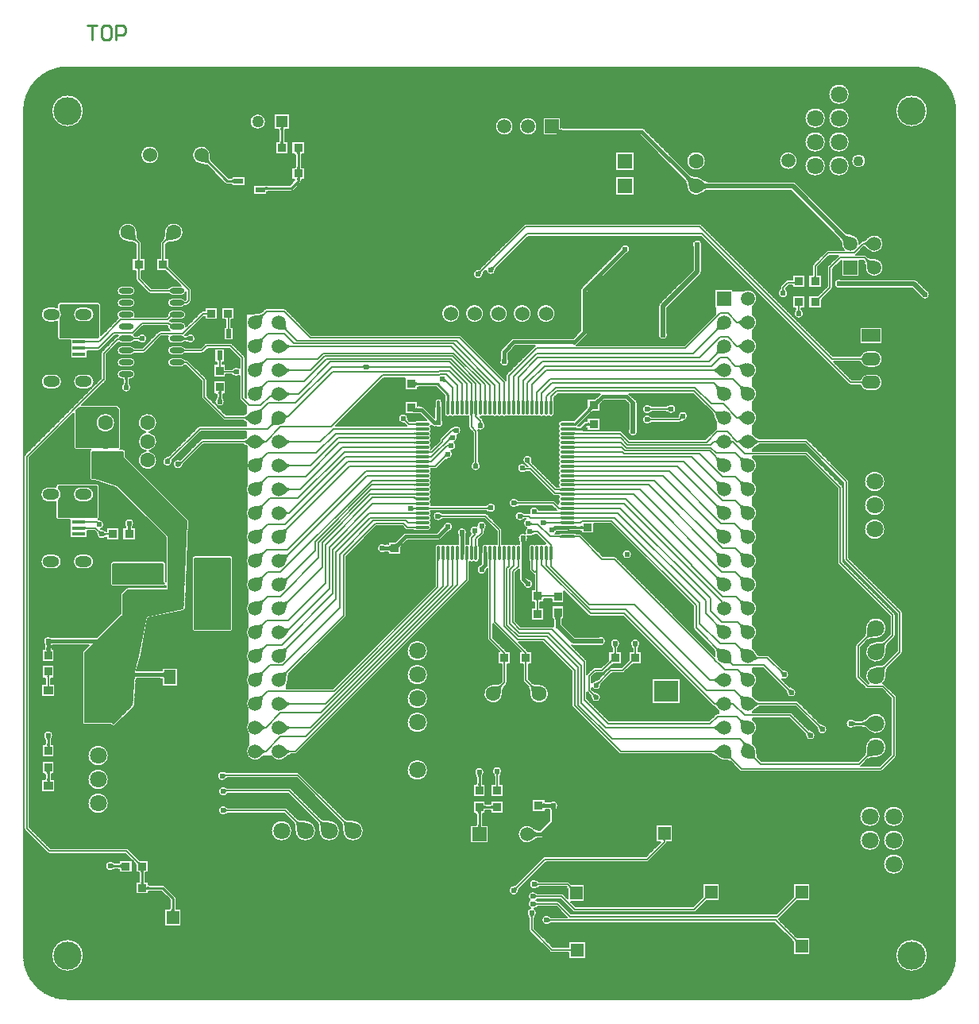
<source format=gtl>
G04*
G04 #@! TF.GenerationSoftware,Altium Limited,Altium Designer,19.0.4 (130)*
G04*
G04 Layer_Physical_Order=1*
G04 Layer_Color=255*
%FSLAX25Y25*%
%MOIN*%
G70*
G01*
G75*
%ADD10C,0.01000*%
%ADD15C,0.00500*%
%ADD19R,0.05512X0.01575*%
%ADD20R,0.10236X0.09055*%
%ADD21R,0.03800X0.03500*%
%ADD22R,0.03500X0.03800*%
%ADD23R,0.03858X0.03661*%
%ADD24O,0.06102X0.02362*%
%ADD25R,0.02362X0.03937*%
%ADD26R,0.05512X0.05512*%
%ADD27R,0.03937X0.02362*%
%ADD28R,0.08661X0.02992*%
%ADD29R,0.08661X0.11811*%
%ADD30O,0.01181X0.06102*%
%ADD31O,0.06102X0.01181*%
%ADD32R,0.05000X0.06000*%
%ADD33R,0.05906X0.11811*%
%ADD65C,0.02000*%
%ADD66C,0.00600*%
%ADD67C,0.01500*%
%ADD68R,0.08479X0.00011*%
%ADD69R,0.07777X0.03248*%
%ADD70R,0.08750X0.03063*%
%ADD71O,0.07087X0.04724*%
%ADD72C,0.05906*%
%ADD73R,0.05906X0.05906*%
%ADD74C,0.02362*%
%ADD75C,0.04331*%
%ADD76C,0.06000*%
%ADD77R,0.05906X0.05906*%
%ADD78C,0.07087*%
%ADD79C,0.06299*%
%ADD80R,0.07874X0.05512*%
%ADD81O,0.07874X0.05512*%
%ADD82C,0.06299*%
%ADD83C,0.05000*%
%ADD84R,0.05000X0.05000*%
%ADD85R,0.06299X0.06299*%
%ADD86C,0.11811*%
%ADD87C,0.02400*%
G36*
X110505Y367002D02*
X110420Y366972D01*
X110345Y366922D01*
X110280Y366852D01*
X110225Y366762D01*
X110180Y366652D01*
X110145Y366522D01*
X110120Y366372D01*
X110105Y366202D01*
X110100Y366012D01*
X109100D01*
X109095Y366202D01*
X109080Y366372D01*
X109055Y366522D01*
X109020Y366652D01*
X108975Y366762D01*
X108920Y366852D01*
X108855Y366922D01*
X108780Y366972D01*
X108695Y367002D01*
X108600Y367012D01*
X110600D01*
X110505Y367002D01*
D02*
G37*
G36*
X225945Y366655D02*
X225991Y366527D01*
X226066Y366415D01*
X226173Y366317D01*
X226309Y366235D01*
X226475Y366167D01*
X226671Y366115D01*
X226898Y366077D01*
X227154Y366055D01*
X227441Y366047D01*
Y364547D01*
X225941Y364559D01*
X225929Y366797D01*
X225945Y366655D01*
D02*
G37*
G36*
X110105Y361046D02*
X110120Y360874D01*
X110145Y360722D01*
X110180Y360590D01*
X110225Y360479D01*
X110280Y360388D01*
X110345Y360317D01*
X110420Y360266D01*
X110505Y360236D01*
X110600Y360226D01*
X108600D01*
X108695Y360236D01*
X108780Y360266D01*
X108855Y360317D01*
X108920Y360388D01*
X108975Y360479D01*
X109020Y360590D01*
X109055Y360722D01*
X109080Y360874D01*
X109095Y361046D01*
X109100Y361238D01*
X110100D01*
X110105Y361046D01*
D02*
G37*
G36*
X117405Y356752D02*
X117320Y356722D01*
X117245Y356672D01*
X117180Y356602D01*
X117125Y356512D01*
X117080Y356402D01*
X117045Y356272D01*
X117020Y356122D01*
X117005Y355952D01*
X117000Y355762D01*
X116000D01*
X115995Y355952D01*
X115980Y356122D01*
X115955Y356272D01*
X115920Y356402D01*
X115875Y356512D01*
X115820Y356602D01*
X115755Y356672D01*
X115680Y356722D01*
X115595Y356752D01*
X115500Y356762D01*
X117500D01*
X117405Y356752D01*
D02*
G37*
G36*
X78830Y355037D02*
X78882Y354261D01*
X78931Y353918D01*
X78995Y353605D01*
X79074Y353322D01*
X79169Y353068D01*
X79279Y352845D01*
X79404Y352652D01*
X79545Y352489D01*
X78838Y351782D01*
X78675Y351922D01*
X78481Y352048D01*
X78258Y352158D01*
X78005Y352252D01*
X77722Y352332D01*
X77409Y352396D01*
X77066Y352445D01*
X76290Y352497D01*
X75857Y352500D01*
X78827Y355470D01*
X78830Y355037D01*
D02*
G37*
G36*
X110375Y351573D02*
X110318Y351498D01*
X110267Y351417D01*
X110222Y351330D01*
X110185Y351238D01*
X110154Y351140D01*
X110131Y351036D01*
X110114Y350926D01*
X110103Y350810D01*
X110100Y350689D01*
X109100D01*
X109097Y350810D01*
X109086Y350926D01*
X109069Y351036D01*
X109046Y351140D01*
X109015Y351238D01*
X108978Y351330D01*
X108933Y351417D01*
X108882Y351498D01*
X108825Y351573D01*
X108760Y351643D01*
X110440D01*
X110375Y351573D01*
D02*
G37*
G36*
X117005Y350286D02*
X117020Y350114D01*
X117045Y349962D01*
X117080Y349831D01*
X117125Y349719D01*
X117180Y349628D01*
X117245Y349557D01*
X117320Y349507D01*
X117405Y349476D01*
X117500Y349466D01*
X115500D01*
X115595Y349476D01*
X115680Y349507D01*
X115755Y349557D01*
X115820Y349628D01*
X115875Y349719D01*
X115920Y349831D01*
X115955Y349962D01*
X115980Y350114D01*
X115995Y350286D01*
X116000Y350478D01*
X117000D01*
X117005Y350286D01*
D02*
G37*
G36*
X110105D02*
X110120Y350114D01*
X110145Y349962D01*
X110180Y349831D01*
X110225Y349719D01*
X110280Y349628D01*
X110345Y349557D01*
X110420Y349507D01*
X110505Y349476D01*
X110600Y349466D01*
X108600D01*
X108695Y349476D01*
X108780Y349507D01*
X108855Y349557D01*
X108920Y349628D01*
X108975Y349719D01*
X109020Y349831D01*
X109055Y349962D01*
X109080Y350114D01*
X109095Y350286D01*
X109100Y350478D01*
X110100D01*
X110105Y350286D01*
D02*
G37*
G36*
X101303Y351074D02*
X101245Y350998D01*
X101194Y350917D01*
X101150Y350830D01*
X101113Y350738D01*
X101082Y350640D01*
X101058Y350536D01*
X101041Y350426D01*
X101031Y350310D01*
X101031Y350295D01*
X101033Y350217D01*
X101048Y350045D01*
X101073Y349893D01*
X101108Y349762D01*
X101153Y349650D01*
X101208Y349559D01*
X101273Y349488D01*
X101348Y349438D01*
X101433Y349407D01*
X101528Y349397D01*
X99528D01*
X99623Y349407D01*
X99708Y349438D01*
X99783Y349488D01*
X99848Y349559D01*
X99903Y349650D01*
X99948Y349762D01*
X99983Y349893D01*
X100008Y350045D01*
X100023Y350217D01*
X100025Y350295D01*
X100024Y350310D01*
X100014Y350426D01*
X99997Y350536D01*
X99973Y350640D01*
X99943Y350738D01*
X99905Y350830D01*
X99861Y350917D01*
X99810Y350998D01*
X99752Y351074D01*
X99688Y351143D01*
X101368D01*
X101303Y351074D01*
D02*
G37*
G36*
X117405Y345992D02*
X117320Y345962D01*
X117245Y345912D01*
X117180Y345842D01*
X117125Y345752D01*
X117080Y345642D01*
X117045Y345512D01*
X117020Y345362D01*
X117005Y345192D01*
X117000Y345002D01*
X116000D01*
X115995Y345192D01*
X115980Y345362D01*
X115955Y345512D01*
X115920Y345642D01*
X115875Y345752D01*
X115820Y345842D01*
X115755Y345912D01*
X115680Y345962D01*
X115595Y345992D01*
X115500Y346002D01*
X117500D01*
X117405Y345992D01*
D02*
G37*
G36*
X89528Y343610D02*
X89518Y343705D01*
X89487Y343790D01*
X89437Y343865D01*
X89366Y343930D01*
X89275Y343985D01*
X89164Y344030D01*
X89032Y344065D01*
X88880Y344090D01*
X88708Y344105D01*
X88516Y344110D01*
Y345110D01*
X88708Y345115D01*
X88880Y345130D01*
X89032Y345155D01*
X89164Y345190D01*
X89275Y345235D01*
X89366Y345290D01*
X89437Y345355D01*
X89487Y345430D01*
X89518Y345515D01*
X89528Y345610D01*
Y343610D01*
D02*
G37*
G36*
X280722Y346359D02*
X280937Y346206D01*
X281174Y346072D01*
X281433Y345956D01*
X281716Y345859D01*
X282021Y345780D01*
X282349Y345720D01*
X282699Y345678D01*
X283072Y345655D01*
X283469Y345649D01*
X280351Y342531D01*
X280345Y342928D01*
X280280Y343651D01*
X280220Y343979D01*
X280141Y344284D01*
X280044Y344567D01*
X279928Y344826D01*
X279794Y345063D01*
X279641Y345278D01*
X279470Y345469D01*
X280531Y346530D01*
X280722Y346359D01*
D02*
G37*
G36*
X103484Y341141D02*
X103294Y341136D01*
X103124Y341121D01*
X102974Y341096D01*
X102844Y341061D01*
X102734Y341016D01*
X102644Y340961D01*
X102574Y340896D01*
X102524Y340821D01*
X102494Y340736D01*
X102484Y340641D01*
Y341929D01*
X102494Y341969D01*
X102524Y342005D01*
X102574Y342037D01*
X102644Y342065D01*
X102734Y342088D01*
X102844Y342107D01*
X102974Y342122D01*
X103294Y342139D01*
X103484Y342141D01*
Y341141D01*
D02*
G37*
G36*
X285988Y344476D02*
X286232Y344271D01*
X286482Y344090D01*
X286736Y343934D01*
X286997Y343801D01*
X287262Y343693D01*
X287532Y343608D01*
X287808Y343548D01*
X288090Y343512D01*
X288376Y343500D01*
Y341500D01*
X288090Y341488D01*
X287808Y341452D01*
X287532Y341392D01*
X287262Y341307D01*
X286997Y341199D01*
X286736Y341066D01*
X286482Y340910D01*
X286232Y340729D01*
X285988Y340524D01*
X285749Y340295D01*
Y344705D01*
X285988Y344476D01*
D02*
G37*
G36*
X64195Y319882D02*
X63682Y319881D01*
X62386Y319796D01*
X62034Y319741D01*
X61724Y319673D01*
X61453Y319591D01*
X61224Y319496D01*
X61034Y319388D01*
X60886Y319266D01*
X60461Y319690D01*
X60583Y319839D01*
X60692Y320028D01*
X60787Y320258D01*
X60868Y320528D01*
X60937Y320839D01*
X60992Y321190D01*
X61061Y322014D01*
X61076Y322487D01*
X61077Y323000D01*
X64195Y319882D01*
D02*
G37*
G36*
X48086Y322487D02*
X48171Y321190D01*
X48226Y320839D01*
X48294Y320528D01*
X48375Y320258D01*
X48471Y320028D01*
X48579Y319839D01*
X48701Y319690D01*
X48276Y319266D01*
X48128Y319388D01*
X47938Y319496D01*
X47709Y319591D01*
X47439Y319673D01*
X47128Y319741D01*
X46777Y319796D01*
X45953Y319866D01*
X45480Y319881D01*
X44967Y319882D01*
X48085Y323000D01*
X48086Y322487D01*
D02*
G37*
G36*
X346017Y322062D02*
X346230Y321895D01*
X346452Y321747D01*
X346685Y321620D01*
X346928Y321513D01*
X347182Y321426D01*
X347445Y321359D01*
X347718Y321312D01*
X348002Y321285D01*
X348295Y321278D01*
X345372Y318355D01*
X345365Y318648D01*
X345338Y318932D01*
X345291Y319205D01*
X345224Y319468D01*
X345137Y319722D01*
X345030Y319965D01*
X344902Y320198D01*
X344755Y320420D01*
X344588Y320633D01*
X344401Y320835D01*
X345815Y322249D01*
X346017Y322062D01*
D02*
G37*
G36*
X356036Y316460D02*
X355784Y316757D01*
X355297Y317258D01*
X355062Y317462D01*
X354833Y317634D01*
X354609Y317775D01*
X354392Y317884D01*
X354180Y317962D01*
X353974Y318009D01*
X353774Y318025D01*
Y318625D01*
X353974Y318641D01*
X354180Y318688D01*
X354392Y318766D01*
X354609Y318875D01*
X354833Y319016D01*
X355062Y319188D01*
X355297Y319392D01*
X355537Y319627D01*
X356036Y320190D01*
Y316460D01*
D02*
G37*
G36*
X253745Y314800D02*
X253716Y314795D01*
X253679Y314780D01*
X253635Y314755D01*
X253584Y314720D01*
X253525Y314675D01*
X253384Y314555D01*
X253116Y314298D01*
X252055Y315359D01*
X252151Y315456D01*
X252477Y315827D01*
X252512Y315879D01*
X252537Y315922D01*
X252552Y315959D01*
X252557Y315988D01*
X253745Y314800D01*
D02*
G37*
G36*
X59984Y311724D02*
X59993Y311622D01*
X60008Y311532D01*
X60029Y311454D01*
X60056Y311388D01*
X60089Y311334D01*
X60128Y311292D01*
X60173Y311262D01*
X60224Y311244D01*
X60281Y311238D01*
X59081D01*
X59138Y311244D01*
X59189Y311262D01*
X59234Y311292D01*
X59273Y311334D01*
X59306Y311388D01*
X59333Y311454D01*
X59354Y311532D01*
X59369Y311622D01*
X59378Y311724D01*
X59381Y311838D01*
X59981D01*
X59984Y311724D01*
D02*
G37*
G36*
X49784Y311722D02*
X49793Y311618D01*
X49808Y311526D01*
X49829Y311446D01*
X49856Y311379D01*
X49889Y311324D01*
X49928Y311281D01*
X49973Y311250D01*
X50024Y311232D01*
X50081Y311226D01*
X48881D01*
X48938Y311232D01*
X48989Y311250D01*
X49034Y311281D01*
X49073Y311324D01*
X49106Y311379D01*
X49133Y311446D01*
X49154Y311526D01*
X49169Y311618D01*
X49178Y311722D01*
X49181Y311838D01*
X49781D01*
X49784Y311722D01*
D02*
G37*
G36*
X355349Y311751D02*
X355527Y311647D01*
X355743Y311556D01*
X355996Y311478D01*
X356286Y311413D01*
X356614Y311360D01*
X357380Y311293D01*
X357819Y311279D01*
X358295Y311278D01*
X355372Y308354D01*
X355371Y308831D01*
X355290Y310036D01*
X355237Y310364D01*
X355172Y310654D01*
X355094Y310907D01*
X355003Y311123D01*
X354899Y311301D01*
X354783Y311443D01*
X355207Y311867D01*
X355349Y311751D01*
D02*
G37*
G36*
X61524Y308565D02*
X61509Y308511D01*
X61510Y308448D01*
X61528Y308376D01*
X61563Y308295D01*
X61615Y308206D01*
X61684Y308108D01*
X61770Y308001D01*
X61993Y307762D01*
X61569Y307338D01*
X61445Y307458D01*
X61223Y307647D01*
X61125Y307716D01*
X61036Y307768D01*
X60955Y307803D01*
X60883Y307821D01*
X60821Y307822D01*
X60766Y307807D01*
X60721Y307774D01*
X61557Y308611D01*
X61524Y308565D01*
D02*
G37*
G36*
X198843Y308419D02*
X198776Y308344D01*
X198717Y308262D01*
X198665Y308172D01*
X198620Y308073D01*
X198582Y307967D01*
X198551Y307852D01*
X198528Y307729D01*
X198511Y307598D01*
X198502Y307459D01*
X198500Y307312D01*
X197312Y308500D01*
X197459Y308502D01*
X197729Y308528D01*
X197852Y308551D01*
X197967Y308582D01*
X198073Y308620D01*
X198172Y308665D01*
X198262Y308717D01*
X198344Y308776D01*
X198419Y308843D01*
X198843Y308419D01*
D02*
G37*
G36*
X50043Y307756D02*
X49992Y307738D01*
X49947Y307708D01*
X49908Y307666D01*
X49875Y307612D01*
X49848Y307546D01*
X49827Y307468D01*
X49812Y307378D01*
X49803Y307276D01*
X49800Y307162D01*
X49200D01*
X49197Y307276D01*
X49188Y307378D01*
X49173Y307468D01*
X49152Y307546D01*
X49125Y307612D01*
X49092Y307666D01*
X49053Y307708D01*
X49008Y307738D01*
X48957Y307756D01*
X48900Y307762D01*
X50100D01*
X50043Y307756D01*
D02*
G37*
G36*
X193566Y306578D02*
X193500Y306505D01*
X193440Y306423D01*
X193388Y306333D01*
X193341Y306235D01*
X193301Y306128D01*
X193268Y306013D01*
X193241Y305889D01*
X193221Y305757D01*
X193207Y305616D01*
X193200Y305468D01*
X192057Y306699D01*
X192202Y306696D01*
X192339Y306700D01*
X192469Y306713D01*
X192591Y306733D01*
X192705Y306761D01*
X192811Y306797D01*
X192909Y306841D01*
X193000Y306892D01*
X193083Y306952D01*
X193158Y307019D01*
X193566Y306578D01*
D02*
G37*
G36*
X333803Y304722D02*
X333812Y304618D01*
X333827Y304526D01*
X333848Y304446D01*
X333875Y304379D01*
X333908Y304324D01*
X333947Y304281D01*
X333992Y304251D01*
X334043Y304232D01*
X334100Y304226D01*
X332900D01*
X332957Y304232D01*
X333008Y304251D01*
X333053Y304281D01*
X333092Y304324D01*
X333125Y304379D01*
X333152Y304446D01*
X333173Y304526D01*
X333188Y304618D01*
X333197Y304722D01*
X333200Y304838D01*
X333800D01*
X333803Y304722D01*
D02*
G37*
G36*
X324724Y301400D02*
X324718Y301457D01*
X324699Y301508D01*
X324669Y301553D01*
X324626Y301592D01*
X324571Y301625D01*
X324504Y301652D01*
X324424Y301673D01*
X324332Y301688D01*
X324228Y301697D01*
X324112Y301700D01*
Y302300D01*
X324228Y302303D01*
X324332Y302312D01*
X324424Y302327D01*
X324504Y302348D01*
X324571Y302375D01*
X324626Y302408D01*
X324669Y302447D01*
X324699Y302492D01*
X324718Y302543D01*
X324724Y302600D01*
Y301400D01*
D02*
G37*
G36*
X320305Y299282D02*
X320322Y299182D01*
X320349Y299081D01*
X320386Y298980D01*
X320435Y298878D01*
X320494Y298775D01*
X320565Y298672D01*
X320646Y298567D01*
X320737Y298463D01*
X320840Y298357D01*
X319160D01*
X319263Y298463D01*
X319435Y298672D01*
X319506Y298775D01*
X319565Y298878D01*
X319614Y298980D01*
X319651Y299081D01*
X319678Y299182D01*
X319695Y299282D01*
X319700Y299382D01*
X320300D01*
X320305Y299282D01*
D02*
G37*
G36*
X62626Y297907D02*
X62619Y297963D01*
X62597Y298013D01*
X62560Y298057D01*
X62508Y298095D01*
X62442Y298127D01*
X62361Y298153D01*
X62266Y298174D01*
X62155Y298188D01*
X62030Y298197D01*
X61890Y298200D01*
Y298800D01*
X62030Y298803D01*
X62266Y298826D01*
X62361Y298847D01*
X62442Y298873D01*
X62508Y298905D01*
X62560Y298943D01*
X62597Y298987D01*
X62619Y299037D01*
X62626Y299093D01*
Y297907D01*
D02*
G37*
G36*
X335812Y295620D02*
X335694Y295497D01*
X335507Y295276D01*
X335439Y295179D01*
X335388Y295090D01*
X335354Y295009D01*
X335337Y294937D01*
Y294873D01*
X335354Y294818D01*
X335388Y294771D01*
X334540Y295620D01*
X334586Y295586D01*
X334641Y295569D01*
X334705D01*
X334777Y295586D01*
X334858Y295620D01*
X334947Y295671D01*
X335044Y295739D01*
X335150Y295824D01*
X335388Y296044D01*
X335812Y295620D01*
D02*
G37*
G36*
X68381Y294037D02*
X68403Y293987D01*
X68440Y293943D01*
X68492Y293905D01*
X68558Y293873D01*
X68639Y293847D01*
X68734Y293826D01*
X68845Y293812D01*
X68970Y293803D01*
X69110Y293800D01*
Y293200D01*
X68970Y293197D01*
X68734Y293174D01*
X68639Y293153D01*
X68558Y293127D01*
X68492Y293095D01*
X68440Y293057D01*
X68403Y293013D01*
X68381Y292963D01*
X68374Y292907D01*
Y294093D01*
X68381Y294037D01*
D02*
G37*
G36*
X327143Y292150D02*
X327092Y292131D01*
X327047Y292101D01*
X327008Y292058D01*
X326975Y292003D01*
X326948Y291936D01*
X326927Y291856D01*
X326912Y291764D01*
X326903Y291660D01*
X326900Y291544D01*
X326300D01*
X326297Y291660D01*
X326288Y291764D01*
X326273Y291856D01*
X326252Y291936D01*
X326225Y292003D01*
X326192Y292058D01*
X326153Y292101D01*
X326108Y292131D01*
X326057Y292150D01*
X326000Y292156D01*
X327200D01*
X327143Y292150D01*
D02*
G37*
G36*
X326905Y290782D02*
X326922Y290682D01*
X326949Y290581D01*
X326986Y290480D01*
X327035Y290378D01*
X327094Y290275D01*
X327165Y290172D01*
X327246Y290067D01*
X327337Y289963D01*
X327440Y289857D01*
X325760D01*
X325863Y289963D01*
X326035Y290172D01*
X326106Y290275D01*
X326165Y290378D01*
X326214Y290480D01*
X326251Y290581D01*
X326278Y290682D01*
X326295Y290782D01*
X326300Y290882D01*
X326900D01*
X326905Y290782D01*
D02*
G37*
G36*
X78124Y288400D02*
X78118Y288457D01*
X78100Y288508D01*
X78069Y288553D01*
X78026Y288592D01*
X77971Y288625D01*
X77904Y288652D01*
X77824Y288673D01*
X77732Y288688D01*
X77628Y288697D01*
X77512Y288700D01*
Y289300D01*
X77628Y289303D01*
X77732Y289312D01*
X77824Y289327D01*
X77904Y289348D01*
X77971Y289375D01*
X78026Y289408D01*
X78069Y289447D01*
X78100Y289492D01*
X78118Y289543D01*
X78124Y289600D01*
Y288400D01*
D02*
G37*
G36*
X63339Y287371D02*
X63295Y287405D01*
X63244Y287425D01*
X63187Y287430D01*
X63124Y287420D01*
X63054Y287396D01*
X62978Y287358D01*
X62896Y287304D01*
X62808Y287237D01*
X62713Y287155D01*
X62612Y287058D01*
X62188Y287482D01*
X62284Y287583D01*
X62434Y287766D01*
X62488Y287848D01*
X62526Y287924D01*
X62550Y287994D01*
X62560Y288057D01*
X62555Y288114D01*
X62535Y288165D01*
X62501Y288209D01*
X63339Y287371D01*
D02*
G37*
G36*
X87783Y287268D02*
X87732Y287249D01*
X87687Y287219D01*
X87648Y287176D01*
X87615Y287121D01*
X87588Y287054D01*
X87567Y286974D01*
X87552Y286882D01*
X87543Y286778D01*
X87540Y286662D01*
X86940D01*
X86937Y286778D01*
X86928Y286882D01*
X86913Y286974D01*
X86892Y287054D01*
X86865Y287121D01*
X86832Y287176D01*
X86793Y287219D01*
X86748Y287249D01*
X86697Y287268D01*
X86640Y287274D01*
X87840D01*
X87783Y287268D01*
D02*
G37*
G36*
X101967Y288393D02*
X101851Y288252D01*
X101747Y288073D01*
X101656Y287857D01*
X101578Y287604D01*
X101513Y287314D01*
X101460Y286987D01*
X101393Y286220D01*
X101379Y285781D01*
X101378Y285305D01*
X98455Y288228D01*
X98931Y288230D01*
X100136Y288311D01*
X100464Y288363D01*
X100754Y288428D01*
X101007Y288507D01*
X101223Y288597D01*
X101401Y288701D01*
X101543Y288818D01*
X101967Y288393D01*
D02*
G37*
G36*
X62713Y284845D02*
X62896Y284696D01*
X62978Y284642D01*
X63054Y284604D01*
X63124Y284580D01*
X63187Y284570D01*
X63244Y284575D01*
X63295Y284595D01*
X63339Y284629D01*
X62501Y283791D01*
X62535Y283835D01*
X62555Y283886D01*
X62560Y283943D01*
X62550Y284006D01*
X62526Y284076D01*
X62488Y284152D01*
X62434Y284234D01*
X62367Y284322D01*
X62284Y284417D01*
X62188Y284518D01*
X62612Y284942D01*
X62713Y284845D01*
D02*
G37*
G36*
X302986Y283411D02*
X302734Y283708D01*
X302247Y284209D01*
X302012Y284412D01*
X301783Y284584D01*
X301560Y284725D01*
X301342Y284835D01*
X301131Y284913D01*
X300924Y284960D01*
X300724Y284976D01*
Y285576D01*
X300924Y285591D01*
X301131Y285638D01*
X301342Y285716D01*
X301560Y285826D01*
X301783Y285967D01*
X302012Y286139D01*
X302247Y286343D01*
X302488Y286577D01*
X302986Y287141D01*
Y283411D01*
D02*
G37*
G36*
X87543Y282970D02*
X87552Y282868D01*
X87567Y282778D01*
X87588Y282700D01*
X87615Y282634D01*
X87648Y282580D01*
X87687Y282538D01*
X87732Y282508D01*
X87783Y282490D01*
X87840Y282484D01*
X86640D01*
X86697Y282490D01*
X86748Y282508D01*
X86793Y282538D01*
X86832Y282580D01*
X86865Y282634D01*
X86892Y282700D01*
X86913Y282778D01*
X86928Y282868D01*
X86937Y282970D01*
X86940Y283084D01*
X87540D01*
X87543Y282970D01*
D02*
G37*
G36*
X295246Y282323D02*
X294770Y282322D01*
X293564Y282241D01*
X293237Y282188D01*
X292947Y282123D01*
X292694Y282045D01*
X292478Y281954D01*
X292299Y281850D01*
X292158Y281734D01*
X291734Y282158D01*
X291850Y282299D01*
X291954Y282478D01*
X292045Y282694D01*
X292123Y282947D01*
X292188Y283237D01*
X292241Y283564D01*
X292307Y284331D01*
X292321Y284770D01*
X292323Y285246D01*
X295246Y282323D01*
D02*
G37*
G36*
X111379Y284770D02*
X111460Y283564D01*
X111513Y283237D01*
X111578Y282947D01*
X111656Y282694D01*
X111747Y282478D01*
X111851Y282299D01*
X111967Y282158D01*
X111543Y281734D01*
X111401Y281850D01*
X111223Y281954D01*
X111007Y282045D01*
X110754Y282123D01*
X110464Y282188D01*
X110136Y282241D01*
X109370Y282307D01*
X108931Y282322D01*
X108455Y282323D01*
X111378Y285246D01*
X111379Y284770D01*
D02*
G37*
G36*
X26199Y280964D02*
X26850Y280389D01*
X26875Y280381D01*
X24436D01*
X24461Y280389D01*
X24498Y280410D01*
X24548Y280446D01*
X24611Y280497D01*
X24873Y280734D01*
X25249Y281101D01*
X25655Y280751D01*
X26062Y281101D01*
X26199Y280964D01*
D02*
G37*
G36*
X76427Y281303D02*
X76502Y281245D01*
X76583Y281194D01*
X76670Y281150D01*
X76762Y281113D01*
X76860Y281082D01*
X76964Y281058D01*
X77074Y281041D01*
X77190Y281031D01*
X77311Y281028D01*
Y280028D01*
X77190Y280024D01*
X77074Y280014D01*
X76964Y279997D01*
X76860Y279973D01*
X76762Y279943D01*
X76670Y279905D01*
X76583Y279861D01*
X76502Y279810D01*
X76427Y279752D01*
X76357Y279688D01*
Y281368D01*
X76427Y281303D01*
D02*
G37*
G36*
X78603Y279528D02*
X78593Y279623D01*
X78562Y279708D01*
X78512Y279783D01*
X78441Y279848D01*
X78350Y279903D01*
X78238Y279948D01*
X78107Y279983D01*
X77955Y280008D01*
X77783Y280023D01*
X77591Y280028D01*
Y281028D01*
X77783Y281033D01*
X77955Y281048D01*
X78107Y281073D01*
X78238Y281108D01*
X78350Y281153D01*
X78441Y281208D01*
X78512Y281273D01*
X78562Y281348D01*
X78593Y281433D01*
X78603Y281528D01*
Y279528D01*
D02*
G37*
G36*
X30143Y279160D02*
X30073Y279225D01*
X29998Y279282D01*
X29917Y279333D01*
X29830Y279378D01*
X29738Y279415D01*
X29640Y279446D01*
X29536Y279469D01*
X29426Y279486D01*
X29310Y279497D01*
X29189Y279500D01*
Y280500D01*
X29310Y280503D01*
X29426Y280514D01*
X29536Y280531D01*
X29640Y280554D01*
X29738Y280585D01*
X29830Y280622D01*
X29917Y280667D01*
X29998Y280718D01*
X30073Y280775D01*
X30143Y280840D01*
Y279160D01*
D02*
G37*
G36*
X28217Y279500D02*
X28027Y279495D01*
X27857Y279480D01*
X27707Y279455D01*
X27577Y279420D01*
X27467Y279375D01*
X27377Y279320D01*
X27307Y279255D01*
X27257Y279180D01*
X27227Y279095D01*
X27217Y279000D01*
Y280394D01*
X27227Y280414D01*
X27257Y280432D01*
X27307Y280448D01*
X27377Y280462D01*
X27467Y280473D01*
X27707Y280490D01*
X28217Y280500D01*
Y279500D01*
D02*
G37*
G36*
X47121Y279037D02*
X47143Y278987D01*
X47180Y278943D01*
X47232Y278905D01*
X47298Y278873D01*
X47379Y278847D01*
X47475Y278826D01*
X47585Y278812D01*
X47710Y278803D01*
X47850Y278800D01*
Y278200D01*
X47710Y278197D01*
X47475Y278174D01*
X47379Y278153D01*
X47298Y278127D01*
X47232Y278095D01*
X47180Y278057D01*
X47143Y278013D01*
X47121Y277963D01*
X47114Y277907D01*
Y279093D01*
X47121Y279037D01*
D02*
G37*
G36*
X41443Y277808D02*
X41429Y277837D01*
X41404Y277863D01*
X41366Y277886D01*
X41317Y277906D01*
X41255Y277923D01*
X41180Y277937D01*
X41094Y277948D01*
X40885Y277960D01*
X40761Y277961D01*
Y278561D01*
X40857Y278563D01*
X41017Y278576D01*
X41080Y278587D01*
X41133Y278601D01*
X41174Y278619D01*
X41205Y278640D01*
X41225Y278663D01*
X41234Y278691D01*
X41232Y278721D01*
X41443Y277808D01*
D02*
G37*
G36*
X70383Y277660D02*
X70314Y277725D01*
X70238Y277782D01*
X70157Y277833D01*
X70071Y277878D01*
X69978Y277915D01*
X69880Y277946D01*
X69776Y277969D01*
X69666Y277986D01*
X69551Y277997D01*
X69429Y278000D01*
Y279000D01*
X69551Y279003D01*
X69666Y279014D01*
X69776Y279031D01*
X69880Y279054D01*
X69978Y279085D01*
X70071Y279122D01*
X70157Y279167D01*
X70238Y279218D01*
X70314Y279275D01*
X70383Y279340D01*
Y277660D01*
D02*
G37*
G36*
X50143D02*
X50037Y277763D01*
X49828Y277935D01*
X49725Y278006D01*
X49622Y278065D01*
X49520Y278114D01*
X49419Y278151D01*
X49318Y278178D01*
X49218Y278195D01*
X49118Y278200D01*
Y278800D01*
X49218Y278805D01*
X49318Y278822D01*
X49419Y278849D01*
X49520Y278886D01*
X49622Y278935D01*
X49725Y278994D01*
X49828Y279065D01*
X49933Y279146D01*
X50037Y279237D01*
X50143Y279340D01*
Y277660D01*
D02*
G37*
G36*
X67994Y279397D02*
X68038Y279314D01*
X68110Y279240D01*
X68212Y279177D01*
X68342Y279123D01*
X68501Y279079D01*
X68690Y279044D01*
X68907Y279020D01*
X69153Y279005D01*
X69428Y279000D01*
Y278000D01*
X69153Y277995D01*
X68690Y277956D01*
X68501Y277922D01*
X68342Y277877D01*
X68212Y277823D01*
X68110Y277760D01*
X68038Y277686D01*
X67994Y277603D01*
X67980Y277509D01*
Y279490D01*
X67994Y279397D01*
D02*
G37*
G36*
X27223Y277602D02*
X27241Y277551D01*
X27271Y277506D01*
X27313Y277467D01*
X27367Y277434D01*
X27433Y277407D01*
X27511Y277386D01*
X27601Y277371D01*
X27703Y277362D01*
X27817Y277359D01*
Y276759D01*
X27703Y276756D01*
X27601Y276747D01*
X27511Y276732D01*
X27433Y276711D01*
X27367Y276684D01*
X27313Y276651D01*
X27271Y276612D01*
X27241Y276567D01*
X27223Y276516D01*
X27217Y276459D01*
Y277659D01*
X27223Y277602D01*
D02*
G37*
G36*
X101967Y278393D02*
X101851Y278252D01*
X101747Y278073D01*
X101656Y277857D01*
X101578Y277604D01*
X101513Y277314D01*
X101460Y276987D01*
X101393Y276220D01*
X101379Y275781D01*
X101378Y275305D01*
X98455Y278228D01*
X98931Y278230D01*
X100136Y278311D01*
X100464Y278363D01*
X100754Y278429D01*
X101007Y278507D01*
X101223Y278597D01*
X101401Y278701D01*
X101543Y278818D01*
X101967Y278393D01*
D02*
G37*
G36*
X27223Y275043D02*
X27241Y274992D01*
X27271Y274947D01*
X27313Y274908D01*
X27367Y274875D01*
X27433Y274848D01*
X27511Y274827D01*
X27601Y274812D01*
X27703Y274803D01*
X27817Y274800D01*
Y274200D01*
X27703Y274197D01*
X27601Y274188D01*
X27511Y274173D01*
X27433Y274152D01*
X27367Y274125D01*
X27313Y274092D01*
X27271Y274053D01*
X27241Y274008D01*
X27223Y273957D01*
X27217Y273900D01*
Y275100D01*
X27223Y275043D01*
D02*
G37*
G36*
X302986Y273411D02*
X302734Y273708D01*
X302247Y274209D01*
X302012Y274412D01*
X301783Y274584D01*
X301560Y274725D01*
X301342Y274835D01*
X301131Y274913D01*
X300924Y274960D01*
X300724Y274976D01*
Y275576D01*
X300924Y275591D01*
X301131Y275638D01*
X301342Y275716D01*
X301560Y275826D01*
X301783Y275967D01*
X302012Y276139D01*
X302247Y276343D01*
X302488Y276577D01*
X302986Y277141D01*
Y273411D01*
D02*
G37*
G36*
X110872Y277007D02*
X111781Y276212D01*
X112050Y276017D01*
X112301Y275858D01*
X112536Y275735D01*
X112752Y275646D01*
X112952Y275593D01*
X113134Y275576D01*
Y274976D01*
X112952Y274958D01*
X112752Y274905D01*
X112536Y274817D01*
X112301Y274693D01*
X112050Y274534D01*
X111781Y274340D01*
X111192Y273845D01*
X110872Y273544D01*
X110534Y273209D01*
Y277343D01*
X110872Y277007D01*
D02*
G37*
G36*
X68381Y274037D02*
X68403Y273987D01*
X68440Y273943D01*
X68492Y273905D01*
X68558Y273873D01*
X68639Y273847D01*
X68734Y273826D01*
X68845Y273812D01*
X68970Y273803D01*
X69110Y273800D01*
Y273200D01*
X68970Y273197D01*
X68734Y273174D01*
X68639Y273153D01*
X68558Y273127D01*
X68492Y273095D01*
X68440Y273057D01*
X68403Y273013D01*
X68381Y272963D01*
X68374Y272907D01*
Y274093D01*
X68381Y274037D01*
D02*
G37*
G36*
X47121D02*
X47143Y273987D01*
X47180Y273943D01*
X47232Y273905D01*
X47298Y273873D01*
X47379Y273847D01*
X47475Y273826D01*
X47585Y273812D01*
X47710Y273803D01*
X47850Y273800D01*
Y273200D01*
X47710Y273197D01*
X47475Y273174D01*
X47379Y273153D01*
X47298Y273127D01*
X47232Y273095D01*
X47180Y273057D01*
X47143Y273013D01*
X47121Y272963D01*
X47114Y272907D01*
Y274093D01*
X47121Y274037D01*
D02*
G37*
G36*
X295246Y272323D02*
X294770Y272322D01*
X293564Y272241D01*
X293237Y272188D01*
X292947Y272123D01*
X292694Y272045D01*
X292478Y271954D01*
X292299Y271850D01*
X292158Y271734D01*
X291734Y272158D01*
X291850Y272299D01*
X291954Y272478D01*
X292045Y272694D01*
X292123Y272947D01*
X292188Y273237D01*
X292241Y273564D01*
X292307Y274331D01*
X292321Y274770D01*
X292323Y275246D01*
X295246Y272323D01*
D02*
G37*
G36*
X203751Y270247D02*
X203782Y269753D01*
X203794Y269692D01*
X203808Y269643D01*
X203823Y269607D01*
X203840Y269583D01*
X202160D01*
X202177Y269607D01*
X202192Y269643D01*
X202206Y269692D01*
X202218Y269753D01*
X202227Y269827D01*
X202242Y270012D01*
X202250Y270383D01*
X203750D01*
X203751Y270247D01*
D02*
G37*
G36*
X353145Y269313D02*
X353138Y269369D01*
X353119Y269419D01*
X353086Y269464D01*
X353040Y269502D01*
X352982Y269535D01*
X352910Y269562D01*
X352825Y269582D01*
X352727Y269597D01*
X352615Y269606D01*
X352491Y269609D01*
Y270209D01*
X352615Y270212D01*
X352727Y270221D01*
X352825Y270236D01*
X352910Y270256D01*
X352982Y270283D01*
X353040Y270316D01*
X353086Y270354D01*
X353119Y270399D01*
X353138Y270449D01*
X353145Y270505D01*
Y269313D01*
D02*
G37*
G36*
X84043Y269522D02*
X83992Y269503D01*
X83947Y269473D01*
X83908Y269430D01*
X83875Y269375D01*
X83848Y269308D01*
X83827Y269228D01*
X83812Y269136D01*
X83803Y269032D01*
X83800Y268916D01*
X83200D01*
X83197Y269032D01*
X83188Y269136D01*
X83173Y269228D01*
X83152Y269308D01*
X83125Y269375D01*
X83092Y269430D01*
X83053Y269473D01*
X83008Y269503D01*
X82957Y269522D01*
X82900Y269528D01*
X84100D01*
X84043Y269522D01*
D02*
G37*
G36*
X17927Y270275D02*
X18002Y270218D01*
X18083Y270167D01*
X18170Y270122D01*
X18262Y270085D01*
X18360Y270054D01*
X18464Y270031D01*
X18574Y270014D01*
X18690Y270003D01*
X18811Y270000D01*
Y269000D01*
X18690Y268997D01*
X18574Y268986D01*
X18464Y268969D01*
X18360Y268946D01*
X18262Y268915D01*
X18170Y268878D01*
X18083Y268833D01*
X18002Y268782D01*
X17927Y268725D01*
X17857Y268660D01*
Y270340D01*
X17927Y270275D01*
D02*
G37*
G36*
X21729Y268606D02*
X21719Y268681D01*
X21689Y268748D01*
X21639Y268807D01*
X21569Y268858D01*
X21479Y268902D01*
X21369Y268937D01*
X21239Y268965D01*
X21089Y268984D01*
X20919Y268996D01*
X20729Y269000D01*
Y270000D01*
X20919Y270002D01*
X21479Y270039D01*
X21569Y270057D01*
X21639Y270077D01*
X21689Y270101D01*
X21719Y270127D01*
X21729Y270157D01*
Y268606D01*
D02*
G37*
G36*
X68381Y269037D02*
X68403Y268987D01*
X68440Y268943D01*
X68492Y268905D01*
X68558Y268873D01*
X68639Y268847D01*
X68734Y268826D01*
X68845Y268812D01*
X68970Y268803D01*
X69110Y268800D01*
Y268200D01*
X68970Y268197D01*
X68734Y268174D01*
X68639Y268153D01*
X68558Y268127D01*
X68492Y268095D01*
X68440Y268057D01*
X68403Y268013D01*
X68381Y267963D01*
X68374Y267907D01*
Y269093D01*
X68381Y269037D01*
D02*
G37*
G36*
X83803Y267372D02*
X83812Y267268D01*
X83827Y267176D01*
X83848Y267096D01*
X83875Y267029D01*
X83908Y266974D01*
X83947Y266931D01*
X83992Y266900D01*
X84043Y266882D01*
X84100Y266876D01*
X82900D01*
X82957Y266882D01*
X83008Y266900D01*
X83053Y266931D01*
X83092Y266974D01*
X83125Y267029D01*
X83152Y267096D01*
X83173Y267176D01*
X83188Y267268D01*
X83197Y267372D01*
X83200Y267488D01*
X83800D01*
X83803Y267372D01*
D02*
G37*
G36*
X145963Y267363D02*
X146171Y267191D01*
X146275Y267120D01*
X146378Y267061D01*
X146480Y267012D01*
X146581Y266975D01*
X146682Y266948D01*
X146782Y266931D01*
X146882Y266926D01*
Y266326D01*
X146782Y266321D01*
X146682Y266304D01*
X146581Y266277D01*
X146480Y266240D01*
X146378Y266191D01*
X146275Y266132D01*
X146171Y266061D01*
X146067Y265980D01*
X145963Y265889D01*
X145857Y265786D01*
Y267466D01*
X145963Y267363D01*
D02*
G37*
G36*
X144143Y265786D02*
X144037Y265889D01*
X143828Y266061D01*
X143725Y266132D01*
X143622Y266191D01*
X143520Y266240D01*
X143419Y266277D01*
X143318Y266304D01*
X143218Y266321D01*
X143118Y266326D01*
Y266926D01*
X143218Y266931D01*
X143318Y266948D01*
X143419Y266975D01*
X143520Y267012D01*
X143622Y267061D01*
X143725Y267120D01*
X143828Y267191D01*
X143933Y267272D01*
X144037Y267363D01*
X144143Y267466D01*
Y265786D01*
D02*
G37*
G36*
X101967Y268393D02*
X101851Y268252D01*
X101747Y268073D01*
X101656Y267857D01*
X101578Y267604D01*
X101513Y267314D01*
X101460Y266987D01*
X101393Y266220D01*
X101379Y265781D01*
X101378Y265305D01*
X98455Y268228D01*
X98931Y268230D01*
X100136Y268311D01*
X100464Y268363D01*
X100754Y268428D01*
X101007Y268507D01*
X101223Y268598D01*
X101401Y268701D01*
X101543Y268818D01*
X101967Y268393D01*
D02*
G37*
G36*
X302357Y264829D02*
X302291Y265185D01*
X302208Y265503D01*
X302107Y265783D01*
X301989Y266026D01*
X301854Y266232D01*
X301701Y266401D01*
X301531Y266532D01*
X301344Y266625D01*
X301139Y266681D01*
X300918Y266700D01*
X301354Y267300D01*
X304533Y268133D01*
X302357Y264829D01*
D02*
G37*
G36*
X85232Y265069D02*
X85251Y265018D01*
X85281Y264973D01*
X85324Y264934D01*
X85379Y264901D01*
X85446Y264874D01*
X85526Y264853D01*
X85618Y264838D01*
X85722Y264829D01*
X85838Y264826D01*
Y264226D01*
X85722Y264223D01*
X85618Y264214D01*
X85526Y264199D01*
X85446Y264178D01*
X85379Y264151D01*
X85324Y264118D01*
X85281Y264079D01*
X85251Y264034D01*
X85232Y263983D01*
X85226Y263926D01*
Y265126D01*
X85232Y265069D01*
D02*
G37*
G36*
X89643Y263686D02*
X89538Y263789D01*
X89328Y263961D01*
X89225Y264032D01*
X89122Y264091D01*
X89020Y264140D01*
X88919Y264177D01*
X88818Y264204D01*
X88718Y264221D01*
X88618Y264226D01*
Y264826D01*
X88718Y264831D01*
X88818Y264848D01*
X88919Y264875D01*
X89020Y264912D01*
X89122Y264961D01*
X89225Y265020D01*
X89328Y265091D01*
X89433Y265172D01*
X89538Y265263D01*
X89643Y265366D01*
Y263686D01*
D02*
G37*
G36*
X293167Y263209D02*
X292829Y263544D01*
X291919Y264339D01*
X291651Y264534D01*
X291399Y264693D01*
X291165Y264817D01*
X290948Y264905D01*
X290749Y264958D01*
X290566Y264976D01*
Y265576D01*
X290749Y265593D01*
X290948Y265646D01*
X291165Y265735D01*
X291399Y265858D01*
X291651Y266017D01*
X291919Y266212D01*
X292509Y266706D01*
X292829Y267007D01*
X293167Y267342D01*
Y263209D01*
D02*
G37*
G36*
X110872Y267007D02*
X111781Y266212D01*
X112050Y266017D01*
X112301Y265858D01*
X112536Y265735D01*
X112752Y265646D01*
X112952Y265593D01*
X113134Y265576D01*
Y264976D01*
X112952Y264958D01*
X112752Y264905D01*
X112536Y264817D01*
X112301Y264693D01*
X112050Y264534D01*
X111781Y264339D01*
X111192Y263845D01*
X110872Y263544D01*
X110534Y263209D01*
Y267342D01*
X110872Y267007D01*
D02*
G37*
G36*
X66405Y262323D02*
X66320Y262292D01*
X66245Y262242D01*
X66180Y262171D01*
X66125Y262080D01*
X66080Y261968D01*
X66045Y261837D01*
X66020Y261685D01*
X66005Y261513D01*
X66000Y261321D01*
X65000D01*
X64995Y261513D01*
X64980Y261685D01*
X64955Y261837D01*
X64920Y261968D01*
X64875Y262080D01*
X64820Y262171D01*
X64755Y262242D01*
X64680Y262292D01*
X64595Y262323D01*
X64500Y262333D01*
X66500D01*
X66405Y262323D01*
D02*
G37*
G36*
X45145D02*
X45060Y262292D01*
X44985Y262242D01*
X44920Y262171D01*
X44865Y262080D01*
X44820Y261968D01*
X44785Y261837D01*
X44760Y261685D01*
X44745Y261513D01*
X44740Y261321D01*
X43740D01*
X43735Y261513D01*
X43720Y261685D01*
X43695Y261837D01*
X43660Y261968D01*
X43615Y262080D01*
X43560Y262171D01*
X43495Y262242D01*
X43420Y262292D01*
X43335Y262323D01*
X43240Y262333D01*
X45240D01*
X45145Y262323D01*
D02*
G37*
G36*
X178199Y261685D02*
X178351Y261278D01*
X178404Y261163D01*
X178512Y260963D01*
X178568Y260879D01*
X178625Y260805D01*
X178683Y260741D01*
X178395Y260181D01*
X178315Y260252D01*
X178231Y260311D01*
X178141Y260357D01*
X178046Y260393D01*
X177946Y260416D01*
X177840Y260428D01*
X177729Y260428D01*
X177613Y260416D01*
X177492Y260392D01*
X177365Y260357D01*
X178150Y261842D01*
X178199Y261685D01*
D02*
G37*
G36*
X66003Y260690D02*
X66014Y260574D01*
X66031Y260464D01*
X66054Y260360D01*
X66085Y260262D01*
X66122Y260170D01*
X66167Y260083D01*
X66218Y260002D01*
X66275Y259927D01*
X66340Y259857D01*
X64660D01*
X64725Y259927D01*
X64782Y260002D01*
X64833Y260083D01*
X64878Y260170D01*
X64915Y260262D01*
X64946Y260360D01*
X64969Y260464D01*
X64986Y260574D01*
X64997Y260690D01*
X65000Y260811D01*
X66000D01*
X66003Y260690D01*
D02*
G37*
G36*
X353145Y259470D02*
X353138Y259526D01*
X353119Y259577D01*
X353086Y259621D01*
X353040Y259660D01*
X352982Y259692D01*
X352910Y259719D01*
X352825Y259740D01*
X352727Y259755D01*
X352615Y259764D01*
X352491Y259767D01*
Y260367D01*
X352615Y260369D01*
X352727Y260378D01*
X352825Y260393D01*
X352910Y260414D01*
X352982Y260441D01*
X353040Y260473D01*
X353086Y260512D01*
X353119Y260556D01*
X353138Y260607D01*
X353145Y260663D01*
Y259470D01*
D02*
G37*
G36*
X44744Y259690D02*
X44754Y259574D01*
X44771Y259464D01*
X44795Y259360D01*
X44825Y259262D01*
X44863Y259170D01*
X44907Y259083D01*
X44958Y259002D01*
X45016Y258927D01*
X45080Y258857D01*
X43400D01*
X43465Y258927D01*
X43523Y259002D01*
X43574Y259083D01*
X43618Y259170D01*
X43655Y259262D01*
X43686Y259360D01*
X43710Y259464D01*
X43727Y259574D01*
X43737Y259690D01*
X43740Y259811D01*
X44740D01*
X44744Y259690D01*
D02*
G37*
G36*
X165786Y260405D02*
X165816Y260320D01*
X165867Y260245D01*
X165938Y260180D01*
X166029Y260125D01*
X166140Y260080D01*
X166272Y260045D01*
X166424Y260020D01*
X166596Y260005D01*
X166788Y260000D01*
Y259000D01*
X166596Y258995D01*
X166424Y258980D01*
X166272Y258955D01*
X166140Y258920D01*
X166029Y258875D01*
X165938Y258820D01*
X165867Y258755D01*
X165816Y258680D01*
X165786Y258595D01*
X165776Y258500D01*
Y260500D01*
X165786Y260405D01*
D02*
G37*
G36*
X302299Y258701D02*
X302478Y258597D01*
X302694Y258507D01*
X302947Y258429D01*
X303237Y258363D01*
X303564Y258311D01*
X304331Y258244D01*
X304770Y258230D01*
X305246Y258228D01*
X302323Y255305D01*
X302322Y255781D01*
X302240Y256987D01*
X302188Y257314D01*
X302123Y257604D01*
X302045Y257857D01*
X301954Y258073D01*
X301850Y258252D01*
X301734Y258393D01*
X302158Y258818D01*
X302299Y258701D01*
D02*
G37*
G36*
X292299D02*
X292478Y258597D01*
X292694Y258507D01*
X292947Y258429D01*
X293237Y258363D01*
X293564Y258311D01*
X294331Y258244D01*
X294770Y258230D01*
X295246Y258228D01*
X292323Y255305D01*
X292321Y255781D01*
X292241Y256987D01*
X292188Y257314D01*
X292123Y257604D01*
X292045Y257857D01*
X291954Y258073D01*
X291850Y258252D01*
X291734Y258393D01*
X292158Y258818D01*
X292299Y258701D01*
D02*
G37*
G36*
X101967Y258393D02*
X101851Y258252D01*
X101747Y258073D01*
X101656Y257857D01*
X101578Y257604D01*
X101513Y257314D01*
X101460Y256987D01*
X101393Y256220D01*
X101379Y255781D01*
X101378Y255305D01*
X98455Y258228D01*
X98931Y258230D01*
X100136Y258311D01*
X100464Y258363D01*
X100754Y258429D01*
X101007Y258507D01*
X101223Y258597D01*
X101401Y258701D01*
X101543Y258818D01*
X101967Y258393D01*
D02*
G37*
G36*
X84405Y256214D02*
X84320Y256184D01*
X84245Y256133D01*
X84180Y256062D01*
X84125Y255971D01*
X84080Y255860D01*
X84045Y255728D01*
X84020Y255576D01*
X84005Y255404D01*
X84000Y255212D01*
X83000D01*
X82995Y255404D01*
X82980Y255576D01*
X82955Y255728D01*
X82920Y255860D01*
X82875Y255971D01*
X82820Y256062D01*
X82755Y256133D01*
X82680Y256184D01*
X82595Y256214D01*
X82500Y256224D01*
X84500D01*
X84405Y256214D01*
D02*
G37*
G36*
X173926Y256775D02*
X174002Y256718D01*
X174083Y256667D01*
X174170Y256622D01*
X174262Y256585D01*
X174360Y256554D01*
X174464Y256531D01*
X174574Y256514D01*
X174690Y256503D01*
X174811Y256500D01*
Y255500D01*
X174690Y255497D01*
X174574Y255486D01*
X174464Y255469D01*
X174360Y255446D01*
X174262Y255415D01*
X174170Y255378D01*
X174083Y255333D01*
X174002Y255282D01*
X173926Y255225D01*
X173857Y255160D01*
Y256840D01*
X173926Y256775D01*
D02*
G37*
G36*
X106266Y253261D02*
X106118Y253410D01*
X105966Y253542D01*
X105808Y253659D01*
X105646Y253760D01*
X105479Y253846D01*
X105307Y253916D01*
X105131Y253971D01*
X104949Y254010D01*
X104763Y254033D01*
X104572Y254041D01*
Y254641D01*
X104728Y254650D01*
X104870Y254679D01*
X104997Y254726D01*
X105111Y254793D01*
X105209Y254878D01*
X105294Y254982D01*
X105364Y255106D01*
X105420Y255248D01*
X105462Y255409D01*
X105489Y255590D01*
X106266Y253261D01*
D02*
G37*
G36*
X110872Y257007D02*
X111781Y256212D01*
X112050Y256017D01*
X112301Y255858D01*
X112536Y255735D01*
X112752Y255646D01*
X112952Y255593D01*
X113134Y255576D01*
Y254976D01*
X112952Y254958D01*
X112752Y254905D01*
X112536Y254817D01*
X112301Y254693D01*
X112050Y254534D01*
X111781Y254340D01*
X111192Y253845D01*
X110872Y253544D01*
X110534Y253209D01*
Y257343D01*
X110872Y257007D01*
D02*
G37*
G36*
X84003Y253690D02*
X84014Y253574D01*
X84031Y253464D01*
X84054Y253360D01*
X84085Y253262D01*
X84122Y253170D01*
X84167Y253083D01*
X84218Y253002D01*
X84275Y252926D01*
X84340Y252857D01*
X82660D01*
X82725Y252926D01*
X82782Y253002D01*
X82833Y253083D01*
X82878Y253170D01*
X82915Y253262D01*
X82946Y253360D01*
X82969Y253464D01*
X82986Y253574D01*
X82997Y253690D01*
X83000Y253811D01*
X84000D01*
X84003Y253690D01*
D02*
G37*
G36*
X223022Y253001D02*
X223024Y252888D01*
X223045Y252591D01*
X223058Y252507D01*
X223093Y252362D01*
X223115Y252300D01*
X223140Y252245D01*
X223167Y252198D01*
X222205Y252390D01*
X222246Y252423D01*
X222283Y252465D01*
X222316Y252516D01*
X222344Y252576D01*
X222368Y252645D01*
X222387Y252723D01*
X222403Y252810D01*
X222413Y252905D01*
X222422Y253122D01*
X223022Y253001D01*
D02*
G37*
G36*
X220956Y252969D02*
X220976Y252778D01*
X220993Y252687D01*
X221015Y252599D01*
X221042Y252513D01*
X221074Y252430D01*
X221110Y252350D01*
X221152Y252273D01*
X221199Y252198D01*
X220109D01*
X220155Y252273D01*
X220197Y252350D01*
X220233Y252430D01*
X220265Y252513D01*
X220292Y252599D01*
X220314Y252687D01*
X220332Y252778D01*
X220344Y252872D01*
X220351Y252969D01*
X220354Y253068D01*
X220953D01*
X220956Y252969D01*
D02*
G37*
G36*
X218987D02*
X219007Y252778D01*
X219024Y252687D01*
X219046Y252599D01*
X219073Y252513D01*
X219105Y252430D01*
X219142Y252350D01*
X219183Y252273D01*
X219230Y252198D01*
X218140D01*
X218187Y252273D01*
X218228Y252350D01*
X218265Y252430D01*
X218297Y252513D01*
X218324Y252599D01*
X218346Y252687D01*
X218363Y252778D01*
X218375Y252872D01*
X218383Y252969D01*
X218385Y253068D01*
X218985D01*
X218987Y252969D01*
D02*
G37*
G36*
X217019D02*
X217039Y252778D01*
X217056Y252687D01*
X217078Y252599D01*
X217105Y252513D01*
X217137Y252430D01*
X217173Y252350D01*
X217215Y252273D01*
X217262Y252198D01*
X216172D01*
X216218Y252273D01*
X216260Y252350D01*
X216297Y252430D01*
X216328Y252513D01*
X216355Y252599D01*
X216377Y252687D01*
X216394Y252778D01*
X216407Y252872D01*
X216414Y252969D01*
X216417Y253068D01*
X217017D01*
X217019Y252969D01*
D02*
G37*
G36*
X215051D02*
X215070Y252778D01*
X215087Y252687D01*
X215109Y252599D01*
X215136Y252513D01*
X215168Y252430D01*
X215205Y252350D01*
X215247Y252273D01*
X215293Y252198D01*
X214203D01*
X214250Y252273D01*
X214291Y252350D01*
X214328Y252430D01*
X214360Y252513D01*
X214387Y252599D01*
X214409Y252687D01*
X214426Y252778D01*
X214438Y252872D01*
X214446Y252969D01*
X214448Y253068D01*
X215048D01*
X215051Y252969D01*
D02*
G37*
G36*
X213082D02*
X213102Y252778D01*
X213119Y252687D01*
X213141Y252599D01*
X213168Y252513D01*
X213200Y252430D01*
X213236Y252350D01*
X213278Y252273D01*
X213324Y252198D01*
X212234D01*
X212281Y252273D01*
X212323Y252350D01*
X212359Y252430D01*
X212391Y252513D01*
X212418Y252599D01*
X212440Y252687D01*
X212457Y252778D01*
X212470Y252872D01*
X212477Y252969D01*
X212479Y253068D01*
X213080D01*
X213082Y252969D01*
D02*
G37*
G36*
X211114D02*
X211133Y252778D01*
X211150Y252687D01*
X211172Y252599D01*
X211199Y252513D01*
X211231Y252430D01*
X211268Y252350D01*
X211310Y252273D01*
X211356Y252198D01*
X210266D01*
X210313Y252273D01*
X210354Y252350D01*
X210391Y252430D01*
X210423Y252513D01*
X210450Y252599D01*
X210472Y252687D01*
X210489Y252778D01*
X210501Y252872D01*
X210509Y252969D01*
X210511Y253068D01*
X211111D01*
X211114Y252969D01*
D02*
G37*
G36*
X209145D02*
X209165Y252778D01*
X209182Y252687D01*
X209204Y252599D01*
X209231Y252513D01*
X209263Y252430D01*
X209299Y252350D01*
X209341Y252273D01*
X209387Y252198D01*
X208297D01*
X208344Y252273D01*
X208386Y252350D01*
X208422Y252430D01*
X208454Y252513D01*
X208481Y252599D01*
X208503Y252687D01*
X208521Y252778D01*
X208533Y252872D01*
X208540Y252969D01*
X208542Y253068D01*
X209142D01*
X209145Y252969D01*
D02*
G37*
G36*
X207176D02*
X207196Y252778D01*
X207213Y252687D01*
X207235Y252599D01*
X207262Y252513D01*
X207294Y252430D01*
X207331Y252350D01*
X207372Y252273D01*
X207419Y252198D01*
X206329D01*
X206376Y252273D01*
X206417Y252350D01*
X206454Y252430D01*
X206486Y252513D01*
X206513Y252599D01*
X206535Y252687D01*
X206552Y252778D01*
X206564Y252872D01*
X206572Y252969D01*
X206574Y253068D01*
X207174D01*
X207176Y252969D01*
D02*
G37*
G36*
X205208D02*
X205228Y252778D01*
X205245Y252687D01*
X205267Y252599D01*
X205294Y252513D01*
X205326Y252430D01*
X205362Y252350D01*
X205404Y252273D01*
X205451Y252198D01*
X204361D01*
X204407Y252273D01*
X204449Y252350D01*
X204486Y252430D01*
X204517Y252513D01*
X204544Y252599D01*
X204566Y252687D01*
X204584Y252778D01*
X204596Y252872D01*
X204603Y252969D01*
X204606Y253068D01*
X205205D01*
X205208Y252969D01*
D02*
G37*
G36*
X203239D02*
X203259Y252778D01*
X203276Y252687D01*
X203298Y252599D01*
X203325Y252513D01*
X203357Y252430D01*
X203394Y252350D01*
X203435Y252273D01*
X203482Y252198D01*
X202392D01*
X202439Y252273D01*
X202480Y252350D01*
X202517Y252430D01*
X202549Y252513D01*
X202576Y252599D01*
X202598Y252687D01*
X202615Y252778D01*
X202627Y252872D01*
X202635Y252969D01*
X202637Y253068D01*
X203237D01*
X203239Y252969D01*
D02*
G37*
G36*
X201271D02*
X201291Y252778D01*
X201308Y252687D01*
X201330Y252599D01*
X201357Y252513D01*
X201389Y252430D01*
X201425Y252350D01*
X201467Y252273D01*
X201514Y252198D01*
X200424D01*
X200470Y252273D01*
X200512Y252350D01*
X200549Y252430D01*
X200580Y252513D01*
X200607Y252599D01*
X200629Y252687D01*
X200646Y252778D01*
X200659Y252872D01*
X200666Y252969D01*
X200669Y253068D01*
X201269D01*
X201271Y252969D01*
D02*
G37*
G36*
X199302D02*
X199322Y252778D01*
X199339Y252687D01*
X199361Y252599D01*
X199388Y252513D01*
X199420Y252430D01*
X199457Y252350D01*
X199498Y252273D01*
X199545Y252198D01*
X198455D01*
X198502Y252273D01*
X198543Y252350D01*
X198580Y252430D01*
X198612Y252513D01*
X198639Y252599D01*
X198661Y252687D01*
X198678Y252778D01*
X198690Y252872D01*
X198698Y252969D01*
X198700Y253068D01*
X199300D01*
X199302Y252969D01*
D02*
G37*
G36*
X197334D02*
X197353Y252778D01*
X197371Y252687D01*
X197393Y252599D01*
X197420Y252513D01*
X197451Y252430D01*
X197488Y252350D01*
X197530Y252273D01*
X197576Y252198D01*
X196486D01*
X196533Y252273D01*
X196575Y252350D01*
X196611Y252430D01*
X196643Y252513D01*
X196670Y252599D01*
X196692Y252687D01*
X196709Y252778D01*
X196722Y252872D01*
X196729Y252969D01*
X196731Y253068D01*
X197332D01*
X197334Y252969D01*
D02*
G37*
G36*
X195365D02*
X195385Y252778D01*
X195402Y252687D01*
X195424Y252599D01*
X195451Y252513D01*
X195483Y252430D01*
X195520Y252350D01*
X195561Y252273D01*
X195608Y252198D01*
X194518D01*
X194565Y252273D01*
X194606Y252350D01*
X194643Y252430D01*
X194675Y252513D01*
X194702Y252599D01*
X194724Y252687D01*
X194741Y252778D01*
X194753Y252872D01*
X194761Y252969D01*
X194763Y253068D01*
X195363D01*
X195365Y252969D01*
D02*
G37*
G36*
X193397D02*
X193417Y252778D01*
X193434Y252687D01*
X193456Y252599D01*
X193483Y252513D01*
X193515Y252430D01*
X193551Y252350D01*
X193593Y252273D01*
X193640Y252198D01*
X192550D01*
X192596Y252273D01*
X192638Y252350D01*
X192675Y252430D01*
X192706Y252513D01*
X192733Y252599D01*
X192755Y252687D01*
X192772Y252778D01*
X192785Y252872D01*
X192792Y252969D01*
X192795Y253068D01*
X193394D01*
X193397Y252969D01*
D02*
G37*
G36*
X191428D02*
X191448Y252778D01*
X191465Y252687D01*
X191487Y252599D01*
X191514Y252513D01*
X191546Y252430D01*
X191583Y252350D01*
X191624Y252273D01*
X191671Y252198D01*
X190581D01*
X190628Y252273D01*
X190669Y252350D01*
X190706Y252430D01*
X190738Y252513D01*
X190765Y252599D01*
X190787Y252687D01*
X190804Y252778D01*
X190816Y252872D01*
X190823Y252969D01*
X190826Y253068D01*
X191426D01*
X191428Y252969D01*
D02*
G37*
G36*
X189460D02*
X189479Y252778D01*
X189497Y252687D01*
X189519Y252599D01*
X189546Y252513D01*
X189577Y252430D01*
X189614Y252350D01*
X189656Y252273D01*
X189702Y252198D01*
X188612D01*
X188659Y252273D01*
X188701Y252350D01*
X188737Y252430D01*
X188769Y252513D01*
X188796Y252599D01*
X188818Y252687D01*
X188835Y252778D01*
X188848Y252872D01*
X188855Y252969D01*
X188857Y253068D01*
X189457D01*
X189460Y252969D01*
D02*
G37*
G36*
X187491D02*
X187511Y252778D01*
X187528Y252687D01*
X187550Y252599D01*
X187577Y252513D01*
X187609Y252430D01*
X187646Y252350D01*
X187687Y252273D01*
X187734Y252198D01*
X186644D01*
X186691Y252273D01*
X186732Y252350D01*
X186769Y252430D01*
X186801Y252513D01*
X186828Y252599D01*
X186850Y252687D01*
X186867Y252778D01*
X186879Y252872D01*
X186887Y252969D01*
X186889Y253068D01*
X187489D01*
X187491Y252969D01*
D02*
G37*
G36*
X185523D02*
X185543Y252778D01*
X185560Y252687D01*
X185582Y252599D01*
X185609Y252513D01*
X185641Y252430D01*
X185677Y252350D01*
X185719Y252273D01*
X185766Y252198D01*
X184676D01*
X184722Y252273D01*
X184764Y252350D01*
X184800Y252430D01*
X184832Y252513D01*
X184859Y252599D01*
X184881Y252687D01*
X184898Y252778D01*
X184911Y252872D01*
X184918Y252969D01*
X184921Y253068D01*
X185521D01*
X185523Y252969D01*
D02*
G37*
G36*
X183554D02*
X183574Y252778D01*
X183591Y252687D01*
X183613Y252599D01*
X183640Y252513D01*
X183672Y252430D01*
X183709Y252350D01*
X183750Y252273D01*
X183797Y252198D01*
X182707D01*
X182754Y252273D01*
X182795Y252350D01*
X182832Y252430D01*
X182864Y252513D01*
X182891Y252599D01*
X182913Y252687D01*
X182930Y252778D01*
X182942Y252872D01*
X182949Y252969D01*
X182952Y253068D01*
X183552D01*
X183554Y252969D01*
D02*
G37*
G36*
X181586D02*
X181606Y252778D01*
X181623Y252687D01*
X181645Y252599D01*
X181672Y252513D01*
X181703Y252430D01*
X181740Y252350D01*
X181782Y252273D01*
X181828Y252198D01*
X180738D01*
X180785Y252273D01*
X180827Y252350D01*
X180863Y252430D01*
X180895Y252513D01*
X180922Y252599D01*
X180944Y252687D01*
X180961Y252778D01*
X180974Y252872D01*
X180981Y252969D01*
X180983Y253068D01*
X181583D01*
X181586Y252969D01*
D02*
G37*
G36*
X179860Y252198D02*
X178770D01*
X178779Y252221D01*
X178786Y252262D01*
X178793Y252323D01*
X178808Y252615D01*
X178815Y253266D01*
X179815D01*
X179860Y252198D01*
D02*
G37*
G36*
X177891D02*
X176802D01*
X176810Y252221D01*
X176818Y252262D01*
X176824Y252323D01*
X176839Y252615D01*
X176847Y253266D01*
X177847D01*
X177891Y252198D01*
D02*
G37*
G36*
X243449Y252238D02*
X243152Y251930D01*
X242685Y251379D01*
X242515Y251135D01*
X242388Y250912D01*
X242303Y250711D01*
X242261Y250530D01*
Y250371D01*
X242303Y250233D01*
X242388Y250117D01*
X240267Y252238D01*
X240383Y252153D01*
X240521Y252111D01*
X240680D01*
X240861Y252153D01*
X241062Y252238D01*
X241285Y252365D01*
X241529Y252535D01*
X241794Y252747D01*
X242388Y253299D01*
X243449Y252238D01*
D02*
G37*
G36*
X157555Y252046D02*
X157570Y251874D01*
X157595Y251722D01*
X157630Y251590D01*
X157675Y251479D01*
X157730Y251388D01*
X157795Y251317D01*
X157870Y251267D01*
X157955Y251236D01*
X158050Y251226D01*
X156050D01*
X156145Y251236D01*
X156230Y251267D01*
X156305Y251317D01*
X156370Y251388D01*
X156425Y251479D01*
X156470Y251590D01*
X156505Y251722D01*
X156530Y251874D01*
X156545Y252046D01*
X156550Y252238D01*
X157550D01*
X157555Y252046D01*
D02*
G37*
G36*
X175921Y250029D02*
X174835D01*
X174843Y250052D01*
X174850Y250105D01*
X174857Y250187D01*
X174876Y251030D01*
X174878Y251571D01*
X175878D01*
X175921Y250029D01*
D02*
G37*
G36*
X240500Y249750D02*
X240482Y249739D01*
X240442Y249708D01*
X240303Y249581D01*
X239795Y249081D01*
X240176Y248774D01*
X240093Y248823D01*
X239997Y248845D01*
X239887Y248840D01*
X239765Y248808D01*
X239630Y248749D01*
X239482Y248664D01*
X239322Y248552D01*
X239148Y248413D01*
X238762Y248055D01*
X237905Y248612D01*
X238111Y248825D01*
X238433Y249203D01*
X238550Y249368D01*
X238637Y249517D01*
X238694Y249651D01*
X238721Y249769D01*
X238718Y249870D01*
X238686Y249956D01*
X238624Y250026D01*
X239002Y249722D01*
X239750Y250500D01*
X240500Y249750D01*
D02*
G37*
G36*
X252143Y249660D02*
X252074Y249725D01*
X251998Y249782D01*
X251917Y249833D01*
X251830Y249878D01*
X251738Y249915D01*
X251640Y249946D01*
X251536Y249969D01*
X251426Y249986D01*
X251310Y249997D01*
X251189Y250000D01*
Y251000D01*
X251310Y251003D01*
X251426Y251014D01*
X251536Y251031D01*
X251640Y251054D01*
X251738Y251085D01*
X251830Y251122D01*
X251917Y251167D01*
X251998Y251218D01*
X252074Y251275D01*
X252143Y251340D01*
Y249660D01*
D02*
G37*
G36*
X249286Y251405D02*
X249317Y251320D01*
X249367Y251245D01*
X249438Y251180D01*
X249529Y251125D01*
X249640Y251080D01*
X249772Y251045D01*
X249924Y251020D01*
X250096Y251005D01*
X250288Y251000D01*
Y250000D01*
X250096Y249995D01*
X249924Y249980D01*
X249772Y249955D01*
X249640Y249920D01*
X249529Y249875D01*
X249438Y249820D01*
X249367Y249755D01*
X249317Y249680D01*
X249286Y249595D01*
X249276Y249500D01*
Y251500D01*
X249286Y251405D01*
D02*
G37*
G36*
X153049Y250275D02*
X153124Y250218D01*
X153205Y250167D01*
X153292Y250122D01*
X153384Y250085D01*
X153482Y250054D01*
X153586Y250031D01*
X153696Y250014D01*
X153812Y250003D01*
X153933Y250000D01*
Y249000D01*
X153812Y248997D01*
X153696Y248986D01*
X153586Y248969D01*
X153482Y248946D01*
X153384Y248915D01*
X153292Y248878D01*
X153205Y248833D01*
X153124Y248782D01*
X153049Y248725D01*
X152979Y248660D01*
Y250340D01*
X153049Y250275D01*
D02*
G37*
G36*
X155224Y248500D02*
X155214Y248595D01*
X155183Y248680D01*
X155133Y248755D01*
X155062Y248820D01*
X154971Y248875D01*
X154860Y248920D01*
X154728Y248955D01*
X154576Y248980D01*
X154404Y248995D01*
X154212Y249000D01*
Y250000D01*
X154404Y250005D01*
X154576Y250020D01*
X154728Y250045D01*
X154860Y250080D01*
X154971Y250125D01*
X155062Y250180D01*
X155133Y250245D01*
X155183Y250320D01*
X155214Y250405D01*
X155224Y250500D01*
Y248500D01*
D02*
G37*
G36*
X272305Y248101D02*
X272190Y248199D01*
X271965Y248363D01*
X271856Y248430D01*
X271749Y248487D01*
X271644Y248533D01*
X271541Y248569D01*
X271440Y248594D01*
X271341Y248610D01*
X271243Y248615D01*
X271199Y249215D01*
X271301Y249221D01*
X271402Y249238D01*
X271502Y249266D01*
X271601Y249305D01*
X271700Y249356D01*
X271798Y249417D01*
X271896Y249490D01*
X271993Y249575D01*
X272090Y249670D01*
X272186Y249777D01*
X272305Y248101D01*
D02*
G37*
G36*
X263910Y249631D02*
X264135Y249467D01*
X264244Y249400D01*
X264351Y249343D01*
X264456Y249297D01*
X264559Y249261D01*
X264660Y249236D01*
X264759Y249220D01*
X264857Y249215D01*
X264901Y248615D01*
X264799Y248609D01*
X264698Y248593D01*
X264598Y248565D01*
X264499Y248525D01*
X264400Y248475D01*
X264301Y248413D01*
X264204Y248340D01*
X264107Y248255D01*
X264010Y248160D01*
X263914Y248053D01*
X263795Y249729D01*
X263910Y249631D01*
D02*
G37*
G36*
X248305Y248764D02*
X248220Y248733D01*
X248145Y248683D01*
X248080Y248612D01*
X248025Y248521D01*
X247980Y248410D01*
X247945Y248278D01*
X247920Y248126D01*
X247905Y247954D01*
X247900Y247762D01*
X246900D01*
X246895Y247954D01*
X246880Y248126D01*
X246855Y248278D01*
X246820Y248410D01*
X246775Y248521D01*
X246720Y248612D01*
X246655Y248683D01*
X246580Y248733D01*
X246495Y248764D01*
X246400Y248774D01*
X248400D01*
X248305Y248764D01*
D02*
G37*
G36*
X165892Y249857D02*
X165938Y249730D01*
X166014Y249618D01*
X166120Y249520D01*
X166256Y249437D01*
X166422Y249370D01*
X166619Y249318D01*
X166845Y249280D01*
X167101Y249257D01*
X167388Y249250D01*
Y247750D01*
X165888Y247762D01*
X165876Y250000D01*
X165892Y249857D01*
D02*
G37*
G36*
X191624Y246751D02*
X191583Y246673D01*
X191546Y246593D01*
X191514Y246510D01*
X191487Y246425D01*
X191465Y246336D01*
X191448Y246245D01*
X191436Y246152D01*
X191428Y246055D01*
X191426Y245956D01*
X190826D01*
X190823Y246055D01*
X190804Y246245D01*
X190787Y246336D01*
X190765Y246425D01*
X190738Y246510D01*
X190706Y246593D01*
X190669Y246673D01*
X190628Y246751D01*
X190581Y246825D01*
X191671D01*
X191624Y246751D01*
D02*
G37*
G36*
X189656D02*
X189614Y246673D01*
X189577Y246593D01*
X189546Y246510D01*
X189519Y246425D01*
X189497Y246336D01*
X189479Y246245D01*
X189467Y246152D01*
X189460Y246055D01*
X189457Y245956D01*
X188857D01*
X188855Y246055D01*
X188835Y246245D01*
X188818Y246336D01*
X188796Y246425D01*
X188769Y246510D01*
X188737Y246593D01*
X188701Y246673D01*
X188659Y246751D01*
X188612Y246825D01*
X189702D01*
X189656Y246751D01*
D02*
G37*
G36*
X101650Y248726D02*
X101522Y248571D01*
X101416Y248386D01*
X101331Y248168D01*
X101267Y247919D01*
X101225Y247639D01*
X101205Y247327D01*
X101206Y246983D01*
X101228Y246608D01*
X101337Y245764D01*
X97995Y248197D01*
X98507Y248276D01*
X100121Y248615D01*
X100416Y248705D01*
X100667Y248796D01*
X100874Y248890D01*
X101038Y248985D01*
X101159Y249083D01*
X101650Y248726D01*
D02*
G37*
G36*
X111035Y246684D02*
X111140Y246557D01*
X111253Y246445D01*
X111374Y246347D01*
X111504Y246265D01*
X111642Y246198D01*
X111788Y246145D01*
X111943Y246108D01*
X112107Y246085D01*
X112278Y246078D01*
Y245478D01*
X112126Y245470D01*
X111987Y245445D01*
X111859Y245404D01*
X111744Y245347D01*
X111642Y245273D01*
X111551Y245183D01*
X111473Y245076D01*
X111407Y244953D01*
X111354Y244813D01*
X111313Y244658D01*
X110938Y246826D01*
X111035Y246684D01*
D02*
G37*
G36*
X277988Y244800D02*
X277841Y244798D01*
X277571Y244772D01*
X277448Y244749D01*
X277333Y244718D01*
X277227Y244680D01*
X277128Y244635D01*
X277038Y244583D01*
X276956Y244524D01*
X276881Y244457D01*
X276457Y244881D01*
X276524Y244956D01*
X276583Y245038D01*
X276635Y245128D01*
X276680Y245227D01*
X276718Y245333D01*
X276749Y245448D01*
X276772Y245571D01*
X276789Y245702D01*
X276798Y245841D01*
X276800Y245988D01*
X277988Y244800D01*
D02*
G37*
G36*
X291726Y248028D02*
X291915Y247922D01*
X292129Y247843D01*
X292370Y247793D01*
X292637Y247771D01*
X292930Y247777D01*
X293249Y247812D01*
X293595Y247874D01*
X293967Y247965D01*
X294365Y248084D01*
X292449Y244421D01*
X292281Y244971D01*
X291340Y247518D01*
X291273Y247605D01*
X291564Y248163D01*
X291726Y248028D01*
D02*
G37*
G36*
X247905Y245046D02*
X247920Y244874D01*
X247945Y244722D01*
X247980Y244590D01*
X248025Y244479D01*
X248080Y244388D01*
X248145Y244317D01*
X248220Y244267D01*
X248305Y244236D01*
X248400Y244226D01*
X246400D01*
X246495Y244236D01*
X246580Y244267D01*
X246655Y244317D01*
X246720Y244388D01*
X246775Y244479D01*
X246820Y244590D01*
X246855Y244722D01*
X246880Y244874D01*
X246895Y245046D01*
X246900Y245238D01*
X247900D01*
X247905Y245046D01*
D02*
G37*
G36*
X176129Y244643D02*
X176160Y244149D01*
X176172Y244088D01*
X176186Y244039D01*
X176201Y244003D01*
X176218Y243979D01*
X174538D01*
X174555Y244003D01*
X174570Y244039D01*
X174584Y244088D01*
X174596Y244149D01*
X174605Y244223D01*
X174620Y244408D01*
X174628Y244779D01*
X176128D01*
X176129Y244643D01*
D02*
G37*
G36*
X263963Y245237D02*
X264172Y245065D01*
X264275Y244994D01*
X264378Y244935D01*
X264480Y244886D01*
X264581Y244849D01*
X264682Y244822D01*
X264782Y244805D01*
X264882Y244800D01*
Y244200D01*
X264782Y244195D01*
X264682Y244178D01*
X264581Y244151D01*
X264480Y244114D01*
X264378Y244065D01*
X264275Y244006D01*
X264172Y243935D01*
X264067Y243854D01*
X263963Y243763D01*
X263857Y243660D01*
Y245340D01*
X263963Y245237D01*
D02*
G37*
G36*
X161702Y244841D02*
X161728Y244571D01*
X161751Y244448D01*
X161782Y244333D01*
X161820Y244227D01*
X161865Y244128D01*
X161917Y244038D01*
X161976Y243956D01*
X162043Y243881D01*
X161619Y243457D01*
X161544Y243524D01*
X161462Y243583D01*
X161372Y243635D01*
X161273Y243680D01*
X161167Y243718D01*
X161052Y243749D01*
X160929Y243772D01*
X160798Y243789D01*
X160659Y243798D01*
X160512Y243800D01*
X161700Y244988D01*
X161702Y244841D01*
D02*
G37*
G36*
X302986Y243410D02*
X302734Y243708D01*
X302247Y244209D01*
X302012Y244412D01*
X301783Y244584D01*
X301560Y244725D01*
X301342Y244835D01*
X301131Y244913D01*
X300924Y244960D01*
X300724Y244976D01*
Y245576D01*
X300924Y245591D01*
X301131Y245638D01*
X301342Y245716D01*
X301560Y245826D01*
X301783Y245967D01*
X302012Y246139D01*
X302247Y246342D01*
X302488Y246577D01*
X302986Y247141D01*
Y243410D01*
D02*
G37*
G36*
X96316Y243209D02*
X95979Y243544D01*
X95069Y244339D01*
X94800Y244534D01*
X94549Y244693D01*
X94315Y244817D01*
X94098Y244905D01*
X93898Y244958D01*
X93716Y244976D01*
Y245576D01*
X93898Y245593D01*
X94098Y245646D01*
X94315Y245735D01*
X94549Y245858D01*
X94800Y246017D01*
X95069Y246212D01*
X95658Y246706D01*
X95979Y247007D01*
X96316Y247342D01*
Y243209D01*
D02*
G37*
G36*
X193305Y243782D02*
X193322Y243682D01*
X193349Y243582D01*
X193386Y243480D01*
X193435Y243378D01*
X193494Y243275D01*
X193565Y243172D01*
X193646Y243067D01*
X193737Y242963D01*
X193840Y242857D01*
X192160D01*
X192263Y242963D01*
X192435Y243172D01*
X192506Y243275D01*
X192565Y243378D01*
X192614Y243480D01*
X192651Y243582D01*
X192678Y243682D01*
X192695Y243782D01*
X192700Y243882D01*
X193300D01*
X193305Y243782D01*
D02*
G37*
G36*
X174448Y242364D02*
X174439Y242365D01*
X174417Y242367D01*
X173858Y242372D01*
X173721Y242372D01*
Y243872D01*
X174448Y243880D01*
Y242364D01*
D02*
G37*
G36*
X165802Y242077D02*
X165727Y242124D01*
X165650Y242165D01*
X165570Y242202D01*
X165487Y242234D01*
X165401Y242261D01*
X165313Y242283D01*
X165222Y242300D01*
X165128Y242312D01*
X165031Y242320D01*
X164932Y242322D01*
Y242922D01*
X165031Y242924D01*
X165222Y242944D01*
X165313Y242961D01*
X165401Y242983D01*
X165487Y243010D01*
X165570Y243042D01*
X165650Y243079D01*
X165727Y243121D01*
X165802Y243167D01*
Y242077D01*
D02*
G37*
G36*
X108396Y242323D02*
X107920Y242321D01*
X106714Y242241D01*
X106387Y242188D01*
X106096Y242123D01*
X105843Y242045D01*
X105628Y241954D01*
X105449Y241850D01*
X105307Y241734D01*
X104883Y242158D01*
X105000Y242299D01*
X105103Y242478D01*
X105194Y242694D01*
X105272Y242947D01*
X105338Y243237D01*
X105390Y243564D01*
X105457Y244331D01*
X105471Y244770D01*
X105473Y245246D01*
X108396Y242323D01*
D02*
G37*
G36*
X238624Y241500D02*
X238614Y241595D01*
X238583Y241680D01*
X238533Y241755D01*
X238462Y241820D01*
X238371Y241875D01*
X238260Y241920D01*
X238128Y241955D01*
X237976Y241980D01*
X237804Y241995D01*
X237612Y242000D01*
Y243000D01*
X237804Y243005D01*
X237976Y243020D01*
X238128Y243045D01*
X238260Y243080D01*
X238371Y243125D01*
X238462Y243180D01*
X238533Y243245D01*
X238583Y243320D01*
X238614Y243405D01*
X238624Y243500D01*
Y241500D01*
D02*
G37*
G36*
X232221Y241190D02*
X232262Y241182D01*
X232323Y241176D01*
X232615Y241161D01*
X233265Y241154D01*
Y240154D01*
X232198Y240109D01*
Y241198D01*
X232221Y241190D01*
D02*
G37*
G36*
X165802Y240109D02*
X165727Y240155D01*
X165650Y240197D01*
X165570Y240233D01*
X165487Y240265D01*
X165401Y240292D01*
X165313Y240314D01*
X165222Y240332D01*
X165128Y240344D01*
X165031Y240351D01*
X164932Y240353D01*
Y240953D01*
X165031Y240956D01*
X165222Y240976D01*
X165313Y240993D01*
X165401Y241015D01*
X165487Y241042D01*
X165570Y241074D01*
X165650Y241110D01*
X165727Y241152D01*
X165802Y241198D01*
Y240109D01*
D02*
G37*
G36*
X181871Y239271D02*
X181803Y239353D01*
X181731Y239426D01*
X181655Y239490D01*
X181574Y239546D01*
X181490Y239593D01*
X181400Y239631D01*
X181307Y239661D01*
X181209Y239683D01*
X181106Y239696D01*
X181000Y239700D01*
Y240300D01*
X181106Y240304D01*
X181209Y240317D01*
X181307Y240339D01*
X181400Y240369D01*
X181490Y240407D01*
X181574Y240454D01*
X181655Y240510D01*
X181731Y240574D01*
X181803Y240647D01*
X181871Y240728D01*
Y239271D01*
D02*
G37*
G36*
X232273Y239183D02*
X232350Y239142D01*
X232430Y239105D01*
X232513Y239073D01*
X232599Y239046D01*
X232687Y239024D01*
X232778Y239007D01*
X232872Y238995D01*
X232969Y238987D01*
X233068Y238985D01*
Y238385D01*
X232969Y238383D01*
X232778Y238363D01*
X232687Y238346D01*
X232599Y238324D01*
X232513Y238297D01*
X232430Y238265D01*
X232350Y238228D01*
X232273Y238187D01*
X232198Y238140D01*
Y239230D01*
X232273Y239183D01*
D02*
G37*
G36*
X165802Y238140D02*
X165727Y238187D01*
X165650Y238228D01*
X165570Y238265D01*
X165487Y238297D01*
X165401Y238324D01*
X165313Y238346D01*
X165222Y238363D01*
X165128Y238375D01*
X165031Y238383D01*
X164932Y238385D01*
Y238985D01*
X165031Y238987D01*
X165222Y239007D01*
X165313Y239024D01*
X165401Y239046D01*
X165487Y239073D01*
X165570Y239105D01*
X165650Y239142D01*
X165727Y239183D01*
X165802Y239230D01*
Y238140D01*
D02*
G37*
G36*
X232273Y237215D02*
X232350Y237173D01*
X232430Y237137D01*
X232513Y237105D01*
X232599Y237078D01*
X232687Y237056D01*
X232778Y237039D01*
X232872Y237026D01*
X232969Y237019D01*
X233068Y237017D01*
Y236417D01*
X232969Y236414D01*
X232778Y236395D01*
X232687Y236377D01*
X232599Y236355D01*
X232513Y236328D01*
X232430Y236297D01*
X232350Y236260D01*
X232273Y236218D01*
X232198Y236172D01*
Y237262D01*
X232273Y237215D01*
D02*
G37*
G36*
X165802Y236172D02*
X165727Y236218D01*
X165650Y236260D01*
X165570Y236297D01*
X165487Y236328D01*
X165401Y236355D01*
X165313Y236377D01*
X165222Y236395D01*
X165128Y236407D01*
X165031Y236414D01*
X164932Y236417D01*
Y237017D01*
X165031Y237019D01*
X165222Y237039D01*
X165313Y237056D01*
X165401Y237078D01*
X165487Y237105D01*
X165570Y237137D01*
X165650Y237173D01*
X165727Y237215D01*
X165802Y237262D01*
Y236172D01*
D02*
G37*
G36*
X180719Y235941D02*
X180609Y235994D01*
X180503Y236032D01*
X180399Y236057D01*
X180299Y236068D01*
X180202Y236065D01*
X180108Y236048D01*
X180018Y236017D01*
X179930Y235972D01*
X179846Y235914D01*
X179765Y235841D01*
X179574Y236499D01*
X179630Y236558D01*
X179687Y236627D01*
X179806Y236793D01*
X179868Y236890D01*
X180062Y237235D01*
X180198Y237512D01*
X180719Y235941D01*
D02*
G37*
G36*
X232273Y235246D02*
X232350Y235205D01*
X232430Y235168D01*
X232513Y235136D01*
X232599Y235109D01*
X232687Y235087D01*
X232778Y235070D01*
X232872Y235058D01*
X232969Y235051D01*
X233068Y235048D01*
Y234448D01*
X232969Y234446D01*
X232778Y234426D01*
X232687Y234409D01*
X232599Y234387D01*
X232513Y234360D01*
X232430Y234328D01*
X232350Y234291D01*
X232273Y234250D01*
X232198Y234203D01*
Y235293D01*
X232273Y235246D01*
D02*
G37*
G36*
X165802Y234203D02*
X165727Y234250D01*
X165650Y234291D01*
X165570Y234328D01*
X165487Y234360D01*
X165401Y234387D01*
X165313Y234409D01*
X165222Y234426D01*
X165128Y234438D01*
X165031Y234446D01*
X164932Y234448D01*
Y235048D01*
X165031Y235051D01*
X165222Y235070D01*
X165313Y235087D01*
X165401Y235109D01*
X165487Y235136D01*
X165570Y235168D01*
X165650Y235205D01*
X165727Y235246D01*
X165802Y235293D01*
Y234203D01*
D02*
G37*
G36*
X298126Y236088D02*
X298195Y235960D01*
X298273Y235846D01*
X298363Y235747D01*
X298464Y235664D01*
X298575Y235596D01*
X298697Y235543D01*
X298830Y235505D01*
X298974Y235482D01*
X299128Y235474D01*
Y234874D01*
X298970Y234867D01*
X298821Y234845D01*
X298683Y234807D01*
X298555Y234755D01*
X298437Y234688D01*
X298328Y234606D01*
X298231Y234509D01*
X298143Y234398D01*
X298065Y234271D01*
X297997Y234130D01*
X298069Y236232D01*
X298126Y236088D01*
D02*
G37*
G36*
X292671Y233884D02*
X292551Y234092D01*
X292423Y234277D01*
X292288Y234441D01*
X292145Y234583D01*
X291994Y234703D01*
X291837Y234801D01*
X291671Y234877D01*
X291498Y234932D01*
X291318Y234965D01*
X291130Y234976D01*
Y235576D01*
X291318Y235587D01*
X291498Y235619D01*
X291671Y235674D01*
X291837Y235750D01*
X291994Y235848D01*
X292145Y235968D01*
X292288Y236110D01*
X292423Y236274D01*
X292551Y236460D01*
X292671Y236667D01*
Y233884D01*
D02*
G37*
G36*
X302986Y233411D02*
X302734Y233708D01*
X302247Y234209D01*
X302012Y234412D01*
X301783Y234584D01*
X301560Y234725D01*
X301342Y234835D01*
X301131Y234913D01*
X300924Y234960D01*
X300724Y234976D01*
Y235576D01*
X300924Y235591D01*
X301131Y235638D01*
X301342Y235716D01*
X301560Y235826D01*
X301783Y235967D01*
X302012Y236139D01*
X302247Y236343D01*
X302488Y236577D01*
X302986Y237141D01*
Y233411D01*
D02*
G37*
G36*
X100967Y236843D02*
X101453Y236343D01*
X101688Y236139D01*
X101918Y235967D01*
X102141Y235826D01*
X102358Y235716D01*
X102570Y235638D01*
X102776Y235591D01*
X102977Y235576D01*
Y234976D01*
X102776Y234960D01*
X102570Y234913D01*
X102358Y234835D01*
X102141Y234725D01*
X101918Y234584D01*
X101688Y234412D01*
X101453Y234209D01*
X101213Y233974D01*
X100714Y233411D01*
Y237141D01*
X100967Y236843D01*
D02*
G37*
G36*
X307722Y237007D02*
X308632Y236212D01*
X308900Y236017D01*
X309152Y235858D01*
X309386Y235735D01*
X309603Y235646D01*
X309802Y235593D01*
X309985Y235576D01*
Y234976D01*
X309802Y234958D01*
X309603Y234905D01*
X309386Y234817D01*
X309152Y234693D01*
X308900Y234534D01*
X308632Y234339D01*
X308043Y233845D01*
X307722Y233544D01*
X307384Y233209D01*
Y237343D01*
X307722Y237007D01*
D02*
G37*
G36*
X110872D02*
X111781Y236212D01*
X112050Y236017D01*
X112301Y235858D01*
X112536Y235735D01*
X112752Y235646D01*
X112952Y235593D01*
X113134Y235576D01*
Y234976D01*
X112952Y234958D01*
X112752Y234905D01*
X112536Y234817D01*
X112301Y234693D01*
X112050Y234534D01*
X111781Y234339D01*
X111192Y233845D01*
X110872Y233544D01*
X110534Y233209D01*
Y237343D01*
X110872Y237007D01*
D02*
G37*
G36*
X96316Y233209D02*
X95979Y233544D01*
X95069Y234339D01*
X94800Y234534D01*
X94549Y234693D01*
X94315Y234817D01*
X94098Y234905D01*
X93898Y234958D01*
X93716Y234976D01*
Y235576D01*
X93898Y235593D01*
X94098Y235646D01*
X94315Y235735D01*
X94549Y235858D01*
X94800Y236017D01*
X95069Y236212D01*
X95658Y236706D01*
X95979Y237007D01*
X96316Y237343D01*
Y233209D01*
D02*
G37*
G36*
X179794Y232820D02*
X179739Y232892D01*
X179679Y232957D01*
X179613Y233014D01*
X179542Y233063D01*
X179465Y233105D01*
X179383Y233139D01*
X179295Y233166D01*
X179202Y233185D01*
X179104Y233196D01*
X179000Y233200D01*
Y233800D01*
X179104Y233804D01*
X179202Y233815D01*
X179295Y233834D01*
X179383Y233861D01*
X179465Y233895D01*
X179542Y233937D01*
X179613Y233986D01*
X179679Y234043D01*
X179739Y234108D01*
X179794Y234180D01*
Y232820D01*
D02*
G37*
G36*
X232273Y233278D02*
X232350Y233236D01*
X232430Y233200D01*
X232513Y233168D01*
X232599Y233141D01*
X232687Y233119D01*
X232778Y233102D01*
X232872Y233089D01*
X232969Y233082D01*
X233068Y233080D01*
Y232480D01*
X232969Y232477D01*
X232778Y232457D01*
X232687Y232440D01*
X232599Y232418D01*
X232513Y232391D01*
X232430Y232360D01*
X232350Y232323D01*
X232273Y232281D01*
X232198Y232235D01*
Y233325D01*
X232273Y233278D01*
D02*
G37*
G36*
X165802Y232235D02*
X165727Y232281D01*
X165650Y232323D01*
X165570Y232360D01*
X165487Y232391D01*
X165401Y232418D01*
X165313Y232440D01*
X165222Y232457D01*
X165128Y232470D01*
X165031Y232477D01*
X164932Y232480D01*
Y233080D01*
X165031Y233082D01*
X165222Y233102D01*
X165313Y233119D01*
X165401Y233141D01*
X165487Y233168D01*
X165570Y233200D01*
X165650Y233236D01*
X165727Y233278D01*
X165802Y233325D01*
Y232235D01*
D02*
G37*
G36*
X232273Y231310D02*
X232350Y231268D01*
X232430Y231231D01*
X232513Y231199D01*
X232599Y231172D01*
X232687Y231150D01*
X232778Y231133D01*
X232872Y231121D01*
X232969Y231114D01*
X233068Y231111D01*
Y230511D01*
X232969Y230509D01*
X232778Y230489D01*
X232687Y230472D01*
X232599Y230450D01*
X232513Y230423D01*
X232430Y230391D01*
X232350Y230354D01*
X232273Y230313D01*
X232198Y230266D01*
Y231356D01*
X232273Y231310D01*
D02*
G37*
G36*
X171249D02*
X171327Y231268D01*
X171407Y231231D01*
X171490Y231199D01*
X171575Y231172D01*
X171664Y231150D01*
X171755Y231133D01*
X171848Y231121D01*
X171945Y231114D01*
X172044Y231111D01*
Y230511D01*
X171945Y230509D01*
X171755Y230489D01*
X171664Y230472D01*
X171575Y230450D01*
X171490Y230423D01*
X171407Y230391D01*
X171327Y230354D01*
X171249Y230313D01*
X171175Y230266D01*
Y231356D01*
X171249Y231310D01*
D02*
G37*
G36*
X165802Y230266D02*
X165727Y230313D01*
X165650Y230354D01*
X165570Y230391D01*
X165487Y230423D01*
X165401Y230450D01*
X165313Y230472D01*
X165222Y230489D01*
X165128Y230501D01*
X165031Y230509D01*
X164932Y230511D01*
Y231111D01*
X165031Y231114D01*
X165222Y231133D01*
X165313Y231150D01*
X165401Y231172D01*
X165487Y231199D01*
X165570Y231231D01*
X165650Y231268D01*
X165727Y231310D01*
X165802Y231356D01*
Y230266D01*
D02*
G37*
G36*
X179161Y228810D02*
X179021Y228824D01*
X178888Y228829D01*
X178761Y228824D01*
X178642Y228811D01*
X178530Y228788D01*
X178426Y228756D01*
X178328Y228715D01*
X178237Y228665D01*
X178153Y228606D01*
X178077Y228538D01*
X177705Y229014D01*
X177769Y229085D01*
X177828Y229165D01*
X177882Y229254D01*
X177931Y229352D01*
X177975Y229459D01*
X178014Y229575D01*
X178049Y229700D01*
X178103Y229977D01*
X178122Y230130D01*
X179161Y228810D01*
D02*
G37*
G36*
X171222Y229359D02*
X171278Y229334D01*
X171340Y229312D01*
X171410Y229293D01*
X171487Y229276D01*
X171662Y229253D01*
X171761Y229245D01*
X171979Y229239D01*
X172098Y228639D01*
X171985Y228637D01*
X171785Y228620D01*
X171698Y228605D01*
X171621Y228586D01*
X171552Y228562D01*
X171492Y228535D01*
X171441Y228502D01*
X171399Y228466D01*
X171366Y228425D01*
X171175Y229387D01*
X171222Y229359D01*
D02*
G37*
G36*
X232273Y229341D02*
X232350Y229299D01*
X232430Y229263D01*
X232513Y229231D01*
X232599Y229204D01*
X232687Y229182D01*
X232778Y229165D01*
X232872Y229152D01*
X232969Y229145D01*
X233068Y229142D01*
Y228542D01*
X232969Y228540D01*
X232778Y228520D01*
X232687Y228503D01*
X232599Y228481D01*
X232513Y228454D01*
X232430Y228422D01*
X232350Y228386D01*
X232273Y228344D01*
X232198Y228297D01*
Y229387D01*
X232273Y229341D01*
D02*
G37*
G36*
X165802Y228297D02*
X165727Y228344D01*
X165650Y228386D01*
X165570Y228422D01*
X165487Y228454D01*
X165401Y228481D01*
X165313Y228503D01*
X165222Y228520D01*
X165128Y228533D01*
X165031Y228540D01*
X164932Y228542D01*
Y229142D01*
X165031Y229145D01*
X165222Y229165D01*
X165313Y229182D01*
X165401Y229204D01*
X165487Y229231D01*
X165570Y229263D01*
X165650Y229299D01*
X165727Y229341D01*
X165802Y229387D01*
Y228297D01*
D02*
G37*
G36*
X63022Y228098D02*
X62954Y228022D01*
X62894Y227938D01*
X62844Y227847D01*
X62803Y227749D01*
X62770Y227644D01*
X62747Y227532D01*
X62732Y227412D01*
X62726Y227285D01*
X62729Y227151D01*
X62741Y227010D01*
X61437Y228069D01*
X61589Y228086D01*
X61865Y228136D01*
X61990Y228169D01*
X62106Y228207D01*
X62213Y228251D01*
X62311Y228299D01*
X62401Y228353D01*
X62481Y228412D01*
X62552Y228477D01*
X63022Y228098D01*
D02*
G37*
G36*
X67709Y226285D02*
X67654Y226226D01*
X67598Y226157D01*
X67481Y225990D01*
X67420Y225892D01*
X67228Y225538D01*
X67092Y225253D01*
X66541Y226821D01*
X66653Y226770D01*
X66761Y226733D01*
X66867Y226710D01*
X66968Y226700D01*
X67066Y226705D01*
X67161Y226722D01*
X67252Y226753D01*
X67340Y226798D01*
X67424Y226857D01*
X67505Y226929D01*
X67709Y226285D01*
D02*
G37*
G36*
X232273Y227372D02*
X232350Y227331D01*
X232430Y227294D01*
X232513Y227262D01*
X232599Y227235D01*
X232687Y227213D01*
X232778Y227196D01*
X232872Y227184D01*
X232969Y227176D01*
X233068Y227174D01*
Y226574D01*
X232969Y226572D01*
X232778Y226552D01*
X232687Y226535D01*
X232599Y226513D01*
X232513Y226486D01*
X232430Y226454D01*
X232350Y226417D01*
X232273Y226376D01*
X232198Y226329D01*
Y227419D01*
X232273Y227372D01*
D02*
G37*
G36*
X171249D02*
X171327Y227331D01*
X171407Y227294D01*
X171490Y227262D01*
X171575Y227235D01*
X171664Y227213D01*
X171755Y227196D01*
X171848Y227184D01*
X171945Y227176D01*
X172044Y227174D01*
Y226574D01*
X171945Y226572D01*
X171755Y226552D01*
X171664Y226535D01*
X171575Y226513D01*
X171490Y226486D01*
X171407Y226454D01*
X171327Y226417D01*
X171249Y226376D01*
X171175Y226329D01*
Y227419D01*
X171249Y227372D01*
D02*
G37*
G36*
X165802Y226329D02*
X165727Y226376D01*
X165650Y226417D01*
X165570Y226454D01*
X165487Y226486D01*
X165401Y226513D01*
X165313Y226535D01*
X165222Y226552D01*
X165128Y226564D01*
X165031Y226572D01*
X164932Y226574D01*
Y227174D01*
X165031Y227176D01*
X165222Y227196D01*
X165313Y227213D01*
X165401Y227235D01*
X165487Y227262D01*
X165570Y227294D01*
X165650Y227331D01*
X165727Y227372D01*
X165802Y227419D01*
Y226329D01*
D02*
G37*
G36*
X191305Y226782D02*
X191322Y226682D01*
X191349Y226582D01*
X191386Y226480D01*
X191435Y226378D01*
X191494Y226275D01*
X191565Y226171D01*
X191646Y226067D01*
X191737Y225962D01*
X191840Y225857D01*
X190160D01*
X190263Y225962D01*
X190435Y226171D01*
X190506Y226275D01*
X190565Y226378D01*
X190614Y226480D01*
X190651Y226582D01*
X190678Y226682D01*
X190695Y226782D01*
X190700Y226882D01*
X191300D01*
X191305Y226782D01*
D02*
G37*
G36*
X213788Y226828D02*
X213749Y226721D01*
X213725Y226618D01*
X213714Y226518D01*
X213717Y226420D01*
X213734Y226327D01*
X213765Y226236D01*
X213810Y226149D01*
X213868Y226064D01*
X213941Y225984D01*
X213285Y225791D01*
X213225Y225847D01*
X213156Y225904D01*
X212990Y226022D01*
X212894Y226084D01*
X212547Y226278D01*
X212269Y226414D01*
X213840Y226938D01*
X213788Y226828D01*
D02*
G37*
G36*
X302299Y228701D02*
X302478Y228597D01*
X302694Y228507D01*
X302947Y228429D01*
X303237Y228363D01*
X303564Y228311D01*
X304331Y228244D01*
X304770Y228230D01*
X305246Y228228D01*
X302323Y225305D01*
X302322Y225781D01*
X302240Y226987D01*
X302188Y227314D01*
X302123Y227604D01*
X302045Y227857D01*
X301954Y228073D01*
X301850Y228252D01*
X301734Y228393D01*
X302158Y228818D01*
X302299Y228701D01*
D02*
G37*
G36*
X292299D02*
X292478Y228597D01*
X292694Y228507D01*
X292947Y228429D01*
X293237Y228363D01*
X293564Y228311D01*
X294331Y228244D01*
X294770Y228230D01*
X295246Y228228D01*
X292323Y225305D01*
X292321Y225781D01*
X292241Y226987D01*
X292188Y227314D01*
X292123Y227604D01*
X292045Y227857D01*
X291954Y228073D01*
X291850Y228252D01*
X291734Y228393D01*
X292158Y228818D01*
X292299Y228701D01*
D02*
G37*
G36*
X101967Y228393D02*
X101851Y228252D01*
X101747Y228073D01*
X101656Y227857D01*
X101578Y227604D01*
X101513Y227314D01*
X101460Y226987D01*
X101393Y226220D01*
X101379Y225781D01*
X101378Y225305D01*
X98455Y228228D01*
X98931Y228230D01*
X100136Y228311D01*
X100464Y228363D01*
X100754Y228429D01*
X101007Y228507D01*
X101223Y228597D01*
X101401Y228701D01*
X101543Y228818D01*
X101967Y228393D01*
D02*
G37*
G36*
X232273Y225404D02*
X232350Y225362D01*
X232430Y225326D01*
X232513Y225294D01*
X232599Y225267D01*
X232687Y225245D01*
X232778Y225228D01*
X232872Y225215D01*
X232969Y225208D01*
X233068Y225205D01*
Y224605D01*
X232969Y224603D01*
X232778Y224584D01*
X232687Y224566D01*
X232599Y224544D01*
X232513Y224517D01*
X232430Y224485D01*
X232350Y224449D01*
X232273Y224407D01*
X232198Y224360D01*
Y225450D01*
X232273Y225404D01*
D02*
G37*
G36*
X171238Y225412D02*
X171306Y225377D01*
X171378Y225347D01*
X171456Y225320D01*
X171538Y225298D01*
X171624Y225279D01*
X171715Y225265D01*
X171912Y225249D01*
X172017Y225247D01*
X172072Y224647D01*
X171978Y224644D01*
X171886Y224635D01*
X171794Y224621D01*
X171703Y224601D01*
X171613Y224575D01*
X171524Y224544D01*
X171435Y224506D01*
X171347Y224464D01*
X171261Y224415D01*
X171175Y224360D01*
Y225450D01*
X171238Y225412D01*
D02*
G37*
G36*
X165802Y224360D02*
X165727Y224407D01*
X165650Y224449D01*
X165570Y224485D01*
X165487Y224517D01*
X165401Y224544D01*
X165313Y224566D01*
X165222Y224584D01*
X165128Y224596D01*
X165031Y224603D01*
X164932Y224605D01*
Y225205D01*
X165031Y225208D01*
X165222Y225228D01*
X165313Y225245D01*
X165401Y225267D01*
X165487Y225294D01*
X165570Y225326D01*
X165650Y225362D01*
X165727Y225404D01*
X165802Y225450D01*
Y224360D01*
D02*
G37*
G36*
X110872Y227007D02*
X111781Y226212D01*
X112050Y226017D01*
X112301Y225858D01*
X112536Y225735D01*
X112752Y225646D01*
X112952Y225593D01*
X113134Y225576D01*
Y224976D01*
X112952Y224958D01*
X112752Y224905D01*
X112536Y224817D01*
X112301Y224693D01*
X112050Y224534D01*
X111781Y224340D01*
X111192Y223845D01*
X110872Y223544D01*
X110534Y223209D01*
Y227343D01*
X110872Y227007D01*
D02*
G37*
G36*
X211624Y224552D02*
X211695Y224450D01*
X211771Y224360D01*
X211851Y224281D01*
X211934Y224215D01*
X212023Y224161D01*
X212116Y224119D01*
X212213Y224089D01*
X212314Y224071D01*
X212420Y224065D01*
X212238Y223465D01*
X212151Y223461D01*
X212058Y223448D01*
X211958Y223428D01*
X211853Y223399D01*
X211741Y223362D01*
X211498Y223263D01*
X211368Y223202D01*
X211088Y223054D01*
X211558Y224667D01*
X211624Y224552D01*
D02*
G37*
G36*
X232273Y223435D02*
X232350Y223394D01*
X232430Y223357D01*
X232513Y223325D01*
X232599Y223298D01*
X232687Y223276D01*
X232778Y223259D01*
X232872Y223247D01*
X232969Y223239D01*
X233068Y223237D01*
Y222637D01*
X232969Y222635D01*
X232778Y222615D01*
X232687Y222598D01*
X232599Y222576D01*
X232513Y222549D01*
X232430Y222517D01*
X232350Y222480D01*
X232273Y222439D01*
X232198Y222392D01*
Y223482D01*
X232273Y223435D01*
D02*
G37*
G36*
X165802Y222392D02*
X165727Y222439D01*
X165650Y222480D01*
X165570Y222517D01*
X165487Y222549D01*
X165401Y222576D01*
X165313Y222598D01*
X165222Y222615D01*
X165128Y222627D01*
X165031Y222635D01*
X164932Y222637D01*
Y223237D01*
X165031Y223239D01*
X165222Y223259D01*
X165313Y223276D01*
X165401Y223298D01*
X165487Y223325D01*
X165570Y223357D01*
X165650Y223394D01*
X165727Y223435D01*
X165802Y223482D01*
Y222392D01*
D02*
G37*
G36*
X232273Y221467D02*
X232350Y221425D01*
X232430Y221389D01*
X232513Y221357D01*
X232599Y221330D01*
X232687Y221308D01*
X232778Y221290D01*
X232872Y221278D01*
X232969Y221271D01*
X233068Y221269D01*
Y220669D01*
X232969Y220666D01*
X232778Y220647D01*
X232687Y220629D01*
X232599Y220607D01*
X232513Y220580D01*
X232430Y220549D01*
X232350Y220512D01*
X232273Y220470D01*
X232198Y220424D01*
Y221514D01*
X232273Y221467D01*
D02*
G37*
G36*
X165802Y220424D02*
X165727Y220470D01*
X165650Y220512D01*
X165570Y220549D01*
X165487Y220580D01*
X165401Y220607D01*
X165313Y220629D01*
X165222Y220647D01*
X165128Y220659D01*
X165031Y220666D01*
X164932Y220669D01*
Y221269D01*
X165031Y221271D01*
X165222Y221290D01*
X165313Y221308D01*
X165401Y221330D01*
X165487Y221357D01*
X165570Y221389D01*
X165650Y221425D01*
X165727Y221467D01*
X165802Y221514D01*
Y220424D01*
D02*
G37*
G36*
X232273Y219498D02*
X232350Y219457D01*
X232430Y219420D01*
X232513Y219388D01*
X232599Y219361D01*
X232687Y219339D01*
X232778Y219322D01*
X232872Y219310D01*
X232969Y219302D01*
X233068Y219300D01*
Y218700D01*
X232969Y218698D01*
X232778Y218678D01*
X232687Y218661D01*
X232599Y218639D01*
X232513Y218612D01*
X232430Y218580D01*
X232350Y218543D01*
X232273Y218502D01*
X232198Y218455D01*
Y219545D01*
X232273Y219498D01*
D02*
G37*
G36*
X165802Y218455D02*
X165727Y218502D01*
X165650Y218543D01*
X165570Y218580D01*
X165487Y218612D01*
X165401Y218639D01*
X165313Y218661D01*
X165222Y218678D01*
X165128Y218690D01*
X165031Y218698D01*
X164932Y218700D01*
Y219300D01*
X165031Y219302D01*
X165222Y219322D01*
X165313Y219339D01*
X165401Y219361D01*
X165487Y219388D01*
X165570Y219420D01*
X165650Y219457D01*
X165727Y219498D01*
X165802Y219545D01*
Y218455D01*
D02*
G37*
G36*
X232273Y217530D02*
X232350Y217488D01*
X232430Y217452D01*
X232513Y217420D01*
X232599Y217393D01*
X232687Y217371D01*
X232778Y217354D01*
X232872Y217341D01*
X232969Y217334D01*
X233068Y217332D01*
Y216732D01*
X232969Y216729D01*
X232778Y216709D01*
X232687Y216692D01*
X232599Y216670D01*
X232513Y216643D01*
X232430Y216612D01*
X232350Y216575D01*
X232273Y216533D01*
X232198Y216487D01*
Y217577D01*
X232273Y217530D01*
D02*
G37*
G36*
X165802Y216487D02*
X165727Y216533D01*
X165650Y216575D01*
X165570Y216612D01*
X165487Y216643D01*
X165401Y216670D01*
X165313Y216692D01*
X165222Y216709D01*
X165128Y216722D01*
X165031Y216729D01*
X164932Y216732D01*
Y217332D01*
X165031Y217334D01*
X165222Y217354D01*
X165313Y217371D01*
X165401Y217393D01*
X165487Y217420D01*
X165570Y217452D01*
X165650Y217488D01*
X165727Y217530D01*
X165802Y217577D01*
Y216487D01*
D02*
G37*
G36*
X302299Y218701D02*
X302478Y218598D01*
X302694Y218507D01*
X302947Y218428D01*
X303237Y218363D01*
X303564Y218311D01*
X304331Y218244D01*
X304770Y218230D01*
X305246Y218228D01*
X302323Y215305D01*
X302322Y215781D01*
X302240Y216987D01*
X302188Y217314D01*
X302123Y217604D01*
X302045Y217857D01*
X301954Y218073D01*
X301850Y218252D01*
X301734Y218393D01*
X302158Y218818D01*
X302299Y218701D01*
D02*
G37*
G36*
X292299D02*
X292478Y218598D01*
X292694Y218507D01*
X292947Y218428D01*
X293237Y218363D01*
X293564Y218311D01*
X294331Y218244D01*
X294770Y218230D01*
X295246Y218228D01*
X292323Y215305D01*
X292321Y215781D01*
X292241Y216987D01*
X292188Y217314D01*
X292123Y217604D01*
X292045Y217857D01*
X291954Y218073D01*
X291850Y218252D01*
X291734Y218393D01*
X292158Y218818D01*
X292299Y218701D01*
D02*
G37*
G36*
X101967Y218393D02*
X101851Y218252D01*
X101747Y218073D01*
X101656Y217857D01*
X101578Y217604D01*
X101513Y217314D01*
X101460Y216987D01*
X101393Y216220D01*
X101379Y215781D01*
X101378Y215305D01*
X98455Y218228D01*
X98931Y218230D01*
X100136Y218311D01*
X100464Y218363D01*
X100754Y218428D01*
X101007Y218507D01*
X101223Y218598D01*
X101401Y218701D01*
X101543Y218818D01*
X101967Y218393D01*
D02*
G37*
G36*
X232273Y215561D02*
X232350Y215520D01*
X232430Y215483D01*
X232513Y215451D01*
X232599Y215424D01*
X232687Y215402D01*
X232778Y215385D01*
X232872Y215373D01*
X232969Y215365D01*
X233068Y215363D01*
Y214763D01*
X232969Y214760D01*
X232778Y214741D01*
X232687Y214724D01*
X232599Y214702D01*
X232513Y214675D01*
X232430Y214643D01*
X232350Y214606D01*
X232273Y214565D01*
X232198Y214518D01*
Y215608D01*
X232273Y215561D01*
D02*
G37*
G36*
X226825Y214518D02*
X226751Y214565D01*
X226673Y214606D01*
X226593Y214643D01*
X226510Y214675D01*
X226425Y214702D01*
X226336Y214724D01*
X226245Y214741D01*
X226152Y214753D01*
X226055Y214760D01*
X225956Y214763D01*
Y215363D01*
X226055Y215365D01*
X226245Y215385D01*
X226336Y215402D01*
X226425Y215424D01*
X226510Y215451D01*
X226593Y215483D01*
X226673Y215520D01*
X226751Y215561D01*
X226825Y215608D01*
Y214518D01*
D02*
G37*
G36*
X165802D02*
X165727Y214565D01*
X165650Y214606D01*
X165570Y214643D01*
X165487Y214675D01*
X165401Y214702D01*
X165313Y214724D01*
X165222Y214741D01*
X165128Y214753D01*
X165031Y214760D01*
X164932Y214763D01*
Y215363D01*
X165031Y215365D01*
X165222Y215385D01*
X165313Y215402D01*
X165401Y215424D01*
X165487Y215451D01*
X165570Y215483D01*
X165650Y215520D01*
X165727Y215561D01*
X165802Y215608D01*
Y214518D01*
D02*
G37*
G36*
X110872Y217007D02*
X111781Y216212D01*
X112050Y216017D01*
X112301Y215858D01*
X112536Y215735D01*
X112752Y215646D01*
X112952Y215593D01*
X113134Y215576D01*
Y214976D01*
X112952Y214958D01*
X112752Y214905D01*
X112536Y214817D01*
X112301Y214693D01*
X112050Y214534D01*
X111781Y214339D01*
X111192Y213845D01*
X110872Y213544D01*
X110534Y213209D01*
Y217342D01*
X110872Y217007D01*
D02*
G37*
G36*
X226471Y213871D02*
X227357Y213805D01*
X227365Y213780D01*
X227317Y213752D01*
X227212Y213720D01*
X227051Y213684D01*
X226497Y212975D01*
X226533Y213031D01*
X226548Y213082D01*
X226541Y213127D01*
X226513Y213165D01*
X226463Y213198D01*
X226393Y213225D01*
X226301Y213246D01*
X226187Y213261D01*
X226053Y213269D01*
X225897Y213272D01*
X226125Y213872D01*
X226471Y213871D01*
D02*
G37*
G36*
X232273Y213593D02*
X232350Y213551D01*
X232430Y213514D01*
X232513Y213483D01*
X232599Y213456D01*
X232687Y213434D01*
X232778Y213417D01*
X232872Y213404D01*
X232969Y213397D01*
X233068Y213394D01*
Y212794D01*
X232969Y212792D01*
X232778Y212772D01*
X232687Y212755D01*
X232599Y212733D01*
X232513Y212706D01*
X232430Y212674D01*
X232350Y212638D01*
X232273Y212596D01*
X232198Y212549D01*
Y213639D01*
X232273Y213593D01*
D02*
G37*
G36*
X165802Y212549D02*
X165727Y212596D01*
X165650Y212638D01*
X165570Y212674D01*
X165487Y212706D01*
X165401Y212733D01*
X165313Y212755D01*
X165222Y212772D01*
X165128Y212785D01*
X165031Y212792D01*
X164932Y212794D01*
Y213394D01*
X165031Y213397D01*
X165222Y213417D01*
X165313Y213434D01*
X165401Y213456D01*
X165487Y213483D01*
X165570Y213514D01*
X165650Y213551D01*
X165727Y213593D01*
X165802Y213639D01*
Y212549D01*
D02*
G37*
G36*
X165579Y211860D02*
X165788Y211673D01*
X165805Y211664D01*
X165816Y211660D01*
X165823Y211663D01*
X165457Y211090D01*
X165456Y211099D01*
X165448Y211114D01*
X165432Y211137D01*
X165408Y211166D01*
X165290Y211296D01*
X165102Y211488D01*
X165526Y211912D01*
X165579Y211860D01*
D02*
G37*
G36*
X232273Y211624D02*
X232350Y211583D01*
X232430Y211546D01*
X232513Y211514D01*
X232599Y211487D01*
X232687Y211465D01*
X232778Y211448D01*
X232872Y211436D01*
X232969Y211428D01*
X233068Y211426D01*
Y210826D01*
X232969Y210823D01*
X232778Y210804D01*
X232687Y210787D01*
X232599Y210765D01*
X232513Y210738D01*
X232430Y210706D01*
X232350Y210669D01*
X232273Y210628D01*
X232198Y210581D01*
Y211671D01*
X232273Y211624D01*
D02*
G37*
G36*
X207962Y210237D02*
X208172Y210065D01*
X208275Y209994D01*
X208378Y209935D01*
X208480Y209886D01*
X208581Y209849D01*
X208682Y209822D01*
X208782Y209805D01*
X208882Y209800D01*
Y209200D01*
X208782Y209195D01*
X208682Y209178D01*
X208581Y209151D01*
X208480Y209114D01*
X208378Y209065D01*
X208275Y209006D01*
X208172Y208935D01*
X208067Y208854D01*
X207962Y208763D01*
X207857Y208660D01*
Y210340D01*
X207962Y210237D01*
D02*
G37*
G36*
X232273Y209656D02*
X232350Y209614D01*
X232430Y209577D01*
X232513Y209546D01*
X232599Y209519D01*
X232687Y209497D01*
X232778Y209479D01*
X232872Y209467D01*
X232969Y209460D01*
X233068Y209457D01*
Y208857D01*
X232969Y208855D01*
X232778Y208835D01*
X232687Y208818D01*
X232599Y208796D01*
X232513Y208769D01*
X232430Y208737D01*
X232350Y208701D01*
X232273Y208659D01*
X232198Y208612D01*
Y209702D01*
X232273Y209656D01*
D02*
G37*
G36*
X165802Y208612D02*
X165727Y208659D01*
X165650Y208701D01*
X165570Y208737D01*
X165487Y208769D01*
X165401Y208796D01*
X165313Y208818D01*
X165222Y208835D01*
X165128Y208848D01*
X165031Y208855D01*
X164932Y208857D01*
Y209457D01*
X165031Y209460D01*
X165222Y209479D01*
X165313Y209497D01*
X165401Y209519D01*
X165487Y209546D01*
X165570Y209577D01*
X165650Y209614D01*
X165727Y209656D01*
X165802Y209702D01*
Y208612D01*
D02*
G37*
G36*
X171219Y207709D02*
X171271Y207686D01*
X171330Y207666D01*
X171398Y207648D01*
X171474Y207634D01*
X171648Y207612D01*
X171748Y207606D01*
X171970Y207600D01*
X172101Y207000D01*
X171989Y206998D01*
X171790Y206980D01*
X171704Y206964D01*
X171626Y206943D01*
X171557Y206918D01*
X171496Y206888D01*
X171444Y206854D01*
X171401Y206815D01*
X171366Y206772D01*
X171175Y207734D01*
X171219Y207709D01*
D02*
G37*
G36*
X232273Y207687D02*
X232350Y207646D01*
X232430Y207609D01*
X232513Y207577D01*
X232599Y207550D01*
X232687Y207528D01*
X232778Y207511D01*
X232872Y207499D01*
X232969Y207491D01*
X233068Y207489D01*
Y206889D01*
X232969Y206887D01*
X232778Y206867D01*
X232687Y206850D01*
X232599Y206828D01*
X232513Y206801D01*
X232430Y206769D01*
X232350Y206732D01*
X232273Y206691D01*
X232198Y206644D01*
Y207734D01*
X232273Y207687D01*
D02*
G37*
G36*
X226825Y206644D02*
X226751Y206691D01*
X226673Y206732D01*
X226593Y206769D01*
X226510Y206801D01*
X226425Y206828D01*
X226336Y206850D01*
X226245Y206867D01*
X226152Y206879D01*
X226055Y206887D01*
X225956Y206889D01*
Y207489D01*
X226055Y207491D01*
X226245Y207511D01*
X226336Y207528D01*
X226425Y207550D01*
X226510Y207577D01*
X226593Y207609D01*
X226673Y207646D01*
X226751Y207687D01*
X226825Y207734D01*
Y206644D01*
D02*
G37*
G36*
X164462Y207926D02*
X164672Y207754D01*
X164775Y207683D01*
X164878Y207624D01*
X164980Y207575D01*
X165082Y207538D01*
X165182Y207511D01*
X165196Y207508D01*
X165222Y207511D01*
X165313Y207528D01*
X165401Y207550D01*
X165487Y207577D01*
X165570Y207609D01*
X165650Y207646D01*
X165727Y207687D01*
X165802Y207734D01*
Y206644D01*
X165727Y206691D01*
X165650Y206732D01*
X165570Y206769D01*
X165487Y206801D01*
X165401Y206828D01*
X165313Y206850D01*
X165222Y206867D01*
X165198Y206870D01*
X165182Y206867D01*
X165082Y206840D01*
X164980Y206803D01*
X164878Y206754D01*
X164775Y206695D01*
X164672Y206624D01*
X164567Y206543D01*
X164462Y206452D01*
X164357Y206349D01*
Y208029D01*
X164462Y207926D01*
D02*
G37*
G36*
X196743Y206529D02*
X196615Y206618D01*
X196371Y206769D01*
X196254Y206831D01*
X196142Y206882D01*
X196033Y206925D01*
X195928Y206958D01*
X195827Y206981D01*
X195730Y206995D01*
X195637Y207000D01*
X195532Y207600D01*
X195636Y207606D01*
X195737Y207624D01*
X195836Y207653D01*
X195932Y207694D01*
X196027Y207747D01*
X196118Y207811D01*
X196208Y207887D01*
X196295Y207975D01*
X196380Y208074D01*
X196463Y208186D01*
X196743Y206529D01*
D02*
G37*
G36*
X302299Y208701D02*
X302478Y208597D01*
X302694Y208507D01*
X302947Y208429D01*
X303237Y208363D01*
X303564Y208311D01*
X304331Y208244D01*
X304770Y208230D01*
X305246Y208228D01*
X302323Y205305D01*
X302322Y205781D01*
X302240Y206987D01*
X302188Y207314D01*
X302123Y207604D01*
X302045Y207857D01*
X301954Y208073D01*
X301850Y208252D01*
X301734Y208393D01*
X302158Y208818D01*
X302299Y208701D01*
D02*
G37*
G36*
X292299D02*
X292478Y208597D01*
X292694Y208507D01*
X292947Y208429D01*
X293237Y208363D01*
X293564Y208311D01*
X294331Y208244D01*
X294770Y208230D01*
X295246Y208228D01*
X292323Y205305D01*
X292321Y205781D01*
X292241Y206987D01*
X292188Y207314D01*
X292123Y207604D01*
X292045Y207857D01*
X291954Y208073D01*
X291850Y208252D01*
X291734Y208393D01*
X292158Y208818D01*
X292299Y208701D01*
D02*
G37*
G36*
X101967Y208393D02*
X101851Y208252D01*
X101747Y208073D01*
X101656Y207857D01*
X101578Y207604D01*
X101513Y207314D01*
X101460Y206987D01*
X101393Y206220D01*
X101379Y205781D01*
X101378Y205305D01*
X98455Y208228D01*
X98931Y208230D01*
X100136Y208311D01*
X100464Y208363D01*
X100754Y208429D01*
X101007Y208507D01*
X101223Y208597D01*
X101401Y208701D01*
X101543Y208818D01*
X101967Y208393D01*
D02*
G37*
G36*
X232273Y205719D02*
X232350Y205677D01*
X232430Y205641D01*
X232513Y205609D01*
X232599Y205582D01*
X232687Y205560D01*
X232778Y205542D01*
X232872Y205530D01*
X232969Y205523D01*
X233068Y205521D01*
Y204921D01*
X232969Y204918D01*
X232778Y204898D01*
X232687Y204881D01*
X232599Y204859D01*
X232513Y204832D01*
X232430Y204800D01*
X232350Y204764D01*
X232273Y204722D01*
X232198Y204676D01*
Y205766D01*
X232273Y205719D01*
D02*
G37*
G36*
X226825Y204676D02*
X226743Y204727D01*
X226659Y204774D01*
X226574Y204815D01*
X226488Y204850D01*
X226399Y204880D01*
X226310Y204904D01*
X226219Y204924D01*
X226127Y204937D01*
X226033Y204945D01*
X225937Y204948D01*
X225974Y205548D01*
X226077Y205550D01*
X226272Y205568D01*
X226363Y205583D01*
X226450Y205602D01*
X226533Y205626D01*
X226612Y205655D01*
X226687Y205687D01*
X226758Y205724D01*
X226825Y205766D01*
Y204676D01*
D02*
G37*
G36*
X165802D02*
X165727Y204722D01*
X165650Y204764D01*
X165570Y204800D01*
X165487Y204832D01*
X165401Y204859D01*
X165313Y204881D01*
X165222Y204898D01*
X165128Y204911D01*
X165031Y204918D01*
X164932Y204921D01*
Y205521D01*
X165031Y205523D01*
X165222Y205542D01*
X165313Y205560D01*
X165401Y205582D01*
X165487Y205609D01*
X165570Y205641D01*
X165650Y205677D01*
X165727Y205719D01*
X165802Y205766D01*
Y204676D01*
D02*
G37*
G36*
X29643Y203960D02*
X29574Y204025D01*
X29498Y204082D01*
X29417Y204133D01*
X29330Y204178D01*
X29238Y204215D01*
X29140Y204246D01*
X29036Y204269D01*
X28926Y204286D01*
X28810Y204297D01*
X28689Y204300D01*
Y205300D01*
X28810Y205303D01*
X28926Y205314D01*
X29036Y205331D01*
X29140Y205354D01*
X29238Y205385D01*
X29330Y205422D01*
X29417Y205467D01*
X29498Y205518D01*
X29574Y205575D01*
X29643Y205640D01*
Y203960D01*
D02*
G37*
G36*
X111142Y206480D02*
X111274Y206291D01*
X111414Y206123D01*
X111561Y205978D01*
X111715Y205855D01*
X111877Y205754D01*
X112045Y205676D01*
X112220Y205620D01*
X112403Y205587D01*
X112592Y205576D01*
Y204976D01*
X112403Y204964D01*
X112220Y204931D01*
X112045Y204875D01*
X111877Y204797D01*
X111715Y204696D01*
X111561Y204573D01*
X111414Y204428D01*
X111274Y204261D01*
X111142Y204071D01*
X111016Y203859D01*
Y206693D01*
X111142Y206480D01*
D02*
G37*
G36*
X28076Y204300D02*
X27886Y204295D01*
X27716Y204280D01*
X27566Y204255D01*
X27436Y204220D01*
X27326Y204175D01*
X27236Y204120D01*
X27166Y204055D01*
X27116Y203980D01*
X27086Y203895D01*
X27076Y203800D01*
Y204893D01*
X27086Y204971D01*
X27116Y205040D01*
X27166Y205101D01*
X27236Y205154D01*
X27326Y205198D01*
X27436Y205235D01*
X27566Y205263D01*
X27716Y205284D01*
X27886Y205296D01*
X28076Y205300D01*
Y204300D01*
D02*
G37*
G36*
X210462Y204737D02*
X210671Y204565D01*
X210775Y204494D01*
X210878Y204435D01*
X210980Y204386D01*
X211082Y204349D01*
X211182Y204322D01*
X211282Y204305D01*
X211382Y204300D01*
Y203700D01*
X211282Y203695D01*
X211182Y203678D01*
X211082Y203651D01*
X210980Y203614D01*
X210878Y203565D01*
X210775Y203506D01*
X210671Y203435D01*
X210567Y203354D01*
X210462Y203263D01*
X210357Y203160D01*
Y204840D01*
X210462Y204737D01*
D02*
G37*
G36*
X176072D02*
X176281Y204565D01*
X176384Y204494D01*
X176487Y204435D01*
X176590Y204386D01*
X176691Y204349D01*
X176792Y204322D01*
X176892Y204305D01*
X176991Y204300D01*
Y203700D01*
X176892Y203695D01*
X176792Y203678D01*
X176691Y203651D01*
X176590Y203614D01*
X176487Y203565D01*
X176384Y203506D01*
X176281Y203435D01*
X176177Y203354D01*
X176072Y203263D01*
X175967Y203160D01*
Y204840D01*
X176072Y204737D01*
D02*
G37*
G36*
X232273Y203750D02*
X232350Y203709D01*
X232430Y203672D01*
X232513Y203640D01*
X232599Y203613D01*
X232687Y203591D01*
X232778Y203574D01*
X232872Y203562D01*
X232969Y203554D01*
X233068Y203552D01*
Y202952D01*
X232969Y202950D01*
X232778Y202930D01*
X232687Y202913D01*
X232599Y202891D01*
X232513Y202864D01*
X232430Y202832D01*
X232350Y202795D01*
X232273Y202753D01*
X232198Y202707D01*
Y203797D01*
X232273Y203750D01*
D02*
G37*
G36*
X226825Y202707D02*
X226751Y202753D01*
X226673Y202795D01*
X226593Y202832D01*
X226510Y202864D01*
X226425Y202891D01*
X226336Y202913D01*
X226245Y202930D01*
X226152Y202942D01*
X226055Y202950D01*
X225956Y202952D01*
Y203552D01*
X226055Y203554D01*
X226245Y203574D01*
X226336Y203591D01*
X226425Y203613D01*
X226510Y203640D01*
X226593Y203672D01*
X226673Y203709D01*
X226751Y203750D01*
X226825Y203797D01*
Y202707D01*
D02*
G37*
G36*
X165802D02*
X165727Y202753D01*
X165650Y202795D01*
X165570Y202832D01*
X165487Y202864D01*
X165401Y202891D01*
X165313Y202913D01*
X165222Y202930D01*
X165128Y202942D01*
X165031Y202950D01*
X164932Y202952D01*
Y203552D01*
X165031Y203554D01*
X165222Y203574D01*
X165313Y203591D01*
X165401Y203613D01*
X165487Y203640D01*
X165570Y203672D01*
X165650Y203709D01*
X165727Y203750D01*
X165802Y203797D01*
Y202707D01*
D02*
G37*
G36*
X27082Y202102D02*
X27100Y202051D01*
X27130Y202006D01*
X27172Y201967D01*
X27226Y201934D01*
X27292Y201907D01*
X27370Y201886D01*
X27460Y201871D01*
X27562Y201862D01*
X27676Y201859D01*
Y201259D01*
X27562Y201256D01*
X27460Y201247D01*
X27370Y201232D01*
X27292Y201211D01*
X27226Y201184D01*
X27172Y201151D01*
X27130Y201112D01*
X27100Y201067D01*
X27082Y201016D01*
X27076Y200959D01*
Y202159D01*
X27082Y202102D01*
D02*
G37*
G36*
X232273Y201782D02*
X232350Y201740D01*
X232430Y201704D01*
X232513Y201672D01*
X232599Y201645D01*
X232687Y201623D01*
X232778Y201606D01*
X232872Y201593D01*
X232969Y201586D01*
X233068Y201584D01*
Y200984D01*
X232969Y200981D01*
X232778Y200961D01*
X232687Y200944D01*
X232599Y200922D01*
X232513Y200895D01*
X232430Y200863D01*
X232350Y200827D01*
X232273Y200785D01*
X232198Y200739D01*
Y201828D01*
X232273Y201782D01*
D02*
G37*
G36*
X226825Y200739D02*
X226751Y200785D01*
X226673Y200827D01*
X226593Y200863D01*
X226510Y200895D01*
X226425Y200922D01*
X226336Y200944D01*
X226245Y200961D01*
X226152Y200974D01*
X226055Y200981D01*
X225956Y200984D01*
Y201584D01*
X226055Y201586D01*
X226245Y201606D01*
X226336Y201623D01*
X226425Y201645D01*
X226510Y201672D01*
X226593Y201704D01*
X226673Y201740D01*
X226751Y201782D01*
X226825Y201828D01*
Y200739D01*
D02*
G37*
G36*
X165802D02*
X165727Y200785D01*
X165650Y200827D01*
X165570Y200863D01*
X165487Y200895D01*
X165401Y200922D01*
X165313Y200944D01*
X165222Y200961D01*
X165128Y200974D01*
X165031Y200981D01*
X164932Y200984D01*
Y201584D01*
X165031Y201586D01*
X165222Y201606D01*
X165313Y201623D01*
X165401Y201645D01*
X165487Y201672D01*
X165570Y201704D01*
X165650Y201740D01*
X165727Y201782D01*
X165802Y201828D01*
Y200739D01*
D02*
G37*
G36*
X220245Y201970D02*
X220486Y201817D01*
X220601Y201755D01*
X220713Y201703D01*
X220821Y201660D01*
X220926Y201626D01*
X221027Y201603D01*
X221124Y201588D01*
X221218Y201584D01*
X221314Y200984D01*
X221211Y200978D01*
X221110Y200960D01*
X221011Y200931D01*
X220914Y200890D01*
X220819Y200838D01*
X220726Y200774D01*
X220635Y200698D01*
X220547Y200611D01*
X220460Y200512D01*
X220375Y200401D01*
X220118Y202061D01*
X220245Y201970D01*
D02*
G37*
G36*
X214124Y201452D02*
X214195Y201350D01*
X214271Y201260D01*
X214351Y201182D01*
X214435Y201115D01*
X214523Y201061D01*
X214616Y201019D01*
X214713Y200989D01*
X214814Y200971D01*
X214919Y200965D01*
X214738Y200365D01*
X214651Y200360D01*
X214558Y200348D01*
X214458Y200328D01*
X214353Y200299D01*
X214241Y200262D01*
X213998Y200163D01*
X213868Y200102D01*
X213588Y199954D01*
X214058Y201567D01*
X214124Y201452D01*
D02*
G37*
G36*
X46275Y200074D02*
X46218Y199998D01*
X46167Y199917D01*
X46122Y199830D01*
X46085Y199738D01*
X46054Y199640D01*
X46031Y199536D01*
X46014Y199426D01*
X46003Y199310D01*
X46000Y199189D01*
X45000D01*
X44997Y199310D01*
X44986Y199426D01*
X44969Y199536D01*
X44946Y199640D01*
X44915Y199738D01*
X44878Y199830D01*
X44833Y199917D01*
X44782Y199998D01*
X44725Y200074D01*
X44660Y200143D01*
X46340D01*
X46275Y200074D01*
D02*
G37*
G36*
X230063Y199840D02*
X230113Y199835D01*
X230301Y199826D01*
X231571Y199815D01*
Y198815D01*
X230042Y198784D01*
Y199846D01*
X230063Y199840D01*
D02*
G37*
G36*
X232221Y199851D02*
X232262Y199844D01*
X232323Y199837D01*
X232615Y199822D01*
X233265Y199815D01*
Y198815D01*
X232198Y198770D01*
Y199860D01*
X232221Y199851D01*
D02*
G37*
G36*
X165802Y198770D02*
X165727Y198817D01*
X165650Y198858D01*
X165570Y198895D01*
X165487Y198927D01*
X165401Y198954D01*
X165313Y198976D01*
X165222Y198993D01*
X165128Y199005D01*
X165031Y199012D01*
X164932Y199015D01*
Y199615D01*
X165031Y199617D01*
X165222Y199637D01*
X165313Y199654D01*
X165401Y199676D01*
X165487Y199703D01*
X165570Y199735D01*
X165650Y199772D01*
X165727Y199813D01*
X165802Y199860D01*
Y198770D01*
D02*
G37*
G36*
X27082Y199543D02*
X27100Y199492D01*
X27130Y199447D01*
X27172Y199408D01*
X27226Y199375D01*
X27292Y199348D01*
X27370Y199327D01*
X27460Y199312D01*
X27562Y199303D01*
X27676Y199300D01*
Y198700D01*
X27562Y198697D01*
X27460Y198688D01*
X27370Y198673D01*
X27292Y198652D01*
X27226Y198625D01*
X27172Y198592D01*
X27130Y198553D01*
X27100Y198508D01*
X27082Y198457D01*
X27076Y198400D01*
Y199600D01*
X27082Y199543D01*
D02*
G37*
G36*
X236124Y198315D02*
X236114Y198410D01*
X236084Y198495D01*
X236033Y198570D01*
X235962Y198635D01*
X235871Y198690D01*
X235760Y198735D01*
X235628Y198770D01*
X235476Y198795D01*
X235304Y198810D01*
X235112Y198815D01*
Y199815D01*
X235304Y199820D01*
X235476Y199835D01*
X235628Y199860D01*
X235760Y199895D01*
X235871Y199940D01*
X235962Y199995D01*
X236033Y200060D01*
X236084Y200135D01*
X236114Y200220D01*
X236124Y200315D01*
Y198315D01*
D02*
G37*
G36*
X46005Y198989D02*
X46020Y198819D01*
X46045Y198669D01*
X46080Y198539D01*
X46125Y198429D01*
X46180Y198339D01*
X46245Y198269D01*
X46320Y198219D01*
X46405Y198189D01*
X46500Y198179D01*
X44500D01*
X44595Y198189D01*
X44680Y198219D01*
X44755Y198269D01*
X44820Y198339D01*
X44875Y198429D01*
X44920Y198539D01*
X44955Y198669D01*
X44980Y198819D01*
X44995Y198989D01*
X45000Y199179D01*
X46000D01*
X46005Y198989D01*
D02*
G37*
G36*
X194237Y199038D02*
X194065Y198828D01*
X193994Y198725D01*
X193935Y198622D01*
X193886Y198520D01*
X193849Y198418D01*
X193822Y198318D01*
X193805Y198218D01*
X193800Y198118D01*
X193200D01*
X193195Y198218D01*
X193178Y198318D01*
X193151Y198418D01*
X193114Y198520D01*
X193065Y198622D01*
X193006Y198725D01*
X192935Y198828D01*
X192854Y198933D01*
X192763Y199038D01*
X192660Y199143D01*
X194340D01*
X194237Y199038D01*
D02*
G37*
G36*
X179303Y198300D02*
X179274Y198295D01*
X179237Y198280D01*
X179193Y198255D01*
X179142Y198220D01*
X179083Y198175D01*
X178942Y198055D01*
X178674Y197798D01*
X177613Y198859D01*
X177709Y198956D01*
X178035Y199327D01*
X178070Y199378D01*
X178095Y199423D01*
X178110Y199459D01*
X178115Y199488D01*
X179303Y198300D01*
D02*
G37*
G36*
X232221Y197883D02*
X232262Y197875D01*
X232323Y197869D01*
X232615Y197854D01*
X233265Y197846D01*
Y196846D01*
X232198Y196801D01*
Y197891D01*
X232221Y197883D01*
D02*
G37*
G36*
X165802Y196801D02*
X165779Y196810D01*
X165738Y196818D01*
X165677Y196824D01*
X165385Y196839D01*
X164734Y196846D01*
Y197846D01*
X165802Y197891D01*
Y196801D01*
D02*
G37*
G36*
X245905Y197579D02*
X245820Y197548D01*
X245745Y197498D01*
X245680Y197427D01*
X245625Y197336D01*
X245580Y197225D01*
X245545Y197093D01*
X245520Y196941D01*
X245505Y196769D01*
X245500Y196577D01*
X244500D01*
X244495Y196769D01*
X244480Y196941D01*
X244455Y197093D01*
X244420Y197225D01*
X244375Y197336D01*
X244320Y197427D01*
X244255Y197498D01*
X244180Y197548D01*
X244095Y197579D01*
X244000Y197589D01*
X246000D01*
X245905Y197579D01*
D02*
G37*
G36*
X214687Y198137D02*
X214896Y197965D01*
X214999Y197894D01*
X215102Y197835D01*
X215204Y197786D01*
X215306Y197749D01*
X215407Y197722D01*
X215507Y197705D01*
X215606Y197700D01*
Y197100D01*
X215507Y197095D01*
X215407Y197078D01*
X215306Y197051D01*
X215204Y197014D01*
X215102Y196965D01*
X214999Y196906D01*
X214896Y196835D01*
X214792Y196754D01*
X214687Y196663D01*
X214581Y196560D01*
Y198240D01*
X214687Y198137D01*
D02*
G37*
G36*
X152149Y198175D02*
X152224Y198118D01*
X152305Y198067D01*
X152392Y198022D01*
X152484Y197985D01*
X152582Y197954D01*
X152686Y197931D01*
X152796Y197914D01*
X152912Y197903D01*
X153033Y197900D01*
Y196900D01*
X152912Y196897D01*
X152796Y196886D01*
X152686Y196869D01*
X152582Y196846D01*
X152484Y196815D01*
X152392Y196778D01*
X152305Y196733D01*
X152224Y196682D01*
X152149Y196625D01*
X152079Y196560D01*
Y198240D01*
X152149Y198175D01*
D02*
G37*
G36*
X32956Y197917D02*
X33038Y197858D01*
X33128Y197806D01*
X33227Y197761D01*
X33333Y197723D01*
X33448Y197692D01*
X33571Y197669D01*
X33702Y197652D01*
X33841Y197643D01*
X33988Y197641D01*
X32800Y196453D01*
X32798Y196600D01*
X32772Y196870D01*
X32749Y196993D01*
X32718Y197108D01*
X32680Y197214D01*
X32635Y197313D01*
X32583Y197403D01*
X32524Y197485D01*
X32457Y197559D01*
X32881Y197984D01*
X32956Y197917D01*
D02*
G37*
G36*
X155240Y196400D02*
X155230Y196495D01*
X155200Y196580D01*
X155150Y196655D01*
X155080Y196720D01*
X154990Y196775D01*
X154880Y196820D01*
X154750Y196855D01*
X154600Y196880D01*
X154430Y196895D01*
X154240Y196900D01*
Y197900D01*
X154430Y197905D01*
X154600Y197920D01*
X154750Y197945D01*
X154880Y197980D01*
X154990Y198025D01*
X155080Y198080D01*
X155150Y198145D01*
X155200Y198220D01*
X155230Y198305D01*
X155240Y198400D01*
Y196400D01*
D02*
G37*
G36*
X158714Y198251D02*
X158744Y198167D01*
X158795Y198091D01*
X158866Y198027D01*
X158957Y197971D01*
X159068Y197926D01*
X159200Y197891D01*
X159352Y197866D01*
X159524Y197852D01*
X159716Y197846D01*
Y196846D01*
X159524Y196842D01*
X159352Y196827D01*
X159200Y196801D01*
X159068Y196766D01*
X158957Y196721D01*
X158866Y196667D01*
X158795Y196601D01*
X158744Y196527D01*
X158714Y196441D01*
X158704Y196346D01*
Y198346D01*
X158714Y198251D01*
D02*
G37*
G36*
X191042Y196835D02*
X190986Y196785D01*
X190937Y196729D01*
X190894Y196666D01*
X190858Y196597D01*
X190828Y196522D01*
X190805Y196441D01*
X190788Y196354D01*
X190778Y196260D01*
X190775Y196160D01*
X190175D01*
X190172Y196260D01*
X190162Y196354D01*
X190145Y196441D01*
X190122Y196522D01*
X190093Y196597D01*
X190056Y196666D01*
X190013Y196729D01*
X189964Y196785D01*
X189908Y196835D01*
X189845Y196879D01*
X191105D01*
X191042Y196835D01*
D02*
G37*
G36*
X36724Y195841D02*
X36718Y195898D01*
X36700Y195949D01*
X36669Y195994D01*
X36626Y196033D01*
X36571Y196066D01*
X36504Y196093D01*
X36424Y196114D01*
X36332Y196129D01*
X36228Y196138D01*
X36112Y196141D01*
Y196741D01*
X36228Y196744D01*
X36332Y196753D01*
X36424Y196768D01*
X36504Y196789D01*
X36571Y196816D01*
X36626Y196849D01*
X36669Y196888D01*
X36700Y196933D01*
X36718Y196984D01*
X36724Y197041D01*
Y195841D01*
D02*
G37*
G36*
X34962Y197178D02*
X35171Y197005D01*
X35275Y196935D01*
X35378Y196876D01*
X35480Y196827D01*
X35581Y196790D01*
X35682Y196763D01*
X35782Y196746D01*
X35882Y196741D01*
Y196141D01*
X35782Y196135D01*
X35682Y196119D01*
X35581Y196092D01*
X35480Y196054D01*
X35378Y196006D01*
X35275Y195947D01*
X35171Y195876D01*
X35067Y195795D01*
X34962Y195703D01*
X34857Y195601D01*
Y197281D01*
X34962Y197178D01*
D02*
G37*
G36*
X186043Y196340D02*
X186028Y196303D01*
X186015Y196255D01*
X186003Y196193D01*
X185993Y196119D01*
X185979Y195935D01*
X185970Y195564D01*
X184470D01*
X184470Y195700D01*
X184438Y196193D01*
X184426Y196255D01*
X184413Y196303D01*
X184398Y196340D01*
X184380Y196363D01*
X186061D01*
X186043Y196340D01*
D02*
G37*
G36*
X302299Y198701D02*
X302478Y198598D01*
X302694Y198507D01*
X302947Y198428D01*
X303237Y198363D01*
X303564Y198311D01*
X304331Y198244D01*
X304770Y198230D01*
X305246Y198228D01*
X302323Y195305D01*
X302322Y195781D01*
X302240Y196987D01*
X302188Y197314D01*
X302123Y197604D01*
X302045Y197857D01*
X301954Y198073D01*
X301850Y198252D01*
X301734Y198393D01*
X302158Y198818D01*
X302299Y198701D01*
D02*
G37*
G36*
X292299D02*
X292478Y198598D01*
X292694Y198507D01*
X292947Y198428D01*
X293237Y198363D01*
X293564Y198311D01*
X294331Y198244D01*
X294770Y198230D01*
X295246Y198228D01*
X292323Y195305D01*
X292321Y195781D01*
X292241Y196987D01*
X292188Y197314D01*
X292123Y197604D01*
X292045Y197857D01*
X291954Y198073D01*
X291850Y198252D01*
X291734Y198393D01*
X292158Y198818D01*
X292299Y198701D01*
D02*
G37*
G36*
X111967Y198393D02*
X111851Y198252D01*
X111747Y198073D01*
X111656Y197857D01*
X111578Y197604D01*
X111513Y197314D01*
X111460Y196987D01*
X111393Y196220D01*
X111379Y195781D01*
X111378Y195305D01*
X108455Y198228D01*
X108931Y198230D01*
X110136Y198311D01*
X110464Y198363D01*
X110754Y198428D01*
X111007Y198507D01*
X111223Y198598D01*
X111401Y198701D01*
X111543Y198818D01*
X111967Y198393D01*
D02*
G37*
G36*
X101967D02*
X101851Y198252D01*
X101747Y198073D01*
X101656Y197857D01*
X101578Y197604D01*
X101513Y197314D01*
X101460Y196987D01*
X101393Y196220D01*
X101379Y195781D01*
X101378Y195305D01*
X98455Y198228D01*
X98931Y198230D01*
X100136Y198311D01*
X100464Y198363D01*
X100754Y198428D01*
X101007Y198507D01*
X101223Y198598D01*
X101401Y198701D01*
X101543Y198818D01*
X101967Y198393D01*
D02*
G37*
G36*
X232273Y195876D02*
X232350Y195835D01*
X232430Y195798D01*
X232513Y195766D01*
X232599Y195739D01*
X232687Y195717D01*
X232778Y195700D01*
X232872Y195688D01*
X232969Y195680D01*
X233068Y195678D01*
Y195078D01*
X232969Y195076D01*
X232778Y195056D01*
X232687Y195039D01*
X232599Y195017D01*
X232513Y194990D01*
X232430Y194958D01*
X232350Y194921D01*
X232273Y194879D01*
X232198Y194833D01*
Y195923D01*
X232273Y195876D01*
D02*
G37*
G36*
X226825Y194833D02*
X226751Y194879D01*
X226673Y194921D01*
X226593Y194958D01*
X226510Y194990D01*
X226425Y195017D01*
X226336Y195039D01*
X226245Y195056D01*
X226152Y195068D01*
X226055Y195076D01*
X225956Y195078D01*
Y195678D01*
X226055Y195680D01*
X226245Y195700D01*
X226336Y195717D01*
X226425Y195739D01*
X226510Y195766D01*
X226593Y195798D01*
X226673Y195835D01*
X226751Y195876D01*
X226825Y195923D01*
Y194833D01*
D02*
G37*
G36*
X211634Y193930D02*
X211619Y193894D01*
X211605Y193845D01*
X211593Y193784D01*
X211583Y193710D01*
X211569Y193525D01*
X211561Y193154D01*
X210061D01*
X210060Y193290D01*
X210029Y193784D01*
X210017Y193845D01*
X210003Y193894D01*
X209988Y193930D01*
X209971Y193954D01*
X211651D01*
X211634Y193930D01*
D02*
G37*
G36*
X159777Y192388D02*
X159478Y192079D01*
X159009Y191526D01*
X158838Y191282D01*
X158710Y191059D01*
X158624Y190858D01*
X158580Y190678D01*
X158579Y190519D01*
X158620Y190382D01*
X158704Y190267D01*
X156595Y192376D01*
X156710Y192292D01*
X156847Y192251D01*
X157006Y192252D01*
X157186Y192296D01*
X157387Y192382D01*
X157610Y192510D01*
X157854Y192681D01*
X158120Y192895D01*
X158716Y193449D01*
X159777Y192388D01*
D02*
G37*
G36*
X201271Y191945D02*
X201291Y191755D01*
X201308Y191664D01*
X201330Y191575D01*
X201357Y191490D01*
X201389Y191407D01*
X201425Y191327D01*
X201467Y191249D01*
X201514Y191175D01*
X200424D01*
X200470Y191249D01*
X200512Y191327D01*
X200549Y191407D01*
X200580Y191490D01*
X200607Y191575D01*
X200629Y191664D01*
X200646Y191755D01*
X200659Y191848D01*
X200666Y191945D01*
X200669Y192044D01*
X201269D01*
X201271Y191945D01*
D02*
G37*
G36*
X191428D02*
X191448Y191755D01*
X191465Y191664D01*
X191487Y191575D01*
X191514Y191490D01*
X191546Y191407D01*
X191583Y191327D01*
X191624Y191249D01*
X191671Y191175D01*
X190581D01*
X190628Y191249D01*
X190669Y191327D01*
X190706Y191407D01*
X190738Y191490D01*
X190765Y191575D01*
X190787Y191664D01*
X190804Y191755D01*
X190816Y191848D01*
X190823Y191945D01*
X190826Y192044D01*
X191426D01*
X191428Y191945D01*
D02*
G37*
G36*
X189460D02*
X189479Y191755D01*
X189497Y191664D01*
X189519Y191575D01*
X189546Y191490D01*
X189577Y191407D01*
X189614Y191327D01*
X189656Y191249D01*
X189702Y191175D01*
X188612D01*
X188659Y191249D01*
X188701Y191327D01*
X188737Y191407D01*
X188769Y191490D01*
X188796Y191575D01*
X188818Y191664D01*
X188835Y191755D01*
X188848Y191848D01*
X188855Y191945D01*
X188857Y192044D01*
X189457D01*
X189460Y191945D01*
D02*
G37*
G36*
X245503Y191690D02*
X245514Y191574D01*
X245531Y191464D01*
X245554Y191360D01*
X245585Y191262D01*
X245622Y191170D01*
X245667Y191083D01*
X245718Y191002D01*
X245775Y190927D01*
X245840Y190857D01*
X244160D01*
X244225Y190927D01*
X244282Y191002D01*
X244333Y191083D01*
X244378Y191170D01*
X244415Y191262D01*
X244446Y191360D01*
X244469Y191464D01*
X244486Y191574D01*
X244497Y191690D01*
X244500Y191811D01*
X245500D01*
X245503Y191690D01*
D02*
G37*
G36*
X152603Y191323D02*
X152639Y191308D01*
X152688Y191294D01*
X152749Y191282D01*
X152823Y191272D01*
X153008Y191258D01*
X153379Y191250D01*
Y189750D01*
X153243Y189749D01*
X152749Y189718D01*
X152688Y189706D01*
X152639Y189692D01*
X152603Y189677D01*
X152579Y189660D01*
Y191340D01*
X152603Y191323D01*
D02*
G37*
G36*
X244143Y189160D02*
X244074Y189225D01*
X243998Y189282D01*
X243917Y189333D01*
X243830Y189378D01*
X243738Y189415D01*
X243640Y189446D01*
X243536Y189469D01*
X243426Y189486D01*
X243310Y189497D01*
X243189Y189500D01*
Y190500D01*
X243310Y190503D01*
X243426Y190514D01*
X243536Y190531D01*
X243640Y190554D01*
X243738Y190585D01*
X243830Y190622D01*
X243917Y190667D01*
X243998Y190718D01*
X244074Y190775D01*
X244143Y190840D01*
Y189160D01*
D02*
G37*
G36*
X155240Y189000D02*
X155225Y189143D01*
X155180Y189270D01*
X155105Y189383D01*
X155000Y189480D01*
X154865Y189562D01*
X154700Y189630D01*
X154505Y189682D01*
X154280Y189720D01*
X154025Y189743D01*
X153740Y189750D01*
Y191250D01*
X154025Y191258D01*
X154280Y191280D01*
X154505Y191317D01*
X154700Y191370D01*
X154865Y191437D01*
X155000Y191520D01*
X155105Y191618D01*
X155180Y191730D01*
X155225Y191858D01*
X155240Y192000D01*
Y189000D01*
D02*
G37*
G36*
X112392Y187692D02*
X112317Y187596D01*
X112234Y187452D01*
X112143Y187257D01*
X111936Y186719D01*
X111697Y185983D01*
X111276Y184508D01*
X109250Y188111D01*
X109656Y188002D01*
X110388Y187865D01*
X110712Y187838D01*
X111010Y187837D01*
X111280Y187863D01*
X111523Y187915D01*
X111738Y187995D01*
X111926Y188102D01*
X112087Y188236D01*
X112392Y187692D01*
D02*
G37*
G36*
X47482Y188525D02*
X47557Y188468D01*
X47638Y188417D01*
X47725Y188372D01*
X47817Y188335D01*
X47915Y188304D01*
X48019Y188281D01*
X48129Y188264D01*
X48245Y188253D01*
X48366Y188250D01*
Y187250D01*
X48245Y187247D01*
X48129Y187236D01*
X48019Y187219D01*
X47915Y187196D01*
X47817Y187165D01*
X47725Y187128D01*
X47638Y187083D01*
X47557Y187032D01*
X47482Y186975D01*
X47412Y186910D01*
Y188590D01*
X47482Y188525D01*
D02*
G37*
G36*
X49567Y186750D02*
X49557Y186845D01*
X49527Y186930D01*
X49477Y187005D01*
X49407Y187070D01*
X49317Y187125D01*
X49207Y187170D01*
X49077Y187205D01*
X48927Y187230D01*
X48757Y187245D01*
X48567Y187250D01*
Y188250D01*
X48757Y188255D01*
X48927Y188270D01*
X49077Y188295D01*
X49207Y188330D01*
X49317Y188375D01*
X49407Y188430D01*
X49477Y188495D01*
X49527Y188570D01*
X49557Y188655D01*
X49567Y188750D01*
Y186750D01*
D02*
G37*
G36*
X175703Y185563D02*
X175647Y185571D01*
X175597Y185560D01*
X175553Y185532D01*
X175515Y185487D01*
X175483Y185424D01*
X175456Y185343D01*
X175436Y185245D01*
X175421Y185129D01*
X175412Y184995D01*
X175409Y184844D01*
X174810Y185320D01*
X174833Y185802D01*
X175703Y185563D01*
D02*
G37*
G36*
X302299Y188701D02*
X302478Y188598D01*
X302694Y188507D01*
X302947Y188428D01*
X303237Y188363D01*
X303564Y188311D01*
X304331Y188244D01*
X304770Y188230D01*
X305246Y188228D01*
X302323Y185305D01*
X302322Y185781D01*
X302240Y186987D01*
X302188Y187314D01*
X302123Y187604D01*
X302045Y187857D01*
X301954Y188073D01*
X301850Y188252D01*
X301734Y188393D01*
X302158Y188818D01*
X302299Y188701D01*
D02*
G37*
G36*
X292299D02*
X292478Y188598D01*
X292694Y188507D01*
X292947Y188428D01*
X293237Y188363D01*
X293564Y188311D01*
X294331Y188244D01*
X294770Y188230D01*
X295246Y188228D01*
X292323Y185305D01*
X292321Y185781D01*
X292241Y186987D01*
X292188Y187314D01*
X292123Y187604D01*
X292045Y187857D01*
X291954Y188073D01*
X291850Y188252D01*
X291734Y188393D01*
X292158Y188818D01*
X292299Y188701D01*
D02*
G37*
G36*
X101967Y188393D02*
X101851Y188252D01*
X101747Y188073D01*
X101656Y187857D01*
X101578Y187604D01*
X101513Y187314D01*
X101460Y186987D01*
X101393Y186220D01*
X101379Y185781D01*
X101378Y185305D01*
X98455Y188228D01*
X98931Y188230D01*
X100136Y188311D01*
X100464Y188363D01*
X100754Y188428D01*
X101007Y188507D01*
X101223Y188598D01*
X101401Y188701D01*
X101543Y188818D01*
X101967Y188393D01*
D02*
G37*
G36*
X223120Y185727D02*
X223079Y185650D01*
X223042Y185570D01*
X223010Y185487D01*
X222983Y185401D01*
X222961Y185313D01*
X222944Y185222D01*
X222932Y185128D01*
X222924Y185031D01*
X222922Y184932D01*
X222322D01*
X222320Y185031D01*
X222300Y185222D01*
X222283Y185313D01*
X222261Y185401D01*
X222234Y185487D01*
X222202Y185570D01*
X222165Y185650D01*
X222124Y185727D01*
X222077Y185802D01*
X223167D01*
X223120Y185727D01*
D02*
G37*
G36*
X221152D02*
X221110Y185650D01*
X221074Y185570D01*
X221042Y185487D01*
X221015Y185401D01*
X220993Y185313D01*
X220976Y185222D01*
X220963Y185128D01*
X220956Y185031D01*
X220953Y184932D01*
X220354D01*
X220351Y185031D01*
X220332Y185222D01*
X220314Y185313D01*
X220292Y185401D01*
X220265Y185487D01*
X220233Y185570D01*
X220197Y185650D01*
X220155Y185727D01*
X220109Y185802D01*
X221199D01*
X221152Y185727D01*
D02*
G37*
G36*
X219183D02*
X219142Y185650D01*
X219105Y185570D01*
X219073Y185487D01*
X219046Y185401D01*
X219024Y185313D01*
X219007Y185222D01*
X218995Y185128D01*
X218987Y185031D01*
X218985Y184932D01*
X218385D01*
X218383Y185031D01*
X218363Y185222D01*
X218346Y185313D01*
X218324Y185401D01*
X218297Y185487D01*
X218265Y185570D01*
X218228Y185650D01*
X218187Y185727D01*
X218140Y185802D01*
X219230D01*
X219183Y185727D01*
D02*
G37*
G36*
X217215D02*
X217173Y185650D01*
X217137Y185570D01*
X217105Y185487D01*
X217078Y185401D01*
X217056Y185313D01*
X217039Y185222D01*
X217026Y185128D01*
X217019Y185031D01*
X217017Y184932D01*
X216417D01*
X216414Y185031D01*
X216394Y185222D01*
X216377Y185313D01*
X216355Y185401D01*
X216328Y185487D01*
X216297Y185570D01*
X216260Y185650D01*
X216218Y185727D01*
X216172Y185802D01*
X217262D01*
X217215Y185727D01*
D02*
G37*
G36*
X215247D02*
X215205Y185650D01*
X215168Y185570D01*
X215136Y185487D01*
X215109Y185401D01*
X215087Y185313D01*
X215070Y185222D01*
X215058Y185128D01*
X215051Y185031D01*
X215048Y184932D01*
X214448D01*
X214446Y185031D01*
X214426Y185222D01*
X214409Y185313D01*
X214387Y185401D01*
X214360Y185487D01*
X214328Y185570D01*
X214291Y185650D01*
X214250Y185727D01*
X214203Y185802D01*
X215293D01*
X215247Y185727D01*
D02*
G37*
G36*
X209341D02*
X209299Y185650D01*
X209263Y185570D01*
X209231Y185487D01*
X209204Y185401D01*
X209182Y185313D01*
X209165Y185222D01*
X209152Y185128D01*
X209145Y185031D01*
X209142Y184932D01*
X208542D01*
X208540Y185031D01*
X208521Y185222D01*
X208503Y185313D01*
X208481Y185401D01*
X208454Y185487D01*
X208422Y185570D01*
X208386Y185650D01*
X208344Y185727D01*
X208297Y185802D01*
X209387D01*
X209341Y185727D01*
D02*
G37*
G36*
X207372D02*
X207331Y185650D01*
X207294Y185570D01*
X207262Y185487D01*
X207235Y185401D01*
X207213Y185313D01*
X207196Y185222D01*
X207184Y185128D01*
X207176Y185031D01*
X207174Y184932D01*
X206574D01*
X206572Y185031D01*
X206552Y185222D01*
X206535Y185313D01*
X206513Y185401D01*
X206486Y185487D01*
X206454Y185570D01*
X206417Y185650D01*
X206376Y185727D01*
X206329Y185802D01*
X207419D01*
X207372Y185727D01*
D02*
G37*
G36*
X205404D02*
X205362Y185650D01*
X205326Y185570D01*
X205294Y185487D01*
X205267Y185401D01*
X205245Y185313D01*
X205228Y185222D01*
X205215Y185128D01*
X205208Y185031D01*
X205205Y184932D01*
X204606D01*
X204603Y185031D01*
X204584Y185222D01*
X204566Y185313D01*
X204544Y185401D01*
X204517Y185487D01*
X204486Y185570D01*
X204449Y185650D01*
X204407Y185727D01*
X204361Y185802D01*
X205451D01*
X205404Y185727D01*
D02*
G37*
G36*
X203435D02*
X203394Y185650D01*
X203357Y185570D01*
X203325Y185487D01*
X203298Y185401D01*
X203276Y185313D01*
X203259Y185222D01*
X203247Y185128D01*
X203239Y185031D01*
X203237Y184932D01*
X202637D01*
X202635Y185031D01*
X202615Y185222D01*
X202598Y185313D01*
X202576Y185401D01*
X202549Y185487D01*
X202517Y185570D01*
X202480Y185650D01*
X202439Y185727D01*
X202392Y185802D01*
X203482D01*
X203435Y185727D01*
D02*
G37*
G36*
X199498D02*
X199457Y185650D01*
X199420Y185570D01*
X199388Y185487D01*
X199361Y185401D01*
X199339Y185313D01*
X199322Y185222D01*
X199310Y185128D01*
X199302Y185031D01*
X199300Y184932D01*
X198700D01*
X198698Y185031D01*
X198678Y185222D01*
X198661Y185313D01*
X198639Y185401D01*
X198612Y185487D01*
X198580Y185570D01*
X198543Y185650D01*
X198502Y185727D01*
X198455Y185802D01*
X199545D01*
X199498Y185727D01*
D02*
G37*
G36*
X197530D02*
X197488Y185650D01*
X197451Y185570D01*
X197420Y185487D01*
X197393Y185401D01*
X197371Y185313D01*
X197353Y185222D01*
X197341Y185128D01*
X197334Y185031D01*
X197332Y184932D01*
X196731D01*
X196729Y185031D01*
X196709Y185222D01*
X196692Y185313D01*
X196670Y185401D01*
X196643Y185487D01*
X196611Y185570D01*
X196575Y185650D01*
X196533Y185727D01*
X196486Y185802D01*
X197576D01*
X197530Y185727D01*
D02*
G37*
G36*
X187687D02*
X187646Y185650D01*
X187609Y185570D01*
X187577Y185487D01*
X187550Y185401D01*
X187528Y185313D01*
X187511Y185222D01*
X187499Y185128D01*
X187491Y185031D01*
X187489Y184932D01*
X186889D01*
X186887Y185031D01*
X186867Y185222D01*
X186850Y185313D01*
X186828Y185401D01*
X186801Y185487D01*
X186769Y185570D01*
X186732Y185650D01*
X186691Y185727D01*
X186644Y185802D01*
X187734D01*
X187687Y185727D01*
D02*
G37*
G36*
X183750D02*
X183709Y185650D01*
X183672Y185570D01*
X183640Y185487D01*
X183613Y185401D01*
X183591Y185313D01*
X183574Y185222D01*
X183562Y185128D01*
X183554Y185031D01*
X183552Y184932D01*
X182952D01*
X182949Y185031D01*
X182930Y185222D01*
X182913Y185313D01*
X182891Y185401D01*
X182864Y185487D01*
X182832Y185570D01*
X182795Y185650D01*
X182754Y185727D01*
X182707Y185802D01*
X183797D01*
X183750Y185727D01*
D02*
G37*
G36*
X181782D02*
X181740Y185650D01*
X181703Y185570D01*
X181672Y185487D01*
X181645Y185401D01*
X181623Y185313D01*
X181606Y185222D01*
X181593Y185128D01*
X181586Y185031D01*
X181583Y184932D01*
X180983D01*
X180981Y185031D01*
X180961Y185222D01*
X180944Y185313D01*
X180922Y185401D01*
X180895Y185487D01*
X180863Y185570D01*
X180827Y185650D01*
X180785Y185727D01*
X180738Y185802D01*
X181828D01*
X181782Y185727D01*
D02*
G37*
G36*
X179813D02*
X179772Y185650D01*
X179735Y185570D01*
X179703Y185487D01*
X179676Y185401D01*
X179654Y185313D01*
X179637Y185222D01*
X179625Y185128D01*
X179617Y185031D01*
X179615Y184932D01*
X179015D01*
X179013Y185031D01*
X178993Y185222D01*
X178976Y185313D01*
X178954Y185401D01*
X178927Y185487D01*
X178895Y185570D01*
X178858Y185650D01*
X178816Y185727D01*
X178770Y185802D01*
X179860D01*
X179813Y185727D01*
D02*
G37*
G36*
X177845D02*
X177803Y185650D01*
X177767Y185570D01*
X177735Y185487D01*
X177708Y185401D01*
X177686Y185313D01*
X177668Y185222D01*
X177656Y185128D01*
X177649Y185031D01*
X177647Y184932D01*
X177047D01*
X177044Y185031D01*
X177024Y185222D01*
X177007Y185313D01*
X176985Y185401D01*
X176958Y185487D01*
X176926Y185570D01*
X176890Y185650D01*
X176848Y185727D01*
X176802Y185802D01*
X177891D01*
X177845Y185727D01*
D02*
G37*
G36*
X195074Y182562D02*
X194980Y182466D01*
X194763Y182216D01*
X194713Y182147D01*
X194675Y182084D01*
X194647Y182028D01*
X194631Y181978D01*
X194626Y181936D01*
X194632Y181900D01*
X193123Y182639D01*
X194007Y183617D01*
X195074Y182562D01*
D02*
G37*
G36*
X217017Y180684D02*
X216417Y179783D01*
X216410Y179897D01*
X216392Y179999D01*
X216363Y180089D01*
X216320Y180167D01*
X216266Y180234D01*
X216200Y180288D01*
X216123Y180330D01*
X216033Y180359D01*
X215931Y180377D01*
X215816Y180384D01*
Y180983D01*
X215931Y180990D01*
X216033Y181008D01*
X216123Y181037D01*
X216200Y181079D01*
X216266Y181133D01*
X216320Y181200D01*
X216363Y181278D01*
X216392Y181368D01*
X216410Y181470D01*
X216417Y181583D01*
X217017Y180684D01*
D02*
G37*
G36*
X85869Y178407D02*
X84492Y178195D01*
X84150Y179195D01*
X84279Y179198D01*
X84394Y179207D01*
X84494Y179223D01*
X84580Y179244D01*
X84653Y179272D01*
X84711Y179307D01*
X84755Y179347D01*
X84785Y179393D01*
X84802Y179446D01*
X84804Y179505D01*
X85869Y178407D01*
D02*
G37*
G36*
X47676Y179665D02*
X47752Y179607D01*
X47833Y179556D01*
X47919Y179512D01*
X48012Y179475D01*
X48110Y179444D01*
X48214Y179420D01*
X48324Y179403D01*
X48439Y179393D01*
X48561Y179390D01*
Y178390D01*
X48439Y178386D01*
X48324Y178376D01*
X48214Y178359D01*
X48110Y178335D01*
X48012Y178305D01*
X47919Y178267D01*
X47833Y178223D01*
X47752Y178172D01*
X47676Y178114D01*
X47607Y178050D01*
Y179730D01*
X47676Y179665D01*
D02*
G37*
G36*
X112303Y177879D02*
X112214Y177768D01*
X112123Y177611D01*
X112030Y177408D01*
X111935Y177159D01*
X111738Y176524D01*
X111534Y175705D01*
X111322Y174703D01*
X109055Y178160D01*
X109481Y178076D01*
X110242Y177979D01*
X110577Y177967D01*
X110884Y177978D01*
X111160Y178013D01*
X111407Y178072D01*
X111624Y178155D01*
X111811Y178262D01*
X111968Y178392D01*
X112303Y177879D01*
D02*
G37*
G36*
X49567Y177890D02*
X49557Y177985D01*
X49527Y178070D01*
X49477Y178145D01*
X49407Y178210D01*
X49317Y178265D01*
X49207Y178310D01*
X49077Y178345D01*
X48927Y178370D01*
X48757Y178385D01*
X48567Y178390D01*
Y179390D01*
X48757Y179395D01*
X48927Y179410D01*
X49077Y179435D01*
X49207Y179470D01*
X49317Y179515D01*
X49407Y179570D01*
X49477Y179635D01*
X49527Y179710D01*
X49557Y179795D01*
X49567Y179890D01*
Y177890D01*
D02*
G37*
G36*
X81431Y179600D02*
X81461Y179515D01*
X81512Y179440D01*
X81583Y179375D01*
X81674Y179320D01*
X81785Y179275D01*
X81917Y179240D01*
X82069Y179215D01*
X82241Y179200D01*
X82433Y179195D01*
Y178195D01*
X82241Y178190D01*
X82069Y178175D01*
X81917Y178150D01*
X81785Y178115D01*
X81674Y178070D01*
X81583Y178015D01*
X81512Y177950D01*
X81461Y177875D01*
X81431Y177790D01*
X81421Y177695D01*
Y179695D01*
X81431Y179600D01*
D02*
G37*
G36*
X212456Y177106D02*
X212827Y176780D01*
X212878Y176745D01*
X212923Y176720D01*
X212959Y176705D01*
X212988Y176700D01*
X211800Y175512D01*
X211795Y175541D01*
X211780Y175577D01*
X211755Y175622D01*
X211720Y175673D01*
X211675Y175732D01*
X211555Y175873D01*
X211298Y176141D01*
X212359Y177202D01*
X212456Y177106D01*
D02*
G37*
G36*
X302299Y178701D02*
X302478Y178597D01*
X302694Y178507D01*
X302947Y178428D01*
X303237Y178363D01*
X303564Y178311D01*
X304331Y178244D01*
X304770Y178230D01*
X305246Y178228D01*
X302323Y175305D01*
X302322Y175781D01*
X302240Y176987D01*
X302188Y177314D01*
X302123Y177604D01*
X302045Y177857D01*
X301954Y178073D01*
X301850Y178252D01*
X301734Y178393D01*
X302158Y178818D01*
X302299Y178701D01*
D02*
G37*
G36*
X292299D02*
X292478Y178597D01*
X292694Y178507D01*
X292947Y178428D01*
X293237Y178363D01*
X293564Y178311D01*
X294331Y178244D01*
X294770Y178230D01*
X295246Y178228D01*
X292323Y175305D01*
X292321Y175781D01*
X292241Y176987D01*
X292188Y177314D01*
X292123Y177604D01*
X292045Y177857D01*
X291954Y178073D01*
X291850Y178252D01*
X291734Y178393D01*
X292158Y178818D01*
X292299Y178701D01*
D02*
G37*
G36*
X101967Y178393D02*
X101851Y178252D01*
X101747Y178073D01*
X101656Y177857D01*
X101578Y177604D01*
X101513Y177314D01*
X101460Y176987D01*
X101393Y176220D01*
X101379Y175781D01*
X101378Y175305D01*
X98455Y178228D01*
X98931Y178230D01*
X100136Y178311D01*
X100464Y178363D01*
X100754Y178428D01*
X101007Y178507D01*
X101223Y178597D01*
X101401Y178701D01*
X101543Y178818D01*
X101967Y178393D01*
D02*
G37*
G36*
X217020Y172722D02*
X217028Y172618D01*
X217043Y172526D01*
X217064Y172446D01*
X217091Y172379D01*
X217125Y172324D01*
X217163Y172281D01*
X217209Y172250D01*
X217260Y172232D01*
X217317Y172226D01*
X216116D01*
X216174Y172232D01*
X216225Y172250D01*
X216269Y172281D01*
X216308Y172324D01*
X216341Y172379D01*
X216369Y172446D01*
X216389Y172526D01*
X216405Y172618D01*
X216413Y172722D01*
X216417Y172838D01*
X217017D01*
X217020Y172722D01*
D02*
G37*
G36*
X223762Y169900D02*
X223756Y169957D01*
X223738Y170008D01*
X223708Y170053D01*
X223666Y170092D01*
X223612Y170125D01*
X223546Y170152D01*
X223468Y170173D01*
X223378Y170188D01*
X223276Y170197D01*
X223162Y170200D01*
Y170800D01*
X223276Y170803D01*
X223378Y170812D01*
X223468Y170827D01*
X223546Y170848D01*
X223612Y170875D01*
X223666Y170908D01*
X223708Y170947D01*
X223738Y170992D01*
X223756Y171043D01*
X223762Y171100D01*
Y169900D01*
D02*
G37*
G36*
X218782Y171043D02*
X218800Y170992D01*
X218831Y170947D01*
X218874Y170908D01*
X218929Y170875D01*
X218996Y170848D01*
X219076Y170827D01*
X219168Y170812D01*
X219272Y170803D01*
X219388Y170800D01*
Y170200D01*
X219272Y170197D01*
X219168Y170188D01*
X219076Y170173D01*
X218996Y170152D01*
X218929Y170125D01*
X218874Y170092D01*
X218831Y170053D01*
X218800Y170008D01*
X218782Y169957D01*
X218776Y169900D01*
Y171100D01*
X218782Y171043D01*
D02*
G37*
G36*
X49567Y168640D02*
X49557Y168735D01*
X49527Y168820D01*
X49477Y168895D01*
X49407Y168960D01*
X49317Y169015D01*
X49207Y169060D01*
X49077Y169095D01*
X48927Y169120D01*
X48757Y169135D01*
X48567Y169140D01*
Y170140D01*
X48757Y170145D01*
X48927Y170160D01*
X49077Y170185D01*
X49207Y170220D01*
X49317Y170265D01*
X49407Y170320D01*
X49477Y170385D01*
X49527Y170460D01*
X49557Y170545D01*
X49567Y170640D01*
Y168640D01*
D02*
G37*
G36*
X217443Y168756D02*
X217392Y168738D01*
X217347Y168708D01*
X217308Y168666D01*
X217275Y168612D01*
X217248Y168546D01*
X217227Y168468D01*
X217212Y168378D01*
X217203Y168276D01*
X217200Y168162D01*
X216600D01*
X216597Y168276D01*
X216588Y168378D01*
X216573Y168468D01*
X216552Y168546D01*
X216525Y168612D01*
X216492Y168666D01*
X216453Y168708D01*
X216408Y168738D01*
X216357Y168756D01*
X216300Y168762D01*
X217500D01*
X217443Y168756D01*
D02*
G37*
G36*
X112261Y167959D02*
X112167Y167842D01*
X112073Y167681D01*
X111979Y167475D01*
X111886Y167224D01*
X111701Y166591D01*
X111519Y165779D01*
X111338Y164790D01*
X108969Y168178D01*
X109402Y168105D01*
X110176Y168026D01*
X110516Y168021D01*
X110826Y168038D01*
X111105Y168077D01*
X111353Y168139D01*
X111570Y168223D01*
X111757Y168330D01*
X111912Y168459D01*
X112261Y167959D01*
D02*
G37*
G36*
X211357Y168747D02*
X211230Y168702D01*
X211118Y168627D01*
X211020Y168522D01*
X210938Y168387D01*
X210870Y168222D01*
X210818Y168027D01*
X210780Y167802D01*
X210757Y167547D01*
X210750Y167262D01*
X209250D01*
X209243Y167547D01*
X209220Y167802D01*
X209183Y168027D01*
X209130Y168222D01*
X209063Y168387D01*
X208980Y168522D01*
X208882Y168627D01*
X208770Y168702D01*
X208643Y168747D01*
X208500Y168762D01*
X211500D01*
X211357Y168747D01*
D02*
G37*
G36*
X302299Y168701D02*
X302478Y168597D01*
X302694Y168507D01*
X302947Y168429D01*
X303237Y168363D01*
X303564Y168311D01*
X304331Y168244D01*
X304770Y168230D01*
X305246Y168228D01*
X302323Y165305D01*
X302322Y165781D01*
X302240Y166987D01*
X302188Y167314D01*
X302123Y167604D01*
X302045Y167857D01*
X301954Y168073D01*
X301850Y168252D01*
X301734Y168393D01*
X302158Y168818D01*
X302299Y168701D01*
D02*
G37*
G36*
X101967Y168393D02*
X101851Y168252D01*
X101747Y168073D01*
X101656Y167857D01*
X101578Y167604D01*
X101513Y167314D01*
X101460Y166987D01*
X101393Y166220D01*
X101379Y165781D01*
X101378Y165305D01*
X98455Y168228D01*
X98931Y168230D01*
X100136Y168311D01*
X100464Y168363D01*
X100754Y168429D01*
X101007Y168507D01*
X101223Y168597D01*
X101401Y168701D01*
X101543Y168818D01*
X101967Y168393D01*
D02*
G37*
G36*
X217203Y164997D02*
X217212Y164893D01*
X217227Y164802D01*
X217248Y164722D01*
X217275Y164655D01*
X217308Y164600D01*
X217347Y164557D01*
X217392Y164526D01*
X217443Y164508D01*
X217500Y164502D01*
X216300D01*
X216357Y164508D01*
X216408Y164526D01*
X216453Y164557D01*
X216492Y164600D01*
X216525Y164655D01*
X216552Y164722D01*
X216573Y164802D01*
X216588Y164893D01*
X216597Y164997D01*
X216600Y165114D01*
X217200D01*
X217203Y164997D01*
D02*
G37*
G36*
X210757Y165726D02*
X210780Y165469D01*
X210818Y165243D01*
X210870Y165046D01*
X210938Y164880D01*
X211020Y164743D01*
X211118Y164638D01*
X211230Y164562D01*
X211357Y164517D01*
X211500Y164502D01*
X208500D01*
X208643Y164517D01*
X208770Y164562D01*
X208882Y164638D01*
X208980Y164743D01*
X209063Y164880D01*
X209130Y165046D01*
X209183Y165243D01*
X209220Y165469D01*
X209243Y165726D01*
X209250Y166014D01*
X210750D01*
X210757Y165726D01*
D02*
G37*
G36*
X227098Y161760D02*
X226972Y161700D01*
X226862Y161600D01*
X226766Y161460D01*
X226684Y161280D01*
X226618Y161060D01*
X226566Y160800D01*
X226530Y160500D01*
X226507Y160160D01*
X226500Y159780D01*
X224500D01*
X224493Y160160D01*
X224434Y160800D01*
X224382Y161060D01*
X224316Y161280D01*
X224234Y161460D01*
X224138Y161600D01*
X224028Y161700D01*
X223902Y161760D01*
X223762Y161780D01*
X227238D01*
X227098Y161760D01*
D02*
G37*
G36*
X302299Y158701D02*
X302478Y158598D01*
X302694Y158507D01*
X302947Y158429D01*
X303237Y158363D01*
X303564Y158311D01*
X304331Y158244D01*
X304770Y158230D01*
X305246Y158228D01*
X302323Y155305D01*
X302322Y155781D01*
X302240Y156987D01*
X302188Y157314D01*
X302123Y157604D01*
X302045Y157857D01*
X301954Y158073D01*
X301850Y158252D01*
X301734Y158393D01*
X302158Y158818D01*
X302299Y158701D01*
D02*
G37*
G36*
X292299D02*
X292478Y158598D01*
X292694Y158507D01*
X292947Y158429D01*
X293237Y158363D01*
X293564Y158311D01*
X294331Y158244D01*
X294770Y158230D01*
X295246Y158228D01*
X292323Y155305D01*
X292321Y155781D01*
X292241Y156987D01*
X292188Y157314D01*
X292123Y157604D01*
X292045Y157857D01*
X291954Y158073D01*
X291850Y158252D01*
X291734Y158393D01*
X292158Y158818D01*
X292299Y158701D01*
D02*
G37*
G36*
X101967Y158393D02*
X101851Y158252D01*
X101747Y158073D01*
X101656Y157857D01*
X101578Y157604D01*
X101513Y157314D01*
X101460Y156987D01*
X101393Y156220D01*
X101379Y155781D01*
X101378Y155305D01*
X98455Y158228D01*
X98931Y158230D01*
X100136Y158311D01*
X100464Y158363D01*
X100754Y158429D01*
X101007Y158507D01*
X101223Y158598D01*
X101401Y158701D01*
X101543Y158818D01*
X101967Y158393D01*
D02*
G37*
G36*
X110716Y157187D02*
X110961Y157003D01*
X111197Y156860D01*
X111424Y156758D01*
X111641Y156697D01*
X111849Y156678D01*
X112048Y156700D01*
X112238Y156764D01*
X112419Y156868D01*
X112590Y157015D01*
X112841Y156417D01*
X110843Y153581D01*
X110462Y157413D01*
X110716Y157187D01*
D02*
G37*
G36*
X358965Y153426D02*
X358378Y153425D01*
X356899Y153333D01*
X356500Y153274D01*
X356148Y153200D01*
X355844Y153111D01*
X355586Y153008D01*
X355376Y152890D01*
X355212Y152757D01*
X354788Y153181D01*
X354921Y153345D01*
X355039Y153555D01*
X355142Y153813D01*
X355231Y154117D01*
X355305Y154469D01*
X355364Y154868D01*
X355440Y155807D01*
X355457Y156934D01*
X358965Y153426D01*
D02*
G37*
G36*
X12381Y152323D02*
X12417Y152308D01*
X12466Y152294D01*
X12527Y152282D01*
X12601Y152272D01*
X12786Y152258D01*
X13157Y152250D01*
Y150750D01*
X13021Y150749D01*
X12527Y150718D01*
X12466Y150706D01*
X12417Y150692D01*
X12381Y150677D01*
X12357Y150660D01*
Y152340D01*
X12381Y152323D01*
D02*
G37*
G36*
X12323Y150619D02*
X12308Y150583D01*
X12294Y150534D01*
X12282Y150473D01*
X12273Y150399D01*
X12258Y150214D01*
X12250Y149843D01*
X10750D01*
X10749Y149979D01*
X10718Y150473D01*
X10706Y150534D01*
X10692Y150583D01*
X10677Y150619D01*
X10660Y150643D01*
X12340D01*
X12323Y150619D01*
D02*
G37*
G36*
X258737Y149538D02*
X258565Y149328D01*
X258494Y149225D01*
X258435Y149122D01*
X258386Y149020D01*
X258349Y148918D01*
X258322Y148818D01*
X258305Y148718D01*
X258300Y148618D01*
X257700D01*
X257695Y148718D01*
X257678Y148818D01*
X257651Y148918D01*
X257614Y149020D01*
X257565Y149122D01*
X257506Y149225D01*
X257435Y149328D01*
X257354Y149433D01*
X257263Y149538D01*
X257160Y149643D01*
X258840D01*
X258737Y149538D01*
D02*
G37*
G36*
X250237D02*
X250065Y149328D01*
X249994Y149225D01*
X249935Y149122D01*
X249886Y149020D01*
X249849Y148918D01*
X249822Y148818D01*
X249805Y148718D01*
X249800Y148618D01*
X249200D01*
X249195Y148718D01*
X249178Y148818D01*
X249151Y148918D01*
X249114Y149020D01*
X249065Y149122D01*
X249006Y149225D01*
X248935Y149328D01*
X248854Y149433D01*
X248763Y149538D01*
X248660Y149643D01*
X250340D01*
X250237Y149538D01*
D02*
G37*
G36*
X12257Y148701D02*
X12280Y148444D01*
X12318Y148217D01*
X12370Y148020D01*
X12438Y147854D01*
X12520Y147718D01*
X12618Y147612D01*
X12730Y147537D01*
X12857Y147491D01*
X13000Y147476D01*
X10000D01*
X10142Y147491D01*
X10270Y147537D01*
X10383Y147612D01*
X10480Y147718D01*
X10563Y147854D01*
X10630Y148020D01*
X10683Y148217D01*
X10720Y148444D01*
X10742Y148701D01*
X10750Y148988D01*
X12250D01*
X12257Y148701D01*
D02*
G37*
G36*
X363212Y150757D02*
X363079Y150593D01*
X362961Y150383D01*
X362858Y150125D01*
X362769Y149821D01*
X362695Y149469D01*
X362635Y149070D01*
X362560Y148131D01*
X362543Y147004D01*
X359035Y150512D01*
X359623Y150513D01*
X361101Y150604D01*
X361500Y150664D01*
X361852Y150738D01*
X362156Y150827D01*
X362414Y150930D01*
X362624Y151048D01*
X362788Y151181D01*
X363212Y150757D01*
D02*
G37*
G36*
X258303Y146724D02*
X258312Y146622D01*
X258327Y146532D01*
X258348Y146454D01*
X258375Y146388D01*
X258408Y146334D01*
X258447Y146292D01*
X258492Y146262D01*
X258543Y146244D01*
X258600Y146238D01*
X257400D01*
X257457Y146244D01*
X257508Y146262D01*
X257553Y146292D01*
X257592Y146334D01*
X257625Y146388D01*
X257652Y146454D01*
X257673Y146532D01*
X257688Y146622D01*
X257697Y146724D01*
X257700Y146838D01*
X258300D01*
X258303Y146724D01*
D02*
G37*
G36*
X212312Y146238D02*
X211688D01*
X211690Y146241D01*
X211692Y146250D01*
X211694Y146266D01*
X211697Y146316D01*
X211700Y146550D01*
X212300D01*
X212312Y146238D01*
D02*
G37*
G36*
X249803Y146722D02*
X249812Y146618D01*
X249827Y146526D01*
X249848Y146446D01*
X249875Y146379D01*
X249908Y146324D01*
X249947Y146281D01*
X249992Y146250D01*
X250043Y146232D01*
X250100Y146226D01*
X248900D01*
X248957Y146232D01*
X249008Y146250D01*
X249053Y146281D01*
X249092Y146324D01*
X249125Y146379D01*
X249152Y146446D01*
X249173Y146526D01*
X249188Y146618D01*
X249197Y146722D01*
X249200Y146838D01*
X249800D01*
X249803Y146722D01*
D02*
G37*
G36*
X203312Y146226D02*
X202688D01*
X202690Y146229D01*
X202692Y146239D01*
X202694Y146255D01*
X202697Y146307D01*
X202700Y146550D01*
X203300D01*
X203312Y146226D01*
D02*
G37*
G36*
X302299Y148701D02*
X302478Y148598D01*
X302694Y148507D01*
X302947Y148428D01*
X303237Y148363D01*
X303564Y148311D01*
X304331Y148244D01*
X304770Y148230D01*
X305246Y148228D01*
X302323Y145305D01*
X302322Y145781D01*
X302240Y146987D01*
X302188Y147314D01*
X302123Y147604D01*
X302045Y147857D01*
X301954Y148073D01*
X301850Y148252D01*
X301734Y148393D01*
X302158Y148818D01*
X302299Y148701D01*
D02*
G37*
G36*
X292299D02*
X292478Y148598D01*
X292694Y148507D01*
X292947Y148428D01*
X293237Y148363D01*
X293564Y148311D01*
X294331Y148244D01*
X294770Y148230D01*
X295246Y148228D01*
X292323Y145305D01*
X292321Y145781D01*
X292241Y146987D01*
X292188Y147314D01*
X292123Y147604D01*
X292045Y147857D01*
X291954Y148073D01*
X291850Y148252D01*
X291734Y148393D01*
X292158Y148818D01*
X292299Y148701D01*
D02*
G37*
G36*
X111967Y148393D02*
X111851Y148252D01*
X111747Y148073D01*
X111656Y147857D01*
X111578Y147604D01*
X111513Y147314D01*
X111460Y146987D01*
X111393Y146220D01*
X111379Y145781D01*
X111378Y145305D01*
X108455Y148228D01*
X108931Y148230D01*
X110136Y148311D01*
X110464Y148363D01*
X110754Y148428D01*
X111007Y148507D01*
X111223Y148598D01*
X111401Y148701D01*
X111543Y148818D01*
X111967Y148393D01*
D02*
G37*
G36*
X101967D02*
X101851Y148252D01*
X101747Y148073D01*
X101656Y147857D01*
X101578Y147604D01*
X101513Y147314D01*
X101460Y146987D01*
X101393Y146220D01*
X101379Y145781D01*
X101378Y145305D01*
X98455Y148228D01*
X98931Y148230D01*
X100136Y148311D01*
X100464Y148363D01*
X100754Y148428D01*
X101007Y148507D01*
X101223Y148598D01*
X101401Y148701D01*
X101543Y148818D01*
X101967Y148393D01*
D02*
G37*
G36*
X256961Y142774D02*
X256915Y142807D01*
X256861Y142823D01*
X256798Y142821D01*
X256726Y142803D01*
X256645Y142768D01*
X256556Y142716D01*
X256458Y142647D01*
X256351Y142561D01*
X256112Y142338D01*
X255688Y142762D01*
X255808Y142886D01*
X255997Y143108D01*
X256066Y143206D01*
X256118Y143295D01*
X256153Y143376D01*
X256171Y143448D01*
X256172Y143511D01*
X256157Y143565D01*
X256124Y143611D01*
X256961Y142774D01*
D02*
G37*
G36*
X248461Y142762D02*
X248414Y142796D01*
X248359Y142813D01*
X248295D01*
X248223Y142796D01*
X248142Y142762D01*
X248053Y142711D01*
X247956Y142643D01*
X247850Y142558D01*
X247612Y142338D01*
X247188Y142762D01*
X247306Y142885D01*
X247493Y143106D01*
X247561Y143203D01*
X247612Y143292D01*
X247646Y143373D01*
X247663Y143445D01*
Y143509D01*
X247646Y143564D01*
X247612Y143611D01*
X248461Y142762D01*
D02*
G37*
G36*
X308067Y146352D02*
X308493Y145739D01*
X308704Y145490D01*
X308916Y145279D01*
X309126Y145107D01*
X309336Y144973D01*
X309545Y144877D01*
X309754Y144819D01*
X309961Y144800D01*
X309797Y144200D01*
X309674Y144185D01*
X309511Y144141D01*
X309309Y144068D01*
X309066Y143964D01*
X308097Y143478D01*
X306767Y142727D01*
X307853Y146716D01*
X308067Y146352D01*
D02*
G37*
G36*
X212543Y142768D02*
X212492Y142750D01*
X212447Y142719D01*
X212408Y142676D01*
X212375Y142621D01*
X212348Y142554D01*
X212327Y142474D01*
X212312Y142382D01*
X212303Y142278D01*
X212300Y142162D01*
X211700D01*
X211697Y142278D01*
X211688Y142382D01*
X211673Y142474D01*
X211652Y142554D01*
X211625Y142621D01*
X211592Y142676D01*
X211553Y142719D01*
X211508Y142750D01*
X211457Y142768D01*
X211400Y142774D01*
X212600D01*
X212543Y142768D01*
D02*
G37*
G36*
X203543Y142756D02*
X203492Y142738D01*
X203447Y142708D01*
X203408Y142666D01*
X203375Y142612D01*
X203348Y142546D01*
X203327Y142468D01*
X203312Y142378D01*
X203303Y142276D01*
X203300Y142162D01*
X202700D01*
X202697Y142276D01*
X202688Y142378D01*
X202673Y142468D01*
X202652Y142546D01*
X202625Y142612D01*
X202592Y142666D01*
X202553Y142708D01*
X202508Y142738D01*
X202457Y142756D01*
X202400Y142762D01*
X203600D01*
X203543Y142756D01*
D02*
G37*
G36*
X298230Y144770D02*
X298311Y143564D01*
X298363Y143237D01*
X298429Y142947D01*
X298507Y142694D01*
X298598Y142478D01*
X298701Y142299D01*
X298818Y142158D01*
X298393Y141734D01*
X298252Y141850D01*
X298073Y141954D01*
X297857Y142045D01*
X297604Y142123D01*
X297314Y142188D01*
X296987Y142241D01*
X296220Y142307D01*
X295781Y142322D01*
X295305Y142323D01*
X298228Y145246D01*
X298230Y144770D01*
D02*
G37*
G36*
X319456Y138899D02*
X319538Y138840D01*
X319628Y138788D01*
X319727Y138743D01*
X319833Y138705D01*
X319948Y138674D01*
X320071Y138651D01*
X320202Y138634D01*
X320341Y138625D01*
X320488Y138623D01*
X319300Y137435D01*
X319298Y137582D01*
X319272Y137852D01*
X319249Y137975D01*
X319218Y138090D01*
X319180Y138196D01*
X319135Y138295D01*
X319083Y138385D01*
X319024Y138467D01*
X318957Y138541D01*
X319381Y138966D01*
X319456Y138899D01*
D02*
G37*
G36*
X363212Y140757D02*
X363079Y140593D01*
X362961Y140383D01*
X362858Y140125D01*
X362769Y139821D01*
X362695Y139469D01*
X362635Y139070D01*
X362560Y138131D01*
X362543Y137004D01*
X359035Y140512D01*
X359623Y140513D01*
X361101Y140604D01*
X361500Y140664D01*
X361852Y140738D01*
X362156Y140827D01*
X362414Y140930D01*
X362624Y141048D01*
X362788Y141181D01*
X363212Y140757D01*
D02*
G37*
G36*
X12043Y136818D02*
X11992Y136800D01*
X11947Y136769D01*
X11908Y136726D01*
X11875Y136671D01*
X11848Y136604D01*
X11827Y136524D01*
X11812Y136432D01*
X11803Y136328D01*
X11800Y136212D01*
X11200D01*
X11197Y136328D01*
X11188Y136432D01*
X11173Y136524D01*
X11152Y136604D01*
X11125Y136671D01*
X11092Y136726D01*
X11053Y136769D01*
X11008Y136800D01*
X10957Y136818D01*
X10900Y136824D01*
X12100D01*
X12043Y136818D01*
D02*
G37*
G36*
X60215Y135964D02*
X60200Y136107D01*
X60154Y136234D01*
X60079Y136346D01*
X59973Y136444D01*
X59837Y136527D01*
X59671Y136594D01*
X59474Y136646D01*
X59247Y136684D01*
X58990Y136706D01*
X58703Y136714D01*
Y138214D01*
X58990Y138222D01*
X59247Y138244D01*
X59474Y138282D01*
X59671Y138334D01*
X59837Y138401D01*
X59973Y138484D01*
X60079Y138582D01*
X60154Y138694D01*
X60200Y138821D01*
X60215Y138964D01*
Y135964D01*
D02*
G37*
G36*
X302299Y138701D02*
X302478Y138598D01*
X302694Y138507D01*
X302947Y138428D01*
X303237Y138363D01*
X303564Y138311D01*
X304331Y138244D01*
X304770Y138230D01*
X305246Y138228D01*
X302323Y135305D01*
X302322Y135781D01*
X302240Y136987D01*
X302188Y137314D01*
X302123Y137604D01*
X302045Y137857D01*
X301954Y138073D01*
X301850Y138252D01*
X301734Y138393D01*
X302158Y138818D01*
X302299Y138701D01*
D02*
G37*
G36*
X111967Y138393D02*
X111851Y138252D01*
X111747Y138073D01*
X111656Y137857D01*
X111578Y137604D01*
X111513Y137314D01*
X111460Y136987D01*
X111393Y136220D01*
X111379Y135781D01*
X111378Y135305D01*
X108455Y138228D01*
X108931Y138230D01*
X110136Y138311D01*
X110464Y138363D01*
X110754Y138428D01*
X111007Y138507D01*
X111223Y138598D01*
X111401Y138701D01*
X111543Y138818D01*
X111967Y138393D01*
D02*
G37*
G36*
X101967D02*
X101851Y138252D01*
X101747Y138073D01*
X101656Y137857D01*
X101578Y137604D01*
X101513Y137314D01*
X101460Y136987D01*
X101393Y136220D01*
X101379Y135781D01*
X101378Y135305D01*
X98455Y138228D01*
X98931Y138230D01*
X100136Y138311D01*
X100464Y138363D01*
X100754Y138428D01*
X101007Y138507D01*
X101223Y138598D01*
X101401Y138701D01*
X101543Y138818D01*
X101967Y138393D01*
D02*
G37*
G36*
X293167Y133209D02*
X292829Y133544D01*
X291919Y134339D01*
X291651Y134534D01*
X291399Y134693D01*
X291165Y134817D01*
X290948Y134905D01*
X290749Y134958D01*
X290566Y134976D01*
Y135576D01*
X290749Y135593D01*
X290948Y135646D01*
X291165Y135735D01*
X291399Y135858D01*
X291651Y136017D01*
X291919Y136212D01*
X292509Y136706D01*
X292829Y137007D01*
X293167Y137343D01*
Y133209D01*
D02*
G37*
G36*
X243021Y134097D02*
X242955Y134023D01*
X242896Y133942D01*
X242845Y133853D01*
X242800Y133756D01*
X242762Y133652D01*
X242732Y133539D01*
X242708Y133419D01*
X242692Y133291D01*
X242683Y133155D01*
X242681Y133012D01*
X241512Y134181D01*
X241655Y134183D01*
X241791Y134192D01*
X241919Y134209D01*
X242039Y134232D01*
X242152Y134262D01*
X242256Y134300D01*
X242353Y134344D01*
X242442Y134396D01*
X242523Y134455D01*
X242597Y134521D01*
X243021Y134097D01*
D02*
G37*
G36*
X11803Y133302D02*
X11812Y133198D01*
X11827Y133107D01*
X11848Y133027D01*
X11875Y132960D01*
X11908Y132905D01*
X11947Y132862D01*
X11992Y132831D01*
X12043Y132813D01*
X12100Y132807D01*
X10900D01*
X10957Y132813D01*
X11008Y132831D01*
X11053Y132862D01*
X11092Y132905D01*
X11125Y132960D01*
X11152Y133027D01*
X11173Y133107D01*
X11188Y133198D01*
X11197Y133302D01*
X11200Y133419D01*
X11800D01*
X11803Y133302D01*
D02*
G37*
G36*
X322456Y131476D02*
X322538Y131417D01*
X322628Y131365D01*
X322727Y131320D01*
X322833Y131282D01*
X322948Y131251D01*
X323071Y131228D01*
X323202Y131211D01*
X323341Y131202D01*
X323488Y131200D01*
X322300Y130012D01*
X322298Y130159D01*
X322272Y130429D01*
X322249Y130552D01*
X322218Y130667D01*
X322180Y130773D01*
X322135Y130872D01*
X322083Y130962D01*
X322024Y131044D01*
X321957Y131119D01*
X322381Y131543D01*
X322456Y131476D01*
D02*
G37*
G36*
X214453Y133073D02*
X214643Y132964D01*
X214872Y132869D01*
X215142Y132787D01*
X215453Y132719D01*
X215805Y132664D01*
X216628Y132595D01*
X217101Y132580D01*
X217614Y132578D01*
X214496Y129461D01*
X214495Y129974D01*
X214410Y131270D01*
X214356Y131621D01*
X214287Y131932D01*
X214206Y132202D01*
X214111Y132432D01*
X214002Y132621D01*
X213880Y132770D01*
X214305Y133194D01*
X214453Y133073D01*
D02*
G37*
G36*
X202120Y132770D02*
X201998Y132621D01*
X201889Y132432D01*
X201794Y132202D01*
X201713Y131932D01*
X201644Y131621D01*
X201589Y131270D01*
X201520Y130446D01*
X201505Y129974D01*
X201504Y129461D01*
X198386Y132578D01*
X198899Y132580D01*
X200196Y132664D01*
X200547Y132719D01*
X200857Y132787D01*
X201128Y132869D01*
X201357Y132964D01*
X201547Y133073D01*
X201695Y133194D01*
X202120Y132770D01*
D02*
G37*
G36*
X240477Y129455D02*
X240558Y129396D01*
X240647Y129344D01*
X240744Y129300D01*
X240848Y129262D01*
X240961Y129232D01*
X241081Y129209D01*
X241209Y129192D01*
X241345Y129183D01*
X241488Y129181D01*
X240319Y128012D01*
X240317Y128155D01*
X240308Y128291D01*
X240292Y128419D01*
X240268Y128539D01*
X240238Y128652D01*
X240200Y128756D01*
X240156Y128853D01*
X240104Y128942D01*
X240045Y129023D01*
X239979Y129097D01*
X240403Y129521D01*
X240477Y129455D01*
D02*
G37*
G36*
X302299Y128701D02*
X302478Y128597D01*
X302694Y128507D01*
X302947Y128428D01*
X303237Y128363D01*
X303564Y128311D01*
X304331Y128244D01*
X304770Y128230D01*
X305246Y128228D01*
X302323Y125305D01*
X302322Y125781D01*
X302240Y126987D01*
X302188Y127314D01*
X302123Y127604D01*
X302045Y127857D01*
X301954Y128073D01*
X301850Y128252D01*
X301734Y128393D01*
X302158Y128818D01*
X302299Y128701D01*
D02*
G37*
G36*
X101967Y128393D02*
X101851Y128252D01*
X101747Y128073D01*
X101656Y127857D01*
X101578Y127604D01*
X101513Y127314D01*
X101460Y126987D01*
X101393Y126220D01*
X101379Y125781D01*
X101378Y125305D01*
X98455Y128228D01*
X98931Y128230D01*
X100136Y128311D01*
X100464Y128363D01*
X100754Y128428D01*
X101007Y128507D01*
X101223Y128597D01*
X101401Y128701D01*
X101543Y128818D01*
X101967Y128393D01*
D02*
G37*
G36*
X298108Y126149D02*
X298175Y126029D01*
X298253Y125922D01*
X298341Y125830D01*
X298440Y125752D01*
X298549Y125689D01*
X298669Y125639D01*
X298800Y125604D01*
X298941Y125583D01*
X299092Y125576D01*
Y124976D01*
X298941Y124969D01*
X298800Y124947D01*
X298669Y124912D01*
X298549Y124862D01*
X298440Y124799D01*
X298341Y124721D01*
X298253Y124629D01*
X298175Y124523D01*
X298108Y124402D01*
X298051Y124268D01*
Y126283D01*
X298108Y126149D01*
D02*
G37*
G36*
X292640Y123944D02*
X292532Y124140D01*
X292415Y124315D01*
X292290Y124470D01*
X292157Y124604D01*
X292015Y124718D01*
X291865Y124811D01*
X291706Y124883D01*
X291540Y124934D01*
X291364Y124965D01*
X291181Y124976D01*
Y125576D01*
X291364Y125586D01*
X291540Y125617D01*
X291706Y125669D01*
X291865Y125741D01*
X292015Y125834D01*
X292157Y125947D01*
X292290Y126081D01*
X292415Y126236D01*
X292532Y126411D01*
X292640Y126608D01*
Y123944D01*
D02*
G37*
G36*
X307722Y127007D02*
X308632Y126212D01*
X308900Y126017D01*
X309152Y125858D01*
X309386Y125735D01*
X309603Y125646D01*
X309802Y125593D01*
X309985Y125576D01*
Y124976D01*
X309802Y124958D01*
X309603Y124905D01*
X309386Y124817D01*
X309152Y124693D01*
X308900Y124534D01*
X308632Y124339D01*
X308043Y123845D01*
X307722Y123544D01*
X307384Y123209D01*
Y127342D01*
X307722Y127007D01*
D02*
G37*
G36*
X110872D02*
X111781Y126212D01*
X112050Y126017D01*
X112301Y125858D01*
X112536Y125735D01*
X112752Y125646D01*
X112952Y125593D01*
X113134Y125576D01*
Y124976D01*
X112952Y124958D01*
X112752Y124905D01*
X112536Y124817D01*
X112301Y124693D01*
X112050Y124534D01*
X111781Y124339D01*
X111192Y123845D01*
X110872Y123544D01*
X110534Y123209D01*
Y127342D01*
X110872Y127007D01*
D02*
G37*
G36*
X12405Y123120D02*
X12320Y123090D01*
X12245Y123039D01*
X12180Y122968D01*
X12125Y122877D01*
X12080Y122766D01*
X12045Y122634D01*
X12020Y122483D01*
X12005Y122311D01*
X12000Y122118D01*
X11000D01*
X10995Y122311D01*
X10980Y122483D01*
X10955Y122634D01*
X10920Y122766D01*
X10875Y122877D01*
X10820Y122968D01*
X10755Y123039D01*
X10680Y123090D01*
X10595Y123120D01*
X10500Y123130D01*
X12500D01*
X12405Y123120D01*
D02*
G37*
G36*
X12003Y118690D02*
X12014Y118574D01*
X12031Y118464D01*
X12054Y118360D01*
X12085Y118262D01*
X12122Y118170D01*
X12167Y118083D01*
X12218Y118002D01*
X12275Y117927D01*
X12340Y117857D01*
X10660D01*
X10725Y117927D01*
X10782Y118002D01*
X10833Y118083D01*
X10878Y118170D01*
X10915Y118262D01*
X10946Y118360D01*
X10969Y118464D01*
X10986Y118574D01*
X10997Y118690D01*
X11000Y118811D01*
X12000D01*
X12003Y118690D01*
D02*
G37*
G36*
X349427Y117744D02*
X349502Y117687D01*
X349583Y117636D01*
X349670Y117591D01*
X349762Y117554D01*
X349860Y117523D01*
X349964Y117500D01*
X350074Y117483D01*
X350190Y117472D01*
X350311Y117469D01*
Y116469D01*
X350190Y116466D01*
X350074Y116455D01*
X349964Y116438D01*
X349860Y116415D01*
X349762Y116384D01*
X349670Y116347D01*
X349583Y116302D01*
X349502Y116251D01*
X349427Y116194D01*
X349357Y116129D01*
Y117809D01*
X349427Y117744D01*
D02*
G37*
G36*
X302299Y118701D02*
X302478Y118597D01*
X302694Y118507D01*
X302947Y118429D01*
X303237Y118363D01*
X303564Y118311D01*
X304331Y118244D01*
X304770Y118230D01*
X305246Y118228D01*
X302323Y115305D01*
X302322Y115781D01*
X302240Y116987D01*
X302188Y117314D01*
X302123Y117604D01*
X302045Y117857D01*
X301954Y118073D01*
X301850Y118252D01*
X301734Y118393D01*
X302158Y118818D01*
X302299Y118701D01*
D02*
G37*
G36*
X335456Y115976D02*
X335538Y115917D01*
X335628Y115865D01*
X335727Y115820D01*
X335833Y115782D01*
X335948Y115751D01*
X336071Y115728D01*
X336202Y115711D01*
X336341Y115702D01*
X336488Y115700D01*
X335300Y114512D01*
X335298Y114659D01*
X335272Y114929D01*
X335249Y115052D01*
X335218Y115167D01*
X335180Y115273D01*
X335135Y115372D01*
X335083Y115462D01*
X335024Y115544D01*
X334957Y115619D01*
X335381Y116043D01*
X335456Y115976D01*
D02*
G37*
G36*
X356470Y114489D02*
X356089Y114865D01*
X355375Y115499D01*
X355041Y115756D01*
X354723Y115974D01*
X354421Y116152D01*
X354134Y116291D01*
X353862Y116390D01*
X353606Y116449D01*
X353366Y116469D01*
Y117469D01*
X353606Y117489D01*
X353862Y117548D01*
X354134Y117647D01*
X354421Y117786D01*
X354723Y117964D01*
X355041Y118182D01*
X355375Y118439D01*
X356089Y119073D01*
X356470Y119449D01*
Y114489D01*
D02*
G37*
G36*
X100967Y116843D02*
X101453Y116342D01*
X101688Y116139D01*
X101918Y115967D01*
X102141Y115826D01*
X102358Y115717D01*
X102570Y115638D01*
X102776Y115591D01*
X102977Y115576D01*
Y114976D01*
X102776Y114960D01*
X102570Y114913D01*
X102358Y114835D01*
X102141Y114725D01*
X101918Y114584D01*
X101688Y114412D01*
X101453Y114209D01*
X101213Y113974D01*
X100714Y113410D01*
Y117141D01*
X100967Y116843D01*
D02*
G37*
G36*
X293167Y113209D02*
X292829Y113544D01*
X291919Y114339D01*
X291651Y114534D01*
X291399Y114693D01*
X291165Y114817D01*
X290948Y114905D01*
X290749Y114958D01*
X290566Y114976D01*
Y115576D01*
X290749Y115593D01*
X290948Y115646D01*
X291165Y115735D01*
X291399Y115858D01*
X291651Y116017D01*
X291919Y116212D01*
X292509Y116706D01*
X292829Y117007D01*
X293167Y117342D01*
Y113209D01*
D02*
G37*
G36*
X110872Y117007D02*
X111781Y116212D01*
X112050Y116017D01*
X112301Y115858D01*
X112536Y115735D01*
X112752Y115646D01*
X112952Y115593D01*
X113134Y115576D01*
Y114976D01*
X112952Y114958D01*
X112752Y114905D01*
X112536Y114817D01*
X112301Y114693D01*
X112050Y114534D01*
X111781Y114339D01*
X111192Y113845D01*
X110872Y113544D01*
X110534Y113209D01*
Y117342D01*
X110872Y117007D01*
D02*
G37*
G36*
X330456Y113476D02*
X330538Y113417D01*
X330628Y113365D01*
X330727Y113320D01*
X330833Y113282D01*
X330948Y113251D01*
X331071Y113228D01*
X331202Y113211D01*
X331341Y113202D01*
X331488Y113200D01*
X330300Y112012D01*
X330298Y112159D01*
X330272Y112429D01*
X330249Y112552D01*
X330218Y112667D01*
X330180Y112773D01*
X330135Y112872D01*
X330083Y112962D01*
X330024Y113044D01*
X329957Y113119D01*
X330381Y113543D01*
X330456Y113476D01*
D02*
G37*
G36*
X12275Y111074D02*
X12218Y110998D01*
X12167Y110917D01*
X12122Y110830D01*
X12085Y110738D01*
X12054Y110640D01*
X12031Y110536D01*
X12014Y110426D01*
X12003Y110310D01*
X12000Y110189D01*
X11000D01*
X10997Y110310D01*
X10986Y110426D01*
X10969Y110536D01*
X10946Y110640D01*
X10915Y110738D01*
X10878Y110830D01*
X10833Y110917D01*
X10782Y110998D01*
X10725Y111074D01*
X10660Y111143D01*
X12340D01*
X12275Y111074D01*
D02*
G37*
G36*
X12005Y108196D02*
X12020Y108024D01*
X12045Y107872D01*
X12080Y107740D01*
X12125Y107629D01*
X12180Y107538D01*
X12245Y107467D01*
X12320Y107416D01*
X12405Y107386D01*
X12500Y107376D01*
X10500D01*
X10595Y107386D01*
X10680Y107416D01*
X10755Y107467D01*
X10820Y107538D01*
X10875Y107629D01*
X10920Y107740D01*
X10955Y107872D01*
X10980Y108024D01*
X10995Y108196D01*
X11000Y108388D01*
X12000D01*
X12005Y108196D01*
D02*
G37*
G36*
X303534Y109406D02*
X303636Y109351D01*
X306546Y107941D01*
X302678Y106680D01*
X302851Y107023D01*
X302990Y107346D01*
X303093Y107651D01*
X303162Y107935D01*
X303196Y108201D01*
X303195Y108446D01*
X303159Y108672D01*
X303088Y108879D01*
X302982Y109067D01*
X302841Y109234D01*
X303491Y109433D01*
X303534Y109406D01*
D02*
G37*
G36*
X100967Y106843D02*
X101453Y106342D01*
X101688Y106139D01*
X101918Y105967D01*
X102141Y105826D01*
X102358Y105717D01*
X102570Y105638D01*
X102776Y105591D01*
X102977Y105576D01*
Y104976D01*
X102776Y104960D01*
X102570Y104913D01*
X102358Y104835D01*
X102141Y104725D01*
X101918Y104584D01*
X101688Y104412D01*
X101453Y104209D01*
X101213Y103974D01*
X100714Y103410D01*
Y107141D01*
X100967Y106843D01*
D02*
G37*
G36*
X293167Y103209D02*
X292829Y103544D01*
X291919Y104340D01*
X291651Y104534D01*
X291399Y104693D01*
X291165Y104817D01*
X290948Y104905D01*
X290749Y104958D01*
X290566Y104976D01*
Y105576D01*
X290749Y105593D01*
X290948Y105646D01*
X291165Y105735D01*
X291399Y105858D01*
X291651Y106017D01*
X291919Y106212D01*
X292509Y106706D01*
X292829Y107007D01*
X293167Y107343D01*
Y103209D01*
D02*
G37*
G36*
X110872Y107007D02*
X111781Y106212D01*
X112050Y106017D01*
X112301Y105858D01*
X112536Y105735D01*
X112752Y105646D01*
X112952Y105593D01*
X113134Y105576D01*
Y104976D01*
X112952Y104958D01*
X112752Y104905D01*
X112536Y104817D01*
X112301Y104693D01*
X112050Y104534D01*
X111781Y104340D01*
X111192Y103845D01*
X110872Y103544D01*
X110534Y103209D01*
Y107343D01*
X110872Y107007D01*
D02*
G37*
G36*
X358965Y103426D02*
X358378Y103425D01*
X356899Y103333D01*
X356500Y103274D01*
X356148Y103200D01*
X355844Y103111D01*
X355586Y103008D01*
X355376Y102890D01*
X355212Y102757D01*
X354788Y103181D01*
X354921Y103345D01*
X355039Y103555D01*
X355142Y103813D01*
X355231Y104117D01*
X355305Y104469D01*
X355364Y104868D01*
X355440Y105807D01*
X355457Y106934D01*
X358965Y103426D01*
D02*
G37*
G36*
X308230Y104770D02*
X308311Y103564D01*
X308363Y103237D01*
X308429Y102947D01*
X308507Y102694D01*
X308597Y102478D01*
X308701Y102299D01*
X308818Y102158D01*
X308393Y101734D01*
X308252Y101850D01*
X308073Y101954D01*
X307857Y102045D01*
X307604Y102123D01*
X307314Y102188D01*
X306987Y102241D01*
X306220Y102307D01*
X305781Y102322D01*
X305305Y102323D01*
X308228Y105246D01*
X308230Y104770D01*
D02*
G37*
G36*
X298230D02*
X298311Y103564D01*
X298363Y103237D01*
X298429Y102947D01*
X298507Y102694D01*
X298598Y102478D01*
X298701Y102299D01*
X298818Y102158D01*
X298393Y101734D01*
X298252Y101850D01*
X298073Y101954D01*
X297857Y102045D01*
X297604Y102123D01*
X297314Y102188D01*
X296987Y102241D01*
X296220Y102307D01*
X295781Y102322D01*
X295305Y102323D01*
X298228Y105246D01*
X298230Y104770D01*
D02*
G37*
G36*
X12405Y96714D02*
X12320Y96684D01*
X12245Y96633D01*
X12180Y96562D01*
X12125Y96471D01*
X12080Y96360D01*
X12045Y96228D01*
X12020Y96076D01*
X12005Y95904D01*
X12000Y95712D01*
X11000D01*
X10995Y95904D01*
X10980Y96076D01*
X10955Y96228D01*
X10920Y96360D01*
X10875Y96471D01*
X10820Y96562D01*
X10755Y96633D01*
X10680Y96684D01*
X10595Y96714D01*
X10500Y96724D01*
X12500D01*
X12405Y96714D01*
D02*
G37*
G36*
X200737Y96038D02*
X200565Y95828D01*
X200494Y95725D01*
X200435Y95622D01*
X200386Y95520D01*
X200349Y95419D01*
X200322Y95318D01*
X200305Y95218D01*
X200300Y95118D01*
X199700D01*
X199695Y95218D01*
X199678Y95318D01*
X199651Y95419D01*
X199614Y95520D01*
X199565Y95622D01*
X199506Y95725D01*
X199435Y95828D01*
X199354Y95933D01*
X199263Y96038D01*
X199160Y96143D01*
X200840D01*
X200737Y96038D01*
D02*
G37*
G36*
X193275Y95574D02*
X193218Y95498D01*
X193167Y95417D01*
X193122Y95330D01*
X193085Y95238D01*
X193054Y95140D01*
X193031Y95036D01*
X193014Y94926D01*
X193003Y94810D01*
X193000Y94689D01*
X192000D01*
X191997Y94810D01*
X191986Y94926D01*
X191969Y95036D01*
X191946Y95140D01*
X191915Y95238D01*
X191878Y95330D01*
X191833Y95417D01*
X191782Y95498D01*
X191725Y95574D01*
X191660Y95643D01*
X193340D01*
X193275Y95574D01*
D02*
G37*
G36*
X85321Y95892D02*
X85568Y95744D01*
X85686Y95683D01*
X85908Y95590D01*
X86013Y95558D01*
X86114Y95535D01*
X86211Y95521D01*
X86303Y95516D01*
X86417Y94916D01*
X86313Y94910D01*
X86212Y94893D01*
X86113Y94863D01*
X86017Y94822D01*
X85924Y94769D01*
X85833Y94704D01*
X85744Y94628D01*
X85658Y94540D01*
X85575Y94440D01*
X85494Y94328D01*
X85192Y95981D01*
X85321Y95892D01*
D02*
G37*
G36*
X12005Y93626D02*
X12020Y93454D01*
X12045Y93303D01*
X12080Y93171D01*
X12125Y93060D01*
X12180Y92969D01*
X12245Y92898D01*
X12320Y92847D01*
X12405Y92817D01*
X12500Y92807D01*
X10500D01*
X10595Y92817D01*
X10680Y92847D01*
X10755Y92898D01*
X10820Y92969D01*
X10875Y93060D01*
X10920Y93171D01*
X10955Y93303D01*
X10980Y93454D01*
X10995Y93626D01*
X11000Y93819D01*
X12000D01*
X12005Y93626D01*
D02*
G37*
G36*
X200303Y91209D02*
X200312Y91105D01*
X200327Y91013D01*
X200348Y90933D01*
X200375Y90866D01*
X200408Y90811D01*
X200447Y90768D01*
X200492Y90737D01*
X200543Y90719D01*
X200600Y90713D01*
X199400D01*
X199457Y90719D01*
X199508Y90737D01*
X199553Y90768D01*
X199592Y90811D01*
X199625Y90866D01*
X199652Y90933D01*
X199673Y91013D01*
X199688Y91105D01*
X199697Y91209D01*
X199700Y91325D01*
X200300D01*
X200303Y91209D01*
D02*
G37*
G36*
X193005Y91533D02*
X193020Y91361D01*
X193045Y91209D01*
X193080Y91077D01*
X193125Y90966D01*
X193180Y90875D01*
X193245Y90804D01*
X193320Y90754D01*
X193405Y90723D01*
X193500Y90713D01*
X191500D01*
X191595Y90723D01*
X191680Y90754D01*
X191755Y90804D01*
X191820Y90875D01*
X191875Y90966D01*
X191920Y91077D01*
X191955Y91209D01*
X191980Y91361D01*
X191995Y91533D01*
X192000Y91725D01*
X193000D01*
X193005Y91533D01*
D02*
G37*
G36*
X85730Y89469D02*
X86122Y89285D01*
X86240Y89240D01*
X86458Y89174D01*
X86557Y89153D01*
X86650Y89141D01*
X86737Y89137D01*
X86919Y88537D01*
X86814Y88531D01*
X86712Y88513D01*
X86616Y88483D01*
X86523Y88441D01*
X86435Y88386D01*
X86351Y88320D01*
X86271Y88242D01*
X86196Y88151D01*
X86125Y88049D01*
X86058Y87934D01*
X85587Y89547D01*
X85730Y89469D01*
D02*
G37*
G36*
X211275Y88073D02*
X211218Y87998D01*
X211167Y87917D01*
X211122Y87830D01*
X211085Y87738D01*
X211054Y87640D01*
X211031Y87536D01*
X211014Y87426D01*
X211003Y87310D01*
X211000Y87189D01*
X210000D01*
X209997Y87310D01*
X209986Y87426D01*
X209969Y87536D01*
X209946Y87640D01*
X209915Y87738D01*
X209878Y87830D01*
X209833Y87917D01*
X209782Y87998D01*
X209725Y88073D01*
X209660Y88143D01*
X211340D01*
X211275Y88073D01*
D02*
G37*
G36*
X211005Y85048D02*
X211020Y84878D01*
X211045Y84728D01*
X211080Y84598D01*
X211125Y84488D01*
X211180Y84398D01*
X211245Y84328D01*
X211320Y84278D01*
X211405Y84248D01*
X211500Y84238D01*
X209500D01*
X209595Y84248D01*
X209680Y84278D01*
X209755Y84328D01*
X209820Y84398D01*
X209875Y84488D01*
X209920Y84598D01*
X209955Y84728D01*
X209980Y84878D01*
X209995Y85048D01*
X210000Y85238D01*
X211000D01*
X211005Y85048D01*
D02*
G37*
G36*
X12405Y83120D02*
X12320Y83090D01*
X12245Y83039D01*
X12180Y82968D01*
X12125Y82877D01*
X12080Y82766D01*
X12045Y82634D01*
X12020Y82483D01*
X12005Y82311D01*
X12000Y82118D01*
X11000D01*
X10995Y82311D01*
X10980Y82483D01*
X10955Y82634D01*
X10920Y82766D01*
X10875Y82877D01*
X10820Y82968D01*
X10755Y83039D01*
X10680Y83090D01*
X10595Y83120D01*
X10500Y83130D01*
X12500D01*
X12405Y83120D01*
D02*
G37*
G36*
X222643Y81660D02*
X222619Y81677D01*
X222583Y81692D01*
X222534Y81706D01*
X222473Y81718D01*
X222399Y81727D01*
X222214Y81742D01*
X221843Y81750D01*
Y83250D01*
X221979Y83251D01*
X222473Y83282D01*
X222534Y83294D01*
X222583Y83308D01*
X222619Y83323D01*
X222643Y83340D01*
Y81660D01*
D02*
G37*
G36*
X219291Y83858D02*
X219337Y83730D01*
X219412Y83618D01*
X219518Y83520D01*
X219654Y83438D01*
X219820Y83370D01*
X220017Y83318D01*
X220244Y83280D01*
X220501Y83258D01*
X220788Y83250D01*
Y81750D01*
X220501Y81743D01*
X220244Y81720D01*
X220017Y81682D01*
X219820Y81630D01*
X219654Y81563D01*
X219518Y81480D01*
X219412Y81383D01*
X219337Y81270D01*
X219291Y81142D01*
X219276Y81000D01*
Y84000D01*
X219291Y83858D01*
D02*
G37*
G36*
X198274Y80937D02*
X198264Y81032D01*
X198233Y81117D01*
X198183Y81192D01*
X198112Y81257D01*
X198021Y81312D01*
X197910Y81357D01*
X197778Y81392D01*
X197626Y81417D01*
X197454Y81432D01*
X197262Y81437D01*
Y82437D01*
X197454Y82442D01*
X197626Y82457D01*
X197778Y82482D01*
X197910Y82517D01*
X198021Y82562D01*
X198112Y82617D01*
X198183Y82682D01*
X198233Y82757D01*
X198264Y82842D01*
X198274Y82937D01*
Y80937D01*
D02*
G37*
G36*
X194236Y82842D02*
X194266Y82757D01*
X194317Y82682D01*
X194388Y82617D01*
X194479Y82562D01*
X194590Y82517D01*
X194722Y82482D01*
X194874Y82457D01*
X195046Y82442D01*
X195238Y82437D01*
Y81437D01*
X195046Y81432D01*
X194874Y81417D01*
X194722Y81392D01*
X194590Y81357D01*
X194479Y81312D01*
X194388Y81257D01*
X194317Y81192D01*
X194266Y81117D01*
X194236Y81032D01*
X194226Y80937D01*
Y82937D01*
X194236Y82842D01*
D02*
G37*
G36*
X224323Y81619D02*
X224308Y81583D01*
X224294Y81534D01*
X224282Y81473D01*
X224272Y81399D01*
X224258Y81214D01*
X224250Y80843D01*
X222750D01*
X222749Y80979D01*
X222718Y81473D01*
X222706Y81534D01*
X222692Y81583D01*
X222677Y81619D01*
X222660Y81643D01*
X224340D01*
X224323Y81619D01*
D02*
G37*
G36*
X85962Y81237D02*
X86172Y81065D01*
X86275Y80994D01*
X86378Y80935D01*
X86480Y80886D01*
X86581Y80849D01*
X86682Y80822D01*
X86782Y80805D01*
X86882Y80800D01*
Y80200D01*
X86782Y80195D01*
X86682Y80178D01*
X86581Y80151D01*
X86480Y80114D01*
X86378Y80065D01*
X86275Y80006D01*
X86172Y79935D01*
X86067Y79854D01*
X85962Y79763D01*
X85857Y79660D01*
Y81340D01*
X85962Y81237D01*
D02*
G37*
G36*
X193405Y80051D02*
X193320Y80020D01*
X193245Y79970D01*
X193180Y79899D01*
X193125Y79808D01*
X193080Y79697D01*
X193045Y79565D01*
X193020Y79413D01*
X193005Y79241D01*
X193000Y79049D01*
X192000D01*
X191995Y79241D01*
X191980Y79413D01*
X191955Y79565D01*
X191920Y79697D01*
X191875Y79808D01*
X191820Y79899D01*
X191755Y79970D01*
X191680Y80020D01*
X191595Y80051D01*
X191500Y80061D01*
X193500D01*
X193405Y80051D01*
D02*
G37*
G36*
X12003Y78190D02*
X12014Y78074D01*
X12031Y77964D01*
X12054Y77860D01*
X12085Y77762D01*
X12122Y77670D01*
X12167Y77583D01*
X12218Y77502D01*
X12275Y77426D01*
X12340Y77357D01*
X10660D01*
X10725Y77426D01*
X10782Y77502D01*
X10833Y77583D01*
X10878Y77670D01*
X10915Y77762D01*
X10946Y77860D01*
X10969Y77964D01*
X10986Y78074D01*
X10997Y78190D01*
X11000Y78311D01*
X12000D01*
X12003Y78190D01*
D02*
G37*
G36*
X193005Y74248D02*
X193020Y74076D01*
X193045Y73925D01*
X193080Y73793D01*
X193125Y73682D01*
X193180Y73591D01*
X193245Y73520D01*
X193320Y73469D01*
X193405Y73439D01*
X193500Y73429D01*
X191500D01*
X191595Y73439D01*
X191680Y73469D01*
X191755Y73520D01*
X191820Y73591D01*
X191875Y73682D01*
X191920Y73793D01*
X191955Y73925D01*
X191980Y74076D01*
X191995Y74248D01*
X192000Y74441D01*
X193000D01*
X193005Y74248D01*
D02*
G37*
G36*
X135876Y76079D02*
X136086Y75961D01*
X136344Y75858D01*
X136648Y75769D01*
X137000Y75695D01*
X137399Y75635D01*
X138338Y75560D01*
X139465Y75543D01*
X135957Y72035D01*
X135956Y72623D01*
X135864Y74101D01*
X135805Y74500D01*
X135731Y74852D01*
X135642Y75156D01*
X135539Y75414D01*
X135421Y75624D01*
X135288Y75788D01*
X135712Y76212D01*
X135876Y76079D01*
D02*
G37*
G36*
X125876D02*
X126086Y75961D01*
X126344Y75858D01*
X126648Y75769D01*
X127000Y75695D01*
X127399Y75635D01*
X128338Y75560D01*
X129465Y75543D01*
X125957Y72035D01*
X125956Y72623D01*
X125865Y74101D01*
X125805Y74500D01*
X125731Y74852D01*
X125642Y75156D01*
X125539Y75414D01*
X125421Y75624D01*
X125288Y75788D01*
X125712Y76212D01*
X125876Y76079D01*
D02*
G37*
G36*
X115876D02*
X116086Y75961D01*
X116344Y75858D01*
X116648Y75769D01*
X117000Y75695D01*
X117399Y75635D01*
X118338Y75560D01*
X119465Y75543D01*
X115957Y72035D01*
X115956Y72623D01*
X115865Y74101D01*
X115805Y74500D01*
X115731Y74852D01*
X115642Y75156D01*
X115539Y75414D01*
X115421Y75624D01*
X115288Y75788D01*
X115712Y76212D01*
X115876Y76079D01*
D02*
G37*
G36*
X294643Y70065D02*
X294573Y70130D01*
X294498Y70188D01*
X294417Y70239D01*
X294330Y70283D01*
X294238Y70320D01*
X294140Y70351D01*
X294036Y70375D01*
X293926Y70392D01*
X293810Y70402D01*
X293689Y70406D01*
Y71406D01*
X293810Y71409D01*
X293926Y71419D01*
X294036Y71436D01*
X294140Y71460D01*
X294238Y71491D01*
X294330Y71528D01*
X294417Y71572D01*
X294498Y71623D01*
X294573Y71681D01*
X294643Y71746D01*
Y70065D01*
D02*
G37*
G36*
X292584Y71811D02*
X292615Y71725D01*
X292666Y71650D01*
X292736Y71586D01*
X292827Y71530D01*
X292939Y71486D01*
X293070Y71451D01*
X293222Y71425D01*
X293394Y71411D01*
X293586Y71406D01*
Y70406D01*
X293394Y70401D01*
X293222Y70385D01*
X293070Y70360D01*
X292939Y70325D01*
X292827Y70280D01*
X292736Y70226D01*
X292666Y70161D01*
X292615Y70086D01*
X292584Y70000D01*
X292574Y69906D01*
Y71905D01*
X292584Y71811D01*
D02*
G37*
G36*
X214866Y72317D02*
X215123Y72093D01*
X215377Y71895D01*
X215631Y71724D01*
X215884Y71579D01*
X216135Y71461D01*
X216385Y71368D01*
X216634Y71303D01*
X216881Y71263D01*
X217128Y71250D01*
Y69750D01*
X216881Y69737D01*
X216634Y69697D01*
X216385Y69631D01*
X216135Y69539D01*
X215884Y69421D01*
X215631Y69276D01*
X215377Y69105D01*
X215123Y68907D01*
X214866Y68683D01*
X214609Y68433D01*
Y72567D01*
X214866Y72317D01*
D02*
G37*
G36*
X270701Y68156D02*
X270650Y68138D01*
X270604Y68108D01*
X270566Y68066D01*
X270532Y68012D01*
X270505Y67946D01*
X270484Y67868D01*
X270469Y67778D01*
X270461Y67676D01*
X270458Y67562D01*
X269858D01*
X269854Y67676D01*
X269846Y67778D01*
X269830Y67868D01*
X269810Y67946D01*
X269782Y68012D01*
X269749Y68066D01*
X269710Y68108D01*
X269666Y68138D01*
X269615Y68156D01*
X269557Y68162D01*
X270758D01*
X270701Y68156D01*
D02*
G37*
G36*
X204269Y68089D02*
X203768Y67515D01*
X203564Y67242D01*
X203392Y66980D01*
X203251Y66728D01*
X203141Y66485D01*
X203063Y66253D01*
X203016Y66031D01*
X203000Y65818D01*
X202000D01*
X201984Y66031D01*
X201937Y66253D01*
X201859Y66485D01*
X201749Y66728D01*
X201608Y66980D01*
X201436Y67242D01*
X201232Y67515D01*
X200731Y68089D01*
X200433Y68391D01*
X204567D01*
X204269Y68089D01*
D02*
G37*
G36*
X203003Y64190D02*
X203014Y64074D01*
X203031Y63964D01*
X203054Y63860D01*
X203085Y63762D01*
X203122Y63670D01*
X203167Y63583D01*
X203218Y63502D01*
X203275Y63427D01*
X203340Y63357D01*
X201660D01*
X201725Y63427D01*
X201782Y63502D01*
X201833Y63583D01*
X201878Y63670D01*
X201915Y63762D01*
X201946Y63860D01*
X201969Y63964D01*
X201986Y64074D01*
X201997Y64190D01*
X202000Y64311D01*
X203000D01*
X203003Y64190D01*
D02*
G37*
G36*
X49236Y59042D02*
X49458Y58853D01*
X49556Y58784D01*
X49645Y58732D01*
X49726Y58697D01*
X49798Y58679D01*
X49861Y58678D01*
X49915Y58693D01*
X49961Y58726D01*
X49124Y57889D01*
X49157Y57935D01*
X49172Y57989D01*
X49171Y58052D01*
X49153Y58124D01*
X49118Y58205D01*
X49066Y58294D01*
X48997Y58392D01*
X48911Y58499D01*
X48688Y58738D01*
X49112Y59162D01*
X49236Y59042D01*
D02*
G37*
G36*
X38485Y57933D02*
X38560Y57875D01*
X38641Y57824D01*
X38728Y57780D01*
X38820Y57743D01*
X38919Y57712D01*
X39023Y57688D01*
X39132Y57671D01*
X39248Y57661D01*
X39369Y57657D01*
Y56657D01*
X39248Y56654D01*
X39132Y56644D01*
X39023Y56627D01*
X38919Y56603D01*
X38820Y56573D01*
X38728Y56535D01*
X38641Y56491D01*
X38560Y56440D01*
X38485Y56382D01*
X38415Y56318D01*
Y57998D01*
X38485Y57933D01*
D02*
G37*
G36*
X42224Y56157D02*
X42214Y56252D01*
X42184Y56337D01*
X42133Y56413D01*
X42062Y56477D01*
X41971Y56533D01*
X41860Y56577D01*
X41728Y56612D01*
X41576Y56638D01*
X41404Y56652D01*
X41212Y56657D01*
Y57657D01*
X41404Y57662D01*
X41576Y57678D01*
X41728Y57702D01*
X41860Y57737D01*
X41971Y57783D01*
X42062Y57837D01*
X42133Y57902D01*
X42184Y57977D01*
X42214Y58062D01*
X42224Y58157D01*
Y56157D01*
D02*
G37*
G36*
X51905Y55252D02*
X51820Y55222D01*
X51745Y55172D01*
X51680Y55102D01*
X51625Y55012D01*
X51580Y54902D01*
X51545Y54772D01*
X51520Y54622D01*
X51505Y54452D01*
X51500Y54262D01*
X50500D01*
X50495Y54452D01*
X50480Y54622D01*
X50455Y54772D01*
X50420Y54902D01*
X50375Y55012D01*
X50320Y55102D01*
X50255Y55172D01*
X50180Y55222D01*
X50095Y55252D01*
X50000Y55262D01*
X52000D01*
X51905Y55252D01*
D02*
G37*
G36*
X51505Y50546D02*
X51520Y50374D01*
X51545Y50222D01*
X51580Y50090D01*
X51625Y49979D01*
X51680Y49888D01*
X51745Y49817D01*
X51820Y49766D01*
X51905Y49736D01*
X52000Y49726D01*
X50000D01*
X50095Y49736D01*
X50180Y49766D01*
X50255Y49817D01*
X50320Y49888D01*
X50375Y49979D01*
X50420Y50090D01*
X50455Y50222D01*
X50480Y50374D01*
X50495Y50546D01*
X50500Y50738D01*
X51500D01*
X51505Y50546D01*
D02*
G37*
G36*
X216462Y50251D02*
X216671Y50078D01*
X216775Y50008D01*
X216878Y49949D01*
X216980Y49900D01*
X217081Y49862D01*
X217182Y49835D01*
X217282Y49819D01*
X217382Y49814D01*
Y49214D01*
X217282Y49208D01*
X217182Y49192D01*
X217081Y49165D01*
X216980Y49127D01*
X216878Y49079D01*
X216775Y49019D01*
X216671Y48949D01*
X216567Y48868D01*
X216462Y48776D01*
X216357Y48674D01*
Y50354D01*
X216462Y50251D01*
D02*
G37*
G36*
X230538Y48954D02*
X230760Y48765D01*
X230858Y48695D01*
X230947Y48643D01*
X231027Y48608D01*
X231099Y48590D01*
X231162Y48589D01*
X231217Y48605D01*
X231262Y48637D01*
X230426Y47801D01*
X230458Y47846D01*
X230474Y47901D01*
X230473Y47964D01*
X230455Y48036D01*
X230420Y48116D01*
X230367Y48205D01*
X230298Y48303D01*
X230212Y48410D01*
X229989Y48649D01*
X230414Y49074D01*
X230538Y48954D01*
D02*
G37*
G36*
X38485Y48775D02*
X38560Y48718D01*
X38641Y48667D01*
X38728Y48622D01*
X38820Y48585D01*
X38919Y48554D01*
X39023Y48531D01*
X39132Y48514D01*
X39248Y48503D01*
X39369Y48500D01*
Y47500D01*
X39248Y47497D01*
X39132Y47486D01*
X39023Y47469D01*
X38919Y47446D01*
X38820Y47415D01*
X38728Y47378D01*
X38641Y47333D01*
X38560Y47282D01*
X38485Y47225D01*
X38415Y47160D01*
Y48840D01*
X38485Y48775D01*
D02*
G37*
G36*
X52886Y48905D02*
X52917Y48820D01*
X52967Y48745D01*
X53038Y48680D01*
X53129Y48625D01*
X53240Y48580D01*
X53372Y48545D01*
X53524Y48520D01*
X53696Y48505D01*
X53888Y48500D01*
Y47500D01*
X53696Y47495D01*
X53524Y47480D01*
X53372Y47455D01*
X53240Y47420D01*
X53129Y47375D01*
X53038Y47320D01*
X52967Y47255D01*
X52917Y47180D01*
X52886Y47095D01*
X52876Y47000D01*
Y49000D01*
X52886Y48905D01*
D02*
G37*
G36*
X42224Y47000D02*
X42214Y47095D01*
X42184Y47180D01*
X42133Y47255D01*
X42062Y47320D01*
X41971Y47375D01*
X41860Y47420D01*
X41728Y47455D01*
X41576Y47480D01*
X41404Y47495D01*
X41212Y47500D01*
Y48500D01*
X41404Y48505D01*
X41576Y48520D01*
X41728Y48545D01*
X41860Y48580D01*
X41971Y48625D01*
X42062Y48680D01*
X42133Y48745D01*
X42184Y48820D01*
X42214Y48905D01*
X42224Y49000D01*
Y47000D01*
D02*
G37*
G36*
X208543Y48059D02*
X208476Y47985D01*
X208417Y47903D01*
X208365Y47813D01*
X208320Y47714D01*
X208282Y47608D01*
X208251Y47493D01*
X208228Y47370D01*
X208211Y47239D01*
X208202Y47100D01*
X208200Y46953D01*
X207012Y48141D01*
X207159Y48143D01*
X207429Y48169D01*
X207552Y48192D01*
X207667Y48223D01*
X207773Y48261D01*
X207872Y48306D01*
X207962Y48358D01*
X208044Y48417D01*
X208119Y48484D01*
X208543Y48059D01*
D02*
G37*
G36*
X45005Y46252D02*
X44920Y46222D01*
X44845Y46172D01*
X44780Y46102D01*
X44725Y46012D01*
X44680Y45902D01*
X44645Y45772D01*
X44620Y45622D01*
X44605Y45452D01*
X44600Y45262D01*
X43600D01*
X43595Y45452D01*
X43580Y45622D01*
X43555Y45772D01*
X43520Y45902D01*
X43475Y46012D01*
X43420Y46102D01*
X43355Y46172D01*
X43280Y46222D01*
X43195Y46252D01*
X43100Y46262D01*
X45100D01*
X45005Y46252D01*
D02*
G37*
G36*
X303427Y46870D02*
X303502Y46812D01*
X303583Y46761D01*
X303670Y46717D01*
X303762Y46679D01*
X303860Y46649D01*
X303964Y46625D01*
X304074Y46608D01*
X304190Y46598D01*
X304311Y46595D01*
Y45594D01*
X304190Y45591D01*
X304074Y45581D01*
X303964Y45564D01*
X303860Y45540D01*
X303762Y45509D01*
X303670Y45472D01*
X303583Y45428D01*
X303502Y45377D01*
X303427Y45319D01*
X303357Y45254D01*
Y46935D01*
X303427Y46870D01*
D02*
G37*
G36*
X265426D02*
X265502Y46812D01*
X265583Y46761D01*
X265670Y46717D01*
X265762Y46679D01*
X265860Y46649D01*
X265964Y46625D01*
X266074Y46608D01*
X266190Y46598D01*
X266311Y46595D01*
Y45594D01*
X266190Y45591D01*
X266074Y45581D01*
X265964Y45564D01*
X265860Y45540D01*
X265762Y45509D01*
X265670Y45472D01*
X265583Y45428D01*
X265502Y45377D01*
X265426Y45319D01*
X265357Y45254D01*
Y46935D01*
X265426Y46870D01*
D02*
G37*
G36*
X305426Y45094D02*
X305416Y45189D01*
X305385Y45274D01*
X305334Y45349D01*
X305264Y45415D01*
X305173Y45469D01*
X305061Y45515D01*
X304930Y45549D01*
X304778Y45575D01*
X304606Y45590D01*
X304414Y45594D01*
Y46595D01*
X304606Y46600D01*
X304778Y46615D01*
X304930Y46639D01*
X305061Y46674D01*
X305173Y46720D01*
X305264Y46775D01*
X305334Y46839D01*
X305385Y46914D01*
X305416Y46999D01*
X305426Y47095D01*
Y45094D01*
D02*
G37*
G36*
X267426D02*
X267415Y45189D01*
X267385Y45274D01*
X267335Y45349D01*
X267264Y45415D01*
X267173Y45469D01*
X267061Y45515D01*
X266930Y45549D01*
X266778Y45575D01*
X266606Y45590D01*
X266414Y45594D01*
Y46595D01*
X266606Y46600D01*
X266778Y46615D01*
X266930Y46639D01*
X267061Y46674D01*
X267173Y46720D01*
X267264Y46775D01*
X267335Y46839D01*
X267385Y46914D01*
X267415Y46999D01*
X267426Y47095D01*
Y45094D01*
D02*
G37*
G36*
X257643Y45066D02*
X257574Y45130D01*
X257498Y45188D01*
X257417Y45239D01*
X257330Y45283D01*
X257238Y45320D01*
X257140Y45351D01*
X257036Y45375D01*
X256926Y45392D01*
X256810Y45402D01*
X256689Y45406D01*
Y46406D01*
X256810Y46409D01*
X256926Y46419D01*
X257036Y46436D01*
X257140Y46460D01*
X257238Y46490D01*
X257330Y46528D01*
X257417Y46572D01*
X257498Y46623D01*
X257574Y46681D01*
X257643Y46745D01*
Y45066D01*
D02*
G37*
G36*
X255585Y46810D02*
X255615Y46725D01*
X255665Y46650D01*
X255736Y46586D01*
X255827Y46531D01*
X255939Y46485D01*
X256070Y46450D01*
X256222Y46426D01*
X256394Y46411D01*
X256586Y46406D01*
Y45406D01*
X256394Y45401D01*
X256222Y45386D01*
X256070Y45360D01*
X255939Y45325D01*
X255827Y45281D01*
X255736Y45226D01*
X255665Y45160D01*
X255615Y45085D01*
X255585Y45000D01*
X255574Y44905D01*
Y46905D01*
X255585Y46810D01*
D02*
G37*
G36*
X215963Y45237D02*
X216172Y45065D01*
X216275Y44994D01*
X216378Y44935D01*
X216480Y44886D01*
X216582Y44849D01*
X216682Y44822D01*
X216782Y44805D01*
X216882Y44800D01*
Y44200D01*
X216782Y44195D01*
X216682Y44178D01*
X216582Y44151D01*
X216480Y44114D01*
X216378Y44065D01*
X216275Y44006D01*
X216172Y43935D01*
X216067Y43854D01*
X215963Y43763D01*
X215857Y43660D01*
Y45340D01*
X215963Y45237D01*
D02*
G37*
G36*
X325947Y43363D02*
X325902Y43395D01*
X325847Y43411D01*
X325784Y43410D01*
X325712Y43392D01*
X325632Y43357D01*
X325543Y43304D01*
X325445Y43235D01*
X325338Y43149D01*
X325099Y42926D01*
X324674Y43351D01*
X324794Y43475D01*
X324983Y43697D01*
X325052Y43795D01*
X325105Y43884D01*
X325140Y43964D01*
X325158Y44036D01*
X325159Y44099D01*
X325143Y44153D01*
X325111Y44199D01*
X325947Y43363D01*
D02*
G37*
G36*
X287947D02*
X287902Y43395D01*
X287847Y43411D01*
X287784Y43410D01*
X287712Y43392D01*
X287632Y43357D01*
X287543Y43304D01*
X287445Y43235D01*
X287338Y43149D01*
X287099Y42926D01*
X286674Y43351D01*
X286794Y43475D01*
X286983Y43697D01*
X287052Y43795D01*
X287105Y43884D01*
X287140Y43964D01*
X287158Y44036D01*
X287159Y44099D01*
X287143Y44153D01*
X287111Y44199D01*
X287947Y43363D01*
D02*
G37*
G36*
X215963Y41987D02*
X216172Y41815D01*
X216275Y41744D01*
X216378Y41685D01*
X216480Y41636D01*
X216582Y41599D01*
X216682Y41572D01*
X216782Y41555D01*
X216882Y41550D01*
Y40950D01*
X216782Y40945D01*
X216682Y40928D01*
X216582Y40901D01*
X216480Y40864D01*
X216378Y40815D01*
X216275Y40756D01*
X216172Y40685D01*
X216067Y40604D01*
X215963Y40513D01*
X215857Y40410D01*
Y42090D01*
X215963Y41987D01*
D02*
G37*
G36*
X64347Y39148D02*
X64363Y38978D01*
X64388Y38828D01*
X64423Y38698D01*
X64468Y38588D01*
X64522Y38498D01*
X64587Y38428D01*
X64662Y38378D01*
X64748Y38348D01*
X64842Y38338D01*
X62843D01*
X62937Y38348D01*
X63023Y38378D01*
X63098Y38428D01*
X63162Y38498D01*
X63218Y38588D01*
X63262Y38698D01*
X63297Y38828D01*
X63323Y38978D01*
X63337Y39148D01*
X63342Y39338D01*
X64342D01*
X64347Y39148D01*
D02*
G37*
G36*
X44605D02*
X44620Y38978D01*
X44645Y38828D01*
X44680Y38698D01*
X44725Y38588D01*
X44780Y38498D01*
X44845Y38428D01*
X44920Y38378D01*
X45005Y38348D01*
X45100Y38338D01*
X43100D01*
X43195Y38348D01*
X43280Y38378D01*
X43355Y38428D01*
X43420Y38498D01*
X43475Y38588D01*
X43520Y38698D01*
X43555Y38828D01*
X43580Y38978D01*
X43595Y39148D01*
X43600Y39338D01*
X44600D01*
X44605Y39148D01*
D02*
G37*
G36*
X215237Y36538D02*
X215065Y36329D01*
X214994Y36225D01*
X214935Y36122D01*
X214886Y36020D01*
X214849Y35919D01*
X214822Y35818D01*
X214805Y35718D01*
X214800Y35618D01*
X214200D01*
X214195Y35718D01*
X214178Y35818D01*
X214151Y35919D01*
X214114Y36020D01*
X214065Y36122D01*
X214006Y36225D01*
X213935Y36329D01*
X213854Y36433D01*
X213763Y36538D01*
X213660Y36643D01*
X215340D01*
X215237Y36538D01*
D02*
G37*
G36*
X221745Y35237D02*
X221954Y35065D01*
X222058Y34994D01*
X222161Y34935D01*
X222263Y34886D01*
X222364Y34849D01*
X222465Y34822D01*
X222565Y34805D01*
X222665Y34800D01*
Y34200D01*
X222565Y34195D01*
X222465Y34178D01*
X222364Y34151D01*
X222263Y34114D01*
X222161Y34065D01*
X222058Y34006D01*
X221954Y33935D01*
X221850Y33854D01*
X221745Y33763D01*
X221640Y33660D01*
Y35340D01*
X221745Y35237D01*
D02*
G37*
G36*
X325222Y26644D02*
X325442Y26457D01*
X325540Y26389D01*
X325629Y26338D01*
X325710Y26305D01*
X325782Y26287D01*
X325845D01*
X325901Y26305D01*
X325947Y26338D01*
X325099Y25490D01*
X325133Y25537D01*
X325149Y25592D01*
Y25655D01*
X325133Y25727D01*
X325099Y25808D01*
X325048Y25897D01*
X324980Y25995D01*
X324895Y26101D01*
X324674Y26338D01*
X325099Y26763D01*
X325222Y26644D01*
D02*
G37*
G36*
X303427Y24370D02*
X303502Y24312D01*
X303583Y24261D01*
X303670Y24217D01*
X303762Y24180D01*
X303860Y24149D01*
X303964Y24125D01*
X304074Y24108D01*
X304190Y24098D01*
X304311Y24094D01*
Y23095D01*
X304190Y23091D01*
X304074Y23081D01*
X303964Y23064D01*
X303860Y23040D01*
X303762Y23009D01*
X303670Y22972D01*
X303583Y22928D01*
X303502Y22877D01*
X303427Y22819D01*
X303357Y22754D01*
Y24434D01*
X303427Y24370D01*
D02*
G37*
G36*
X305426Y22594D02*
X305416Y22690D01*
X305385Y22774D01*
X305334Y22850D01*
X305264Y22915D01*
X305173Y22970D01*
X305061Y23015D01*
X304930Y23050D01*
X304778Y23075D01*
X304606Y23089D01*
X304414Y23095D01*
Y24094D01*
X304606Y24100D01*
X304778Y24114D01*
X304930Y24139D01*
X305061Y24174D01*
X305173Y24219D01*
X305264Y24274D01*
X305334Y24340D01*
X305385Y24415D01*
X305416Y24499D01*
X305426Y24595D01*
Y22594D01*
D02*
G37*
G36*
X230926Y21305D02*
X230920Y21362D01*
X230901Y21414D01*
X230871Y21459D01*
X230828Y21497D01*
X230773Y21531D01*
X230705Y21557D01*
X230626Y21578D01*
X230534Y21594D01*
X230430Y21602D01*
X230314Y21606D01*
Y22206D01*
X230430Y22208D01*
X230534Y22218D01*
X230626Y22232D01*
X230705Y22253D01*
X230773Y22280D01*
X230828Y22313D01*
X230871Y22353D01*
X230901Y22398D01*
X230920Y22448D01*
X230926Y22505D01*
Y21305D01*
D02*
G37*
G36*
X258143Y21066D02*
X258073Y21130D01*
X257998Y21188D01*
X257917Y21239D01*
X257830Y21283D01*
X257738Y21320D01*
X257640Y21351D01*
X257536Y21375D01*
X257426Y21392D01*
X257310Y21402D01*
X257189Y21406D01*
Y22406D01*
X257310Y22409D01*
X257426Y22419D01*
X257536Y22436D01*
X257640Y22460D01*
X257738Y22490D01*
X257830Y22528D01*
X257917Y22572D01*
X257998Y22623D01*
X258073Y22681D01*
X258143Y22746D01*
Y21066D01*
D02*
G37*
G36*
X256084Y22810D02*
X256115Y22726D01*
X256166Y22650D01*
X256236Y22585D01*
X256327Y22531D01*
X256439Y22486D01*
X256570Y22451D01*
X256722Y22425D01*
X256894Y22411D01*
X257086Y22406D01*
Y21406D01*
X256894Y21400D01*
X256722Y21385D01*
X256570Y21361D01*
X256439Y21326D01*
X256327Y21281D01*
X256236Y21226D01*
X256166Y21160D01*
X256115Y21086D01*
X256084Y21001D01*
X256074Y20906D01*
Y22906D01*
X256084Y22810D01*
D02*
G37*
D10*
X77114Y178695D02*
X87000D01*
X42943Y57157D02*
X43600Y56500D01*
X25655Y280800D02*
X26455Y280000D01*
X23805Y204118D02*
X24332D01*
X25014Y204800D01*
X30500D01*
X26455Y280000D02*
X31000D01*
X24473Y279618D02*
X25655Y280800D01*
X75827Y355500D02*
X86717Y344610D01*
X91362D01*
X174844Y259500D02*
X179315Y255029D01*
X163900Y259500D02*
X174844D01*
X175500Y256000D02*
X177347Y254153D01*
X173000Y256000D02*
X175500D01*
X151222Y197400D02*
X156978D01*
X46750Y178890D02*
X53691D01*
X45500Y196441D02*
Y201000D01*
X17000Y269500D02*
X24591D01*
X24473Y269382D02*
X24591Y269500D01*
X11500Y117000D02*
Y124937D01*
X43752Y36000D02*
X44100Y36348D01*
X53691Y178890D02*
X53886Y178695D01*
X46555Y169640D02*
X53886D01*
X77114Y178695D02*
X77114Y178695D01*
X46555Y187750D02*
X53886D01*
X46500Y169695D02*
X46555Y169640D01*
X46500Y187695D02*
X46555Y187750D01*
X175378Y249512D02*
Y251654D01*
X348500Y116969D02*
X359000D01*
X242000Y190000D02*
X245000D01*
X234653Y197346D02*
X242000Y190000D01*
X229512Y197346D02*
X234653D01*
X229512Y242622D02*
X232622D01*
X240500Y250500D01*
X235317Y240653D02*
X237163Y242500D01*
X229512Y240653D02*
X235317D01*
X237163Y242500D02*
X240500D01*
X156978Y197400D02*
X157032Y197346D01*
X156978Y190500D02*
Y190650D01*
X63842Y35594D02*
Y43657D01*
X65500Y278500D02*
X71240D01*
X65500Y259000D02*
Y263500D01*
X44240Y258000D02*
Y263500D01*
X177347Y249512D02*
Y254153D01*
X179315Y249512D02*
Y255029D01*
X152122Y249500D02*
X157100D01*
X157050Y249550D02*
X157100Y249500D01*
X157050Y249550D02*
Y257450D01*
X157000Y257500D02*
X157050Y257450D01*
X164000Y249500D02*
X164150D01*
X157032Y197346D02*
X168488D01*
X247400Y250500D02*
X253000D01*
X247400Y242500D02*
Y250500D01*
X229512Y199315D02*
X238000D01*
X244900D02*
Y200000D01*
Y199315D02*
X245000Y199215D01*
Y190000D02*
Y199215D01*
X202500Y62500D02*
Y70500D01*
X192500D02*
Y81937D01*
X200000D01*
X192500Y88837D02*
Y96500D01*
X210500Y82500D02*
Y89000D01*
X302500Y23595D02*
X308157D01*
X302500Y46095D02*
X308157D01*
X264500D02*
X270158D01*
X289843Y70906D02*
X295500D01*
X253343Y21905D02*
X259000D01*
X253343D02*
X253748Y21500D01*
X252842Y45906D02*
X258500D01*
X37558Y57157D02*
X42943D01*
X43600Y56500D02*
X44100Y57000D01*
X51000Y48000D02*
X59500D01*
X63842Y43657D01*
X51000Y48000D02*
Y57000D01*
X44100Y36348D02*
Y48000D01*
X43752Y36000D02*
X44157Y35594D01*
X37558Y48000D02*
X44100D01*
X11500Y76500D02*
Y84937D01*
Y91000D02*
Y98600D01*
Y105500D02*
Y112000D01*
X83500Y252000D02*
Y258100D01*
X75500Y280528D02*
X79760D01*
X109600Y347740D02*
Y352500D01*
X109500Y369500D02*
X109600Y369400D01*
Y358500D02*
Y369400D01*
X116500Y347740D02*
Y358500D01*
Y344600D02*
Y347740D01*
X113541Y341641D02*
X116500Y344600D01*
X101409Y341641D02*
X113541D01*
X100528Y340760D02*
X101409Y341641D01*
X91362Y344610D02*
X91472Y344500D01*
X100528Y348240D02*
Y352000D01*
X28000Y409998D02*
X31999D01*
X29999D01*
Y404000D01*
X36997Y409998D02*
X34998D01*
X33998Y408998D01*
Y405000D01*
X34998Y404000D01*
X36997D01*
X37997Y405000D01*
Y408998D01*
X36997Y409998D01*
X39996Y404000D02*
Y409998D01*
X42995D01*
X43995Y408998D01*
Y406999D01*
X42995Y405999D01*
X39996D01*
D15*
X392351Y374194D02*
G03*
X374036Y392351I-18250J-94D01*
G01*
X380771Y374016D02*
G03*
X380771Y374016I-6756J0D01*
G01*
D02*
G03*
X380771Y374016I-6756J0D01*
G01*
X354773Y353000D02*
G03*
X354773Y353000I-3015J0D01*
G01*
D02*
G03*
X354773Y353000I-3015J0D01*
G01*
X362128Y318325D02*
G03*
X355464Y320830I-3803J0D01*
G01*
Y315820D02*
G03*
X362128Y318325I2861J2505D01*
G01*
Y308325D02*
G03*
X358382Y312127I-3803J0D01*
G01*
X376308Y302808D02*
G03*
X375000Y303350I-1308J-1308D01*
G01*
X376308Y302808D02*
G03*
X375000Y303350I-1308J-1308D01*
G01*
X381550Y297000D02*
G03*
X380184Y298933I-2050J0D01*
G01*
X354523Y308268D02*
G03*
X362128Y308325I3802J57D01*
G01*
X353619Y319465D02*
G03*
X352960Y319138I154J-1140D01*
G01*
X353619Y319465D02*
G03*
X352958Y319136I154J-1140D01*
G01*
X354965Y313311D02*
G03*
X354150Y313650I-815J-811D01*
G01*
X354963Y313313D02*
G03*
X354150Y313650I-813J-813D01*
G01*
X352128Y318325D02*
G03*
X348391Y322127I-3803J0D01*
G01*
X344523Y318259D02*
G03*
X345650Y315622I3802J66D01*
G01*
X344383Y303350D02*
G03*
X344383Y299650I-883J-1850D01*
G01*
X340581Y299187D02*
G03*
X340918Y300000I-813J813D01*
G01*
X347893Y381000D02*
G03*
X347893Y381000I-4393J0D01*
G01*
Y371000D02*
G03*
X347893Y371000I-4393J0D01*
G01*
Y361000D02*
G03*
X347893Y361000I-4393J0D01*
G01*
Y351000D02*
G03*
X347893Y351000I-4393J0D01*
G01*
X337893Y371000D02*
G03*
X337893Y371000I-4393J0D01*
G01*
Y361000D02*
G03*
X337893Y361000I-4393J0D01*
G01*
Y351000D02*
G03*
X337893Y351000I-4393J0D01*
G01*
X338972Y315622D02*
G03*
X338159Y315285I0J-1150D01*
G01*
X338972Y315622D02*
G03*
X338157Y315283I0J-1150D01*
G01*
X338957Y309083D02*
G03*
X338618Y308268I811J-815D01*
G01*
X338955Y309081D02*
G03*
X338618Y308268I813J-813D01*
G01*
X340579Y299185D02*
G03*
X340918Y300000I-811J815D01*
G01*
X332689Y309815D02*
G03*
X332350Y309000I811J-815D01*
G01*
X332687Y309813D02*
G03*
X332350Y309000I813J-813D01*
G01*
X377567Y296316D02*
G03*
X381550Y297000I1933J684D01*
G01*
X361787Y269909D02*
G03*
X358181Y273515I-3606J0D01*
G01*
X355819D02*
G03*
X352402Y271060I0J-3606D01*
G01*
X358181Y266303D02*
G03*
X361787Y269909I0J3606D01*
G01*
X352402Y268758D02*
G03*
X355819Y266303I3417J1151D01*
G01*
X361787Y260067D02*
G03*
X358181Y263672I-3606J0D01*
G01*
X355819D02*
G03*
X352402Y261217I0J-3606D01*
G01*
X347620Y259253D02*
G03*
X348433Y258916I813J813D01*
G01*
X358181Y256461D02*
G03*
X361787Y260067I0J3606D01*
G01*
X347618Y259255D02*
G03*
X348433Y258916I815J811D01*
G01*
X352402Y258915D02*
G03*
X355819Y256461I3417J1151D01*
G01*
X362893Y208500D02*
G03*
X362893Y208500I-4393J0D01*
G01*
Y218500D02*
G03*
X362893Y218500I-4393J0D01*
G01*
X347650D02*
G03*
X347311Y219315I-1150J0D01*
G01*
X347650Y218500D02*
G03*
X347313Y219313I-1150J0D01*
G01*
X345150Y216000D02*
G03*
X344813Y216813I-1150J0D01*
G01*
X345150Y216000D02*
G03*
X344811Y216815I-1150J0D01*
G01*
X362893Y198500D02*
G03*
X362893Y198500I-4393J0D01*
G01*
X330538Y236089D02*
G03*
X329724Y236426I-813J-813D01*
G01*
X330540Y236087D02*
G03*
X329724Y236426I-815J-811D01*
G01*
X330613Y231013D02*
G03*
X329800Y231350I-813J-813D01*
G01*
X330615Y231011D02*
G03*
X329800Y231350I-815J-811D01*
G01*
X326033Y353098D02*
G03*
X326033Y353098I-3803J0D01*
G01*
D02*
G03*
X326033Y353098I-3803J0D01*
G01*
X325458Y343808D02*
G03*
X324150Y344350I-1308J-1308D01*
G01*
X325458Y343808D02*
G03*
X324150Y344350I-1308J-1308D01*
G01*
X322000Y303150D02*
G03*
X321187Y302813I0J-1150D01*
G01*
X322000Y303150D02*
G03*
X321185Y302811I0J-1150D01*
G01*
X319189Y300815D02*
G03*
X318850Y300000I811J-815D01*
G01*
X287500Y353000D02*
G03*
X287500Y353000I-4000J0D01*
G01*
X286283Y345372D02*
G03*
X283559Y346499I-2783J-2872D01*
G01*
X261834Y366429D02*
G03*
X260703Y366897I-1131J-1131D01*
G01*
X261836Y366427D02*
G03*
X260703Y366897I-1133J-1130D01*
G01*
X285850Y317117D02*
G03*
X286050Y318000I-1850J883D01*
G01*
X285813Y326313D02*
G03*
X285000Y326650I-813J-813D01*
G01*
X285815Y326311D02*
G03*
X285000Y326650I-815J-811D01*
G01*
X279501Y342441D02*
G03*
X286283Y339628I3999J59D01*
G01*
X286050Y318000D02*
G03*
X282150Y317117I-2050J0D01*
G01*
X285308Y305192D02*
G03*
X285850Y306500I-1308J1308D01*
G01*
X285308Y305192D02*
G03*
X285850Y306500I-1308J1308D01*
G01*
X319187Y300813D02*
G03*
X318850Y300000I813J-813D01*
G01*
X322050Y297500D02*
G03*
X321509Y298888I-2050J0D01*
G01*
X318491Y298887D02*
G03*
X322050Y297500I1509J-1388D01*
G01*
X328650Y289000D02*
G03*
X328109Y290388I-2050J0D01*
G01*
X325091Y290388D02*
G03*
X328650Y289000I1509J-1388D01*
G01*
X307443Y298400D02*
G03*
X303108Y298400I-2168J-3124D01*
G01*
X309078Y295276D02*
G03*
X307443Y298400I-3803J0D01*
G01*
Y292151D02*
G03*
X309078Y295276I-2168J3124D01*
G01*
X268274Y293391D02*
G03*
X267733Y292083I1308J-1308D01*
G01*
X268274Y293391D02*
G03*
X267733Y292083I1308J-1308D01*
G01*
X309078Y285276D02*
G03*
X307443Y288400I-3803J0D01*
G01*
Y282151D02*
G03*
X309078Y285276I-2168J3124D01*
G01*
X255807Y316000D02*
G03*
X251727Y316286I-2050J0D01*
G01*
X254032Y313968D02*
G03*
X255807Y316000I-275J2032D01*
G01*
X216803Y367500D02*
G03*
X216803Y367500I-3803J0D01*
G01*
X206803D02*
G03*
X206803Y367500I-3803J0D01*
G01*
X212063Y326650D02*
G03*
X211250Y326313I0J-1150D01*
G01*
X212063Y326650D02*
G03*
X211248Y326311I0J-1150D01*
G01*
X235370Y299876D02*
G03*
X234900Y298743I1130J-1133D01*
G01*
X235369Y299874D02*
G03*
X234900Y298743I1131J-1131D01*
G01*
X237630Y279926D02*
G03*
X238100Y281059I-1130J1133D01*
G01*
X224350Y289000D02*
G03*
X224350Y289000I-3850J0D01*
G01*
X214350D02*
G03*
X214350Y289000I-3850J0D01*
G01*
X195263Y307073D02*
G03*
X199348Y307214I2037J227D01*
G01*
X204350Y289000D02*
G03*
X204350Y289000I-3850J0D01*
G01*
X309078Y275276D02*
G03*
X307443Y278400I-3803J0D01*
G01*
Y272151D02*
G03*
X309078Y275276I-2168J3124D01*
G01*
X307443Y262151D02*
G03*
X309078Y265276I-2168J3124D01*
G01*
D02*
G03*
X307443Y268400I-3803J0D01*
G01*
X309078Y255276D02*
G03*
X307443Y258400I-3803J0D01*
G01*
Y252151D02*
G03*
X309078Y255276I-2168J3124D01*
G01*
X271633Y280000D02*
G03*
X271433Y280883I-2050J0D01*
G01*
X267733D02*
G03*
X271633Y280000I1850J-883D01*
G01*
X280050Y246000D02*
G03*
X275952Y246086I-2050J0D01*
G01*
X309078Y245276D02*
G03*
X307443Y248400I-3803J0D01*
G01*
X278086Y243952D02*
G03*
X280050Y246000I-86J2048D01*
G01*
X275150Y249000D02*
G03*
X271610Y250408I-2050J0D01*
G01*
X271822Y247397D02*
G03*
X275150Y249000I1278J1603D01*
G01*
X258850Y251500D02*
G03*
X257475Y253288I-1850J0D01*
G01*
X264278Y250433D02*
G03*
X264490Y247422I-1278J-1603D01*
G01*
X237631Y279928D02*
G03*
X238100Y281059I-1131J1131D01*
G01*
X233300Y275650D02*
G03*
X233572Y275869I-859J1350D01*
G01*
X233300Y275650D02*
G03*
X233574Y275870I-859J1350D01*
G01*
X291664Y244086D02*
G03*
X291950Y243431I3612J1189D01*
G01*
X276500Y243350D02*
G03*
X277315Y243689I0J1150D01*
G01*
X276500Y243350D02*
G03*
X277313Y243687I0J1150D01*
G01*
X264387Y246009D02*
G03*
X264388Y242991I-1388J-1509D01*
G01*
X307443Y242151D02*
G03*
X309078Y245276I-2168J3124D01*
G01*
X291974Y240593D02*
G03*
X291517Y240313I356J-1093D01*
G01*
X291974Y240593D02*
G03*
X291515Y240311I356J-1093D01*
G01*
X259050Y239500D02*
G03*
X258850Y240383I-2050J0D01*
G01*
X255150D02*
G03*
X259050Y239500I1850J-883D01*
G01*
X309078Y225276D02*
G03*
X307443Y228400I-3803J0D01*
G01*
X307924Y238004D02*
G03*
X307443Y238400I-2648J-2729D01*
G01*
Y232151D02*
G03*
X307924Y232547I-2168J3124D01*
G01*
X307443Y212151D02*
G03*
X309078Y215276I-2168J3124D01*
G01*
Y205276D02*
G03*
X307443Y208400I-3803J0D01*
G01*
X309078Y215276D02*
G03*
X307443Y218400I-3803J0D01*
G01*
X309078Y195276D02*
G03*
X307443Y198400I-3803J0D01*
G01*
Y202151D02*
G03*
X309078Y205276I-2168J3124D01*
G01*
X307443Y222151D02*
G03*
X309078Y225276I-2168J3124D01*
G01*
X307443Y192151D02*
G03*
X309078Y195276I-2168J3124D01*
G01*
X237163Y243850D02*
G03*
X236209Y243455I0J-1350D01*
G01*
X237163Y243850D02*
G03*
X236206Y243452I0J-1350D01*
G01*
X252378Y239496D02*
G03*
X251563Y239835I-815J-811D01*
G01*
X252376Y239498D02*
G03*
X251563Y239835I-813J-813D01*
G01*
X225999Y241638D02*
G03*
X225999Y239669I1052J-984D01*
G01*
D02*
G03*
X225999Y237701I1052J-984D01*
G01*
X227051Y244063D02*
G03*
X225999Y241638I0J-1441D01*
G01*
Y235732D02*
G03*
X225999Y233764I1052J-984D01*
G01*
Y237701D02*
G03*
X225999Y235732I1052J-984D01*
G01*
Y221953D02*
G03*
X225999Y219984I1052J-984D01*
G01*
D02*
G03*
X225999Y218016I1052J-984D01*
G01*
Y223921D02*
G03*
X225999Y221953I1052J-984D01*
G01*
X225777Y212422D02*
G03*
X225999Y212110I1274J672D01*
G01*
Y212110D02*
G03*
X225999Y210142I1052J-984D01*
G01*
Y231795D02*
G03*
X225999Y229827I1052J-984D01*
G01*
D02*
G03*
X225999Y227858I1052J-984D01*
G01*
Y233764D02*
G03*
X225999Y231795I1052J-984D01*
G01*
Y225890D02*
G03*
X225999Y223921I1052J-984D01*
G01*
Y227858D02*
G03*
X225999Y225890I1052J-984D01*
G01*
X231972Y197874D02*
G03*
X232271Y197906I0J1441D01*
G01*
X229484Y197687D02*
G03*
X230235Y197874I0J1600D01*
G01*
X229484Y197687D02*
G03*
X230235Y197874I0J1600D01*
G01*
X225999Y210142D02*
G03*
X225618Y209008I1052J-984D01*
G01*
X227051Y196818D02*
G03*
X226708Y196777I0J-1441D01*
G01*
X235457Y196189D02*
G03*
X234642Y196528I-815J-811D01*
G01*
X232315Y196777D02*
G03*
X231972Y196818I-343J-1399D01*
G01*
X235455Y196191D02*
G03*
X234642Y196528I-813J-813D01*
G01*
X221638Y245999D02*
G03*
X224063Y247051I984J1052D01*
G01*
Y251972D02*
G03*
X224025Y252301I-1441J0D01*
G01*
X219669Y245999D02*
G03*
X221638Y245999I984J1052D01*
G01*
X217701D02*
G03*
X219669Y245999I984J1052D01*
G01*
X215732D02*
G03*
X217701Y245999I984J1052D01*
G01*
X213764D02*
G03*
X215732Y245999I984J1052D01*
G01*
X207117Y278659D02*
G03*
X205985Y278190I0J-1600D01*
G01*
X207117Y278659D02*
G03*
X205984Y278189I0J-1600D01*
G01*
X205050Y268726D02*
G03*
X204638Y269959I-2050J0D01*
G01*
X201869Y274074D02*
G03*
X201400Y272943I1131J-1131D01*
G01*
X201870Y274075D02*
G03*
X201400Y272943I1130J-1133D01*
G01*
X201369Y269968D02*
G03*
X205050Y268726I1631J-1242D01*
G01*
X211795Y245999D02*
G03*
X213764Y245999I984J1052D01*
G01*
X209827D02*
G03*
X211795Y245999I984J1052D01*
G01*
X207858D02*
G03*
X209827Y245999I984J1052D01*
G01*
X204092Y263719D02*
G03*
X203755Y262906I813J-813D01*
G01*
X204095Y263721D02*
G03*
X203755Y262906I811J-815D01*
G01*
X203921Y245999D02*
G03*
X205890Y245999I984J1052D01*
G01*
X214642Y226644D02*
G03*
X214829Y227500I-1863J856D01*
G01*
D02*
G03*
X211543Y225865I-2050J0D01*
G01*
X212251Y225166D02*
G03*
X211736Y225735I-1751J-1066D01*
G01*
X211543Y225865D02*
G03*
X211410Y222263I-1044J-1764D01*
G01*
X205890Y245999D02*
G03*
X207858Y245999I984J1052D01*
G01*
X201953D02*
G03*
X203921Y245999I984J1052D01*
G01*
X199984D02*
G03*
X201953Y245999I984J1052D01*
G01*
X198016D02*
G03*
X199984Y245999I984J1052D01*
G01*
X196047D02*
G03*
X198016Y245999I984J1052D01*
G01*
X195050Y242000D02*
G03*
X194509Y243388I-2050J0D01*
G01*
X194079Y245999D02*
G03*
X196047Y245999I984J1052D01*
G01*
X225999Y218016D02*
G03*
X225865Y216214I1052J-984D01*
G01*
X223415Y212761D02*
G03*
X224231Y212422I815J811D01*
G01*
X224313Y210313D02*
G03*
X223500Y210650I-813J-813D01*
G01*
X223417Y212759D02*
G03*
X224231Y212422I813J813D01*
G01*
X224315Y210311D02*
G03*
X223500Y210650I-815J-811D01*
G01*
X217511Y206398D02*
G03*
X213687Y205043I-2011J-398D01*
G01*
D02*
G03*
X213203Y205150I-484J-1043D01*
G01*
X213687Y205043D02*
G03*
X213203Y205150I-484J-1043D01*
G01*
X224394Y196528D02*
G03*
X225021Y197687I-1393J1504D01*
G01*
X212690Y195630D02*
G03*
X215112Y195891I1034J1770D01*
G01*
X220406Y192368D02*
G03*
X219669Y192001I248J-1419D01*
G01*
D02*
G03*
X217701Y192001I-984J-1052D01*
G01*
X212861Y194811D02*
G03*
X212690Y195630I-2050J0D01*
G01*
X217701Y192001D02*
G03*
X215732Y192001I-984J-1052D01*
G01*
X215732D02*
G03*
X213307Y190949I-984J-1052D01*
G01*
X212468Y199020D02*
G03*
X211845Y196581I1256J-1620D01*
G01*
X212442Y193569D02*
G03*
X212861Y194811I-1631J1242D01*
G01*
X212117Y202850D02*
G03*
X212468Y199020I883J-1850D01*
G01*
X211845Y196581D02*
G03*
X209173Y193578I-1034J-1770D01*
G01*
X208387Y211009D02*
G03*
X208388Y207991I-1388J-1509D01*
G01*
X210888Y205509D02*
G03*
X210888Y202491I-1388J-1509D01*
G01*
X199498Y207500D02*
G03*
X195830Y208759I-2050J0D01*
G01*
X196328Y205783D02*
G03*
X199498Y207500I1120J1717D01*
G01*
X195815Y204811D02*
G03*
X195000Y205150I-815J-811D01*
G01*
X195813Y204813D02*
G03*
X195000Y205150I-813J-813D01*
G01*
X195009Y198612D02*
G03*
X195550Y200000I-1509J1388D01*
G01*
X209211Y192341D02*
G03*
X207858Y192001I-368J-1393D01*
G01*
D02*
G03*
X205890Y192001I-984J-1052D01*
G01*
X205890D02*
G03*
X203921Y192001I-984J-1052D01*
G01*
D02*
G03*
X202119Y192135I-984J-1052D01*
G01*
X202118Y198031D02*
G03*
X201780Y198847I-1150J0D01*
G01*
X202118Y198031D02*
G03*
X201782Y198845I-1150J0D01*
G01*
X194313Y196187D02*
G03*
X194650Y197000I-813J813D01*
G01*
X194311Y196185D02*
G03*
X194650Y197000I-811J815D01*
G01*
X199818Y192135D02*
G03*
X198016Y192001I-818J-1186D01*
G01*
D02*
G03*
X196047Y192001I-984J-1052D01*
G01*
X370150Y163500D02*
G03*
X369811Y164315I-1150J0D01*
G01*
X370150Y163500D02*
G03*
X369813Y164313I-1150J0D01*
G01*
X367150Y162500D02*
G03*
X366813Y163313I-1150J0D01*
G01*
X367150Y162500D02*
G03*
X366811Y163315I-1150J0D01*
G01*
X363393Y156969D02*
G03*
X354607Y157025I-4393J0D01*
G01*
X366813Y153156D02*
G03*
X367150Y153969I-813J813D01*
G01*
X366811Y153154D02*
G03*
X367150Y153969I-811J815D01*
G01*
X359050Y152576D02*
G03*
X363393Y156969I-50J4393D01*
G01*
X369813Y146156D02*
G03*
X370150Y146969I-813J813D01*
G01*
X369811Y146154D02*
G03*
X370150Y146969I-811J815D01*
G01*
X358950Y151362D02*
G03*
X363393Y146913I50J-4393D01*
G01*
X367624Y128026D02*
G03*
X367285Y128841I-1150J0D01*
G01*
X367624Y128026D02*
G03*
X367287Y128839I-1150J0D01*
G01*
X362788Y133339D02*
G03*
X361974Y133676I-813J-813D01*
G01*
X362790Y133337D02*
G03*
X361974Y133676I-815J-811D01*
G01*
X361908D02*
G03*
X363393Y136913I-2908J3293D01*
G01*
X358950Y141362D02*
G03*
X356092Y133676I50J-4393D01*
G01*
X363393Y116969D02*
G03*
X355930Y120112I-4393J0D01*
G01*
X354661Y131712D02*
G03*
X355474Y131376I813J813D01*
G01*
X354659Y131715D02*
G03*
X355474Y131376I815J811D01*
G01*
X345350Y186000D02*
G03*
X345689Y185185I1150J0D01*
G01*
X345350Y186000D02*
G03*
X345687Y185187I1150J0D01*
G01*
X342850Y184500D02*
G03*
X343189Y183685I1150J0D01*
G01*
X342850Y184500D02*
G03*
X343187Y183687I1150J0D01*
G01*
X350687Y150282D02*
G03*
X350350Y149469I813J-813D01*
G01*
X350689Y150284D02*
G03*
X350350Y149469I811J-815D01*
G01*
X322550Y137423D02*
G03*
X320586Y139471I-2050J0D01*
G01*
X319484Y135642D02*
G03*
X322550Y137423I1016J1781D01*
G01*
X350350Y136500D02*
G03*
X350687Y135687I1150J0D01*
G01*
X350350Y136500D02*
G03*
X350689Y135685I1150J0D01*
G01*
X325550Y130000D02*
G03*
X323586Y132048I-2050J0D01*
G01*
X326538Y126089D02*
G03*
X325724Y126426I-813J-813D01*
G01*
X321452Y129914D02*
G03*
X325550Y130000I2048J86D01*
G01*
X326540Y126087D02*
G03*
X325724Y126426I-815J-811D01*
G01*
X323813Y121313D02*
G03*
X323000Y121650I-813J-813D01*
G01*
X323815Y121311D02*
G03*
X323000Y121650I-815J-811D01*
G01*
X367287Y102661D02*
G03*
X367624Y103474I-813J813D01*
G01*
X367285Y102659D02*
G03*
X367624Y103474I-811J815D01*
G01*
X355930Y113827D02*
G03*
X363393Y116969I3070J3142D01*
G01*
X349879Y118485D02*
G03*
X349879Y115453I-1379J-1517D01*
G01*
X338550Y114500D02*
G03*
X336586Y116548I-2050J0D01*
G01*
X334452Y114414D02*
G03*
X338550Y114500I2048J86D01*
G01*
X359050Y102576D02*
G03*
X363393Y106969I-50J4393D01*
G01*
D02*
G03*
X354607Y107025I-4393J0D01*
G01*
X374194Y1350D02*
G03*
X392351Y19600I-94J18250D01*
G01*
X361000Y96850D02*
G03*
X361813Y97187I0J1150D01*
G01*
X361000Y96850D02*
G03*
X361815Y97189I0J1150D01*
G01*
X370893Y78000D02*
G03*
X370893Y78000I-4393J0D01*
G01*
Y68000D02*
G03*
X370893Y68000I-4393J0D01*
G01*
X360893D02*
G03*
X360893Y68000I-4393J0D01*
G01*
Y78000D02*
G03*
X360893Y78000I-4393J0D01*
G01*
X380771Y19685D02*
G03*
X380771Y19685I-6756J0D01*
G01*
D02*
G03*
X380771Y19685I-6756J0D01*
G01*
X370893Y58000D02*
G03*
X370893Y58000I-4393J0D01*
G01*
X333550Y112000D02*
G03*
X331586Y114048I-2050J0D01*
G01*
X329452Y111914D02*
G03*
X333550Y112000I2048J86D01*
G01*
X307443Y182151D02*
G03*
X309078Y185276I-2168J3124D01*
G01*
Y175276D02*
G03*
X307443Y178400I-3803J0D01*
G01*
X309078Y185276D02*
G03*
X307443Y188400I-3803J0D01*
G01*
Y172151D02*
G03*
X309078Y175276I-2168J3124D01*
G01*
Y165276D02*
G03*
X307443Y168400I-3803J0D01*
G01*
Y162151D02*
G03*
X309078Y165276I-2168J3124D01*
G01*
Y155276D02*
G03*
X307443Y158400I-3803J0D01*
G01*
X282350Y157051D02*
G03*
X282687Y156238I1150J0D01*
G01*
X282350Y157051D02*
G03*
X282689Y156236I1150J0D01*
G01*
X307443Y152151D02*
G03*
X309078Y155276I-2168J3124D01*
G01*
X249995Y186811D02*
G03*
X249180Y187150I-815J-811D01*
G01*
X249993Y186813D02*
G03*
X249180Y187150I-813J-813D01*
G01*
X256550Y188000D02*
G03*
X256550Y188000I-2050J0D01*
G01*
X245550Y151500D02*
G03*
X242617Y153350I-2050J0D01*
G01*
X238362Y162240D02*
G03*
X239177Y161901I815J811D01*
G01*
X238364Y162238D02*
G03*
X239177Y161901I813J813D01*
G01*
X308546Y147216D02*
G03*
X307443Y148400I-3270J-1941D01*
G01*
X259509Y149112D02*
G03*
X260050Y150500I-1509J1388D01*
G01*
D02*
G03*
X256491Y149112I-2050J0D01*
G01*
X314236Y145313D02*
G03*
X313423Y145650I-813J-813D01*
G01*
X314238Y145311D02*
G03*
X313423Y145650I-815J-811D01*
G01*
X251009Y149112D02*
G03*
X251550Y150500I-1509J1388D01*
G01*
D02*
G03*
X247991Y149112I-2050J0D01*
G01*
X231423Y149703D02*
G03*
X231863Y149650I440J1797D01*
G01*
X242617D02*
G03*
X245550Y151500I883J1850D01*
G01*
X231423Y149703D02*
G03*
X231863Y149650I440J1797D01*
G01*
X247776Y140426D02*
G03*
X246960Y140087I0J-1150D01*
G01*
X247776Y140426D02*
G03*
X246962Y140089I0J-1150D01*
G01*
X237650Y143000D02*
G03*
X237313Y143813I-1150J0D01*
G01*
X237650Y143000D02*
G03*
X237311Y143815I-1150J0D01*
G01*
X240898Y140426D02*
G03*
X240082Y140087I0J-1150D01*
G01*
X240898Y140426D02*
G03*
X240085Y140089I0J-1150D01*
G01*
X214901Y179872D02*
G03*
X215566Y179543I815J811D01*
G01*
X214903Y179870D02*
G03*
X215566Y179543I813J813D01*
G01*
X215050Y175500D02*
G03*
X213286Y177530I-2050J0D01*
G01*
X210968Y175225D02*
G03*
X215050Y175500I2032J275D01*
G01*
X213307Y186028D02*
G03*
X213349Y185685I1441J0D01*
G01*
X213598Y181652D02*
G03*
X213937Y180837I1150J0D01*
G01*
X213598Y181652D02*
G03*
X213935Y180839I1150J0D01*
G01*
X209239Y177661D02*
G03*
X209708Y176530I1600J0D01*
G01*
X209239Y177661D02*
G03*
X209709Y176528I1600J0D01*
G01*
X223650Y158747D02*
G03*
X223475Y157548I1850J-883D01*
G01*
D02*
G03*
X223000Y157650I-475J-1048D01*
G01*
X223475Y157548D02*
G03*
X223000Y157650I-475J-1048D01*
G01*
X195881Y152518D02*
G03*
X196221Y151703I1150J0D01*
G01*
X195881Y152518D02*
G03*
X196218Y151705I1150J0D01*
G01*
X213010Y147100D02*
G03*
X212811Y147365I-1010J-550D01*
G01*
X213010Y147100D02*
G03*
X212813Y147363I-1010J-550D01*
G01*
X204010Y147100D02*
G03*
X203811Y147365I-1010J-550D01*
G01*
X204010Y147100D02*
G03*
X203813Y147363I-1010J-550D01*
G01*
X307443Y132151D02*
G03*
X309078Y135276I-2168J3124D01*
G01*
D02*
G03*
X307443Y138400I-3803J0D01*
G01*
X307924Y128004D02*
G03*
X307443Y128400I-2648J-2729D01*
G01*
X290368Y124462D02*
G03*
X291039Y124134I813J813D01*
G01*
X291931Y123466D02*
G03*
X293002Y122228I3345J1809D01*
G01*
X290366Y124465D02*
G03*
X291039Y124134I815J811D01*
G01*
X307443Y122151D02*
G03*
X307924Y122547I-2168J3124D01*
G01*
X252626Y138126D02*
G03*
X253439Y138462I0J1150D01*
G01*
X244126Y138126D02*
G03*
X244941Y138465I0J1150D01*
G01*
X244126Y138126D02*
G03*
X244939Y138462I0J1150D01*
G01*
X252626Y138126D02*
G03*
X253441Y138465I0J1150D01*
G01*
X239772Y131932D02*
G03*
X243529Y132914I1728J1068D01*
G01*
X241414Y135029D02*
G03*
X239772Y134067I86J-2029D01*
G01*
X243531Y128000D02*
G03*
X241586Y130029I-2031J0D01*
G01*
X239471Y127914D02*
G03*
X243531Y128000I2029J86D01*
G01*
X231350Y124583D02*
G03*
X231687Y123769I1150J0D01*
G01*
X231350Y124583D02*
G03*
X231689Y123767I1150J0D01*
G01*
X307443Y112151D02*
G03*
X309078Y115276I-2168J3124D01*
G01*
X309078Y105332D02*
G03*
X307443Y108400I-3802J-57D01*
G01*
X309078Y115276D02*
G03*
X307443Y118400I-3803J0D01*
G01*
X292500Y121150D02*
G03*
X291687Y120813I0J-1150D01*
G01*
X301738Y97187D02*
G03*
X302551Y96850I813J813D01*
G01*
X301736Y97189D02*
G03*
X302551Y96850I815J81
... [362877 chars truncated]
</source>
